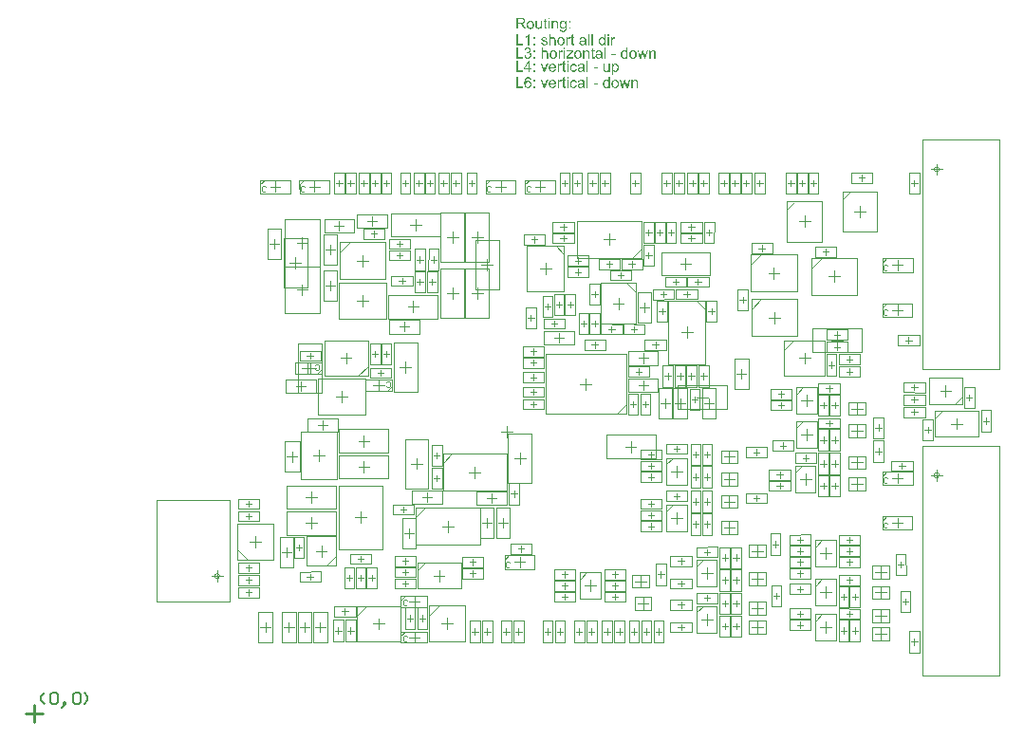
<source format=gbr>
%TF.GenerationSoftware,Altium Limited,Altium Designer,25.4.2 (15)*%
G04 Layer_Color=32768*
%FSLAX45Y45*%
%MOMM*%
%TF.SameCoordinates,EE14137D-E0DD-4410-96C1-A075B8BE80D9*%
%TF.FilePolarity,Positive*%
%TF.FileFunction,Other,Assembly_Notes*%
%TF.Part,Single*%
G01*
G75*
%TA.AperFunction,NonConductor*%
%ADD96C,0.20000*%
%ADD652C,0.10000*%
%ADD653C,0.25400*%
G36*
X4597544Y6192622D02*
X4585583D01*
Y6206341D01*
X4597544D01*
Y6192622D01*
D02*
G37*
G36*
X4650524Y6181013D02*
X4651227Y6180942D01*
X4651931Y6180872D01*
X4652775Y6180801D01*
X4654534Y6180520D01*
X4656504Y6180098D01*
X4658544Y6179535D01*
X4660585Y6178761D01*
X4660655D01*
X4660796Y6178691D01*
X4661077Y6178550D01*
X4661499Y6178339D01*
X4661922Y6178128D01*
X4662414Y6177846D01*
X4663610Y6177143D01*
X4664877Y6176299D01*
X4666213Y6175243D01*
X4667480Y6174047D01*
X4668606Y6172710D01*
Y6172640D01*
X4668746Y6172570D01*
X4668887Y6172358D01*
X4669028Y6172077D01*
X4669239Y6171725D01*
X4669520Y6171303D01*
X4670083Y6170248D01*
X4670716Y6168981D01*
X4671279Y6167433D01*
X4671842Y6165745D01*
X4672335Y6163916D01*
Y6163845D01*
Y6163775D01*
X4672405Y6163564D01*
X4672475Y6163282D01*
Y6162931D01*
X4672546Y6162438D01*
X4672616Y6161875D01*
X4672686Y6161242D01*
X4672757Y6160468D01*
X4672827Y6159624D01*
X4672897Y6158709D01*
Y6157654D01*
X4672968Y6156458D01*
X4673038Y6155191D01*
Y6153784D01*
Y6152306D01*
Y6108966D01*
X4661077D01*
Y6151814D01*
Y6151884D01*
Y6152166D01*
Y6152518D01*
Y6153010D01*
X4661007Y6153643D01*
Y6154347D01*
X4660937Y6155121D01*
Y6155895D01*
X4660726Y6157724D01*
X4660514Y6159483D01*
X4660163Y6161242D01*
X4659952Y6162016D01*
X4659670Y6162719D01*
Y6162790D01*
X4659600Y6162860D01*
X4659529Y6163071D01*
X4659389Y6163353D01*
X4659037Y6163986D01*
X4658544Y6164830D01*
X4657841Y6165745D01*
X4656997Y6166730D01*
X4655941Y6167715D01*
X4654675Y6168559D01*
X4654604D01*
X4654534Y6168630D01*
X4654323Y6168770D01*
X4654041Y6168911D01*
X4653338Y6169263D01*
X4652353Y6169685D01*
X4651086Y6170037D01*
X4649679Y6170388D01*
X4648131Y6170670D01*
X4646372Y6170740D01*
X4645599D01*
X4645106Y6170670D01*
X4644402Y6170600D01*
X4643629Y6170459D01*
X4642784Y6170318D01*
X4641870Y6170107D01*
X4640814Y6169896D01*
X4639759Y6169544D01*
X4638703Y6169192D01*
X4637578Y6168700D01*
X4636452Y6168137D01*
X4635326Y6167504D01*
X4634201Y6166730D01*
X4633145Y6165886D01*
X4633075Y6165815D01*
X4632934Y6165674D01*
X4632653Y6165323D01*
X4632301Y6164901D01*
X4631879Y6164338D01*
X4631386Y6163634D01*
X4630894Y6162790D01*
X4630401Y6161734D01*
X4629909Y6160609D01*
X4629416Y6159272D01*
X4628924Y6157724D01*
X4628502Y6156035D01*
X4628150Y6154206D01*
X4627868Y6152166D01*
X4627728Y6149914D01*
X4627657Y6147452D01*
Y6108966D01*
X4615696D01*
Y6179535D01*
X4626461D01*
Y6169474D01*
X4626532Y6169615D01*
X4626813Y6169966D01*
X4627305Y6170529D01*
X4627868Y6171303D01*
X4628713Y6172147D01*
X4629698Y6173132D01*
X4630823Y6174188D01*
X4632160Y6175314D01*
X4633638Y6176369D01*
X4635326Y6177424D01*
X4637156Y6178409D01*
X4639196Y6179254D01*
X4641377Y6180028D01*
X4643699Y6180590D01*
X4646232Y6180942D01*
X4648905Y6181083D01*
X4649961D01*
X4650524Y6181013D01*
D02*
G37*
G36*
X4783922Y6165956D02*
X4770343D01*
Y6179535D01*
X4783922D01*
Y6165956D01*
D02*
G37*
G36*
X4529015Y6108966D02*
X4518321D01*
Y6119309D01*
X4518251Y6119168D01*
X4517969Y6118816D01*
X4517477Y6118183D01*
X4516843Y6117479D01*
X4515999Y6116565D01*
X4514944Y6115580D01*
X4513818Y6114454D01*
X4512411Y6113398D01*
X4510933Y6112273D01*
X4509245Y6111217D01*
X4507415Y6110162D01*
X4505445Y6109247D01*
X4503264Y6108544D01*
X4500942Y6107911D01*
X4498550Y6107559D01*
X4495947Y6107418D01*
X4495314D01*
X4494892Y6107488D01*
X4494329D01*
X4493696Y6107559D01*
X4492922Y6107629D01*
X4492148Y6107699D01*
X4490318Y6107981D01*
X4488348Y6108403D01*
X4486308Y6108966D01*
X4484268Y6109740D01*
X4484197D01*
X4484057Y6109881D01*
X4483775Y6110021D01*
X4483353Y6110162D01*
X4482931Y6110373D01*
X4482438Y6110655D01*
X4481242Y6111358D01*
X4479905Y6112273D01*
X4478569Y6113258D01*
X4477373Y6114454D01*
X4476247Y6115720D01*
Y6115791D01*
X4476106Y6115861D01*
X4476036Y6116072D01*
X4475825Y6116354D01*
X4475614Y6116705D01*
X4475403Y6117127D01*
X4474840Y6118183D01*
X4474206Y6119520D01*
X4473573Y6121068D01*
X4473081Y6122756D01*
X4472588Y6124656D01*
Y6124726D01*
Y6124796D01*
X4472518Y6125008D01*
X4472447Y6125359D01*
Y6125711D01*
X4472377Y6126204D01*
X4472307Y6126696D01*
X4472236Y6127400D01*
X4472166Y6128103D01*
X4472096Y6128948D01*
X4472025Y6129862D01*
Y6130847D01*
X4471955Y6131903D01*
X4471885Y6133099D01*
Y6134365D01*
Y6135772D01*
Y6179535D01*
X4483845D01*
Y6140346D01*
Y6140275D01*
Y6139923D01*
Y6139431D01*
Y6138868D01*
Y6138094D01*
X4483916Y6137250D01*
Y6136265D01*
Y6135280D01*
X4483986Y6133169D01*
X4484127Y6131058D01*
X4484197Y6130144D01*
X4484338Y6129229D01*
X4484408Y6128455D01*
X4484549Y6127752D01*
Y6127681D01*
X4484619Y6127540D01*
X4484690Y6127329D01*
X4484760Y6126978D01*
X4484901Y6126555D01*
X4485112Y6126133D01*
X4485604Y6125078D01*
X4486238Y6123882D01*
X4487012Y6122615D01*
X4488067Y6121419D01*
X4489333Y6120364D01*
X4489404D01*
X4489474Y6120223D01*
X4489685Y6120153D01*
X4489967Y6119942D01*
X4490318Y6119731D01*
X4490741Y6119520D01*
X4491866Y6119027D01*
X4493133Y6118535D01*
X4494681Y6118112D01*
X4496440Y6117831D01*
X4498339Y6117690D01*
X4498832D01*
X4499254Y6117761D01*
X4499746D01*
X4500309Y6117831D01*
X4500942Y6117901D01*
X4501576Y6118042D01*
X4503124Y6118394D01*
X4504812Y6118816D01*
X4506641Y6119520D01*
X4508400Y6120434D01*
X4508471D01*
X4508612Y6120575D01*
X4508823Y6120716D01*
X4509174Y6120927D01*
X4510019Y6121560D01*
X4511004Y6122404D01*
X4512129Y6123460D01*
X4513185Y6124726D01*
X4514240Y6126204D01*
X4515084Y6127892D01*
Y6127963D01*
X4515155Y6128103D01*
X4515296Y6128385D01*
X4515366Y6128807D01*
X4515577Y6129299D01*
X4515718Y6129862D01*
X4515858Y6130566D01*
X4516069Y6131410D01*
X4516281Y6132325D01*
X4516421Y6133380D01*
X4516632Y6134506D01*
X4516773Y6135702D01*
X4516843Y6137039D01*
X4516984Y6138516D01*
X4517054Y6140064D01*
Y6141682D01*
Y6179535D01*
X4529015D01*
Y6108966D01*
D02*
G37*
G36*
X4783922D02*
X4770343D01*
Y6122545D01*
X4783922D01*
Y6108966D01*
D02*
G37*
G36*
X4597544D02*
X4585583D01*
Y6179535D01*
X4597544D01*
Y6108966D01*
D02*
G37*
G36*
X4345240Y6206271D02*
X4346366D01*
X4347632Y6206201D01*
X4348969Y6206130D01*
X4350517Y6205990D01*
X4352065Y6205849D01*
X4353683Y6205708D01*
X4356990Y6205216D01*
X4358538Y6204934D01*
X4360086Y6204582D01*
X4361563Y6204160D01*
X4362900Y6203668D01*
X4362970D01*
X4363182Y6203527D01*
X4363533Y6203386D01*
X4364026Y6203175D01*
X4364589Y6202894D01*
X4365222Y6202472D01*
X4365996Y6202050D01*
X4366770Y6201557D01*
X4367614Y6200924D01*
X4368529Y6200291D01*
X4369443Y6199517D01*
X4370358Y6198672D01*
X4371202Y6197687D01*
X4372117Y6196702D01*
X4372961Y6195577D01*
X4373735Y6194381D01*
X4373806Y6194310D01*
X4373946Y6194099D01*
X4374087Y6193747D01*
X4374368Y6193255D01*
X4374650Y6192622D01*
X4375002Y6191848D01*
X4375424Y6191003D01*
X4375776Y6190089D01*
X4376127Y6189033D01*
X4376550Y6187908D01*
X4376901Y6186712D01*
X4377183Y6185445D01*
X4377464Y6184108D01*
X4377675Y6182701D01*
X4377746Y6181224D01*
X4377816Y6179746D01*
Y6179605D01*
Y6179324D01*
X4377746Y6178761D01*
Y6177987D01*
X4377605Y6177143D01*
X4377464Y6176087D01*
X4377253Y6174962D01*
X4376972Y6173695D01*
X4376620Y6172358D01*
X4376198Y6170951D01*
X4375635Y6169474D01*
X4375002Y6167996D01*
X4374228Y6166519D01*
X4373313Y6165112D01*
X4372258Y6163634D01*
X4371062Y6162297D01*
X4370991Y6162227D01*
X4370780Y6162016D01*
X4370358Y6161664D01*
X4369795Y6161172D01*
X4369092Y6160609D01*
X4368177Y6159975D01*
X4367192Y6159272D01*
X4365996Y6158498D01*
X4364589Y6157724D01*
X4363111Y6156950D01*
X4361352Y6156247D01*
X4359523Y6155473D01*
X4357483Y6154839D01*
X4355301Y6154206D01*
X4352909Y6153714D01*
X4350376Y6153291D01*
X4350447D01*
X4350587Y6153151D01*
X4350869Y6153080D01*
X4351221Y6152869D01*
X4351643Y6152658D01*
X4352135Y6152377D01*
X4353261Y6151744D01*
X4354527Y6151040D01*
X4355794Y6150196D01*
X4356990Y6149351D01*
X4358116Y6148437D01*
X4358186Y6148366D01*
X4358397Y6148226D01*
X4358679Y6147874D01*
X4359101Y6147522D01*
X4359593Y6146959D01*
X4360156Y6146396D01*
X4360860Y6145693D01*
X4361563Y6144849D01*
X4362337Y6143934D01*
X4363182Y6142949D01*
X4364096Y6141893D01*
X4365011Y6140768D01*
X4365925Y6139501D01*
X4366910Y6138235D01*
X4368810Y6135421D01*
X4385626Y6108966D01*
X4369514D01*
X4356638Y6129229D01*
X4356568Y6129299D01*
X4356357Y6129581D01*
X4356075Y6130073D01*
X4355724Y6130636D01*
X4355231Y6131410D01*
X4354668Y6132254D01*
X4354035Y6133169D01*
X4353402Y6134154D01*
X4351924Y6136335D01*
X4350376Y6138587D01*
X4348828Y6140697D01*
X4348055Y6141682D01*
X4347351Y6142597D01*
X4347281Y6142667D01*
X4347210Y6142808D01*
X4346999Y6143019D01*
X4346718Y6143371D01*
X4346014Y6144215D01*
X4345170Y6145200D01*
X4344115Y6146256D01*
X4343059Y6147381D01*
X4341933Y6148366D01*
X4340808Y6149140D01*
X4340667Y6149211D01*
X4340315Y6149422D01*
X4339752Y6149774D01*
X4338978Y6150125D01*
X4338134Y6150548D01*
X4337149Y6151040D01*
X4336094Y6151392D01*
X4334968Y6151744D01*
X4334898D01*
X4334546Y6151814D01*
X4333983Y6151884D01*
X4333279Y6152025D01*
X4332294Y6152095D01*
X4331028Y6152166D01*
X4329550Y6152236D01*
X4312876D01*
Y6108966D01*
X4300000D01*
Y6206341D01*
X4344396D01*
X4345240Y6206271D01*
D02*
G37*
G36*
X4561943Y6179535D02*
X4573833D01*
Y6170248D01*
X4561943D01*
Y6128948D01*
Y6128877D01*
Y6128737D01*
Y6128455D01*
Y6128103D01*
Y6127259D01*
X4562013Y6126204D01*
X4562084Y6125148D01*
X4562154Y6124023D01*
X4562295Y6123108D01*
X4562435Y6122756D01*
X4562506Y6122404D01*
Y6122334D01*
X4562646Y6122193D01*
X4562787Y6121912D01*
X4562998Y6121560D01*
X4563631Y6120786D01*
X4564054Y6120434D01*
X4564546Y6120083D01*
X4564616D01*
X4564828Y6119942D01*
X4565109Y6119801D01*
X4565601Y6119660D01*
X4566164Y6119520D01*
X4566868Y6119379D01*
X4567712Y6119309D01*
X4568627Y6119238D01*
X4569401D01*
X4570034Y6119309D01*
X4570738D01*
X4571652Y6119449D01*
X4572708Y6119520D01*
X4573833Y6119660D01*
X4575592Y6109107D01*
X4575522D01*
X4575381Y6109036D01*
X4575100D01*
X4574748Y6108966D01*
X4574326Y6108896D01*
X4573763Y6108755D01*
X4572567Y6108614D01*
X4571160Y6108403D01*
X4569612Y6108192D01*
X4568064Y6108122D01*
X4566516Y6108051D01*
X4565461D01*
X4564898Y6108122D01*
X4564265Y6108192D01*
X4562858Y6108333D01*
X4561239Y6108544D01*
X4559551Y6108896D01*
X4557932Y6109388D01*
X4556455Y6110092D01*
X4556385D01*
X4556314Y6110162D01*
X4555892Y6110443D01*
X4555259Y6110936D01*
X4554485Y6111499D01*
X4553641Y6112273D01*
X4552796Y6113187D01*
X4552022Y6114243D01*
X4551389Y6115439D01*
Y6115509D01*
X4551319Y6115580D01*
X4551248Y6115791D01*
X4551178Y6116142D01*
X4551037Y6116565D01*
X4550967Y6117057D01*
X4550826Y6117690D01*
X4550686Y6118464D01*
X4550545Y6119379D01*
X4550404Y6120364D01*
X4550334Y6121560D01*
X4550193Y6122826D01*
X4550123Y6124304D01*
X4550052Y6125852D01*
X4549982Y6127681D01*
Y6129581D01*
Y6170248D01*
X4541117D01*
Y6179535D01*
X4549982D01*
Y6196984D01*
X4561943Y6204160D01*
Y6179535D01*
D02*
G37*
G36*
X4426433Y6181013D02*
X4427418Y6180942D01*
X4428685Y6180801D01*
X4430092Y6180590D01*
X4431710Y6180309D01*
X4433469Y6179887D01*
X4435298Y6179394D01*
X4437268Y6178761D01*
X4439239Y6177987D01*
X4441209Y6177072D01*
X4443179Y6175947D01*
X4445149Y6174680D01*
X4447048Y6173203D01*
X4448807Y6171514D01*
X4448948Y6171373D01*
X4449229Y6171092D01*
X4449652Y6170529D01*
X4450285Y6169755D01*
X4450988Y6168770D01*
X4451762Y6167645D01*
X4452607Y6166237D01*
X4453451Y6164689D01*
X4454295Y6162860D01*
X4455139Y6160890D01*
X4455913Y6158779D01*
X4456617Y6156387D01*
X4457250Y6153854D01*
X4457672Y6151181D01*
X4458024Y6148296D01*
X4458094Y6145200D01*
Y6145130D01*
Y6145060D01*
Y6144849D01*
Y6144637D01*
Y6143864D01*
X4458024Y6142949D01*
X4457954Y6141823D01*
X4457883Y6140486D01*
X4457743Y6139009D01*
X4457602Y6137461D01*
X4457391Y6135772D01*
X4457109Y6134013D01*
X4456758Y6132254D01*
X4456336Y6130425D01*
X4455843Y6128666D01*
X4455351Y6126978D01*
X4454647Y6125359D01*
X4453943Y6123811D01*
X4453873Y6123741D01*
X4453732Y6123460D01*
X4453521Y6123038D01*
X4453169Y6122545D01*
X4452747Y6121841D01*
X4452255Y6121138D01*
X4451622Y6120294D01*
X4450918Y6119379D01*
X4450144Y6118394D01*
X4449229Y6117409D01*
X4448244Y6116424D01*
X4447189Y6115439D01*
X4446063Y6114454D01*
X4444797Y6113469D01*
X4443460Y6112554D01*
X4442053Y6111710D01*
X4441982Y6111640D01*
X4441701Y6111499D01*
X4441279Y6111288D01*
X4440716Y6111077D01*
X4439942Y6110725D01*
X4439098Y6110373D01*
X4438113Y6109951D01*
X4437057Y6109599D01*
X4435791Y6109177D01*
X4434525Y6108755D01*
X4433117Y6108403D01*
X4431640Y6108122D01*
X4430022Y6107840D01*
X4428403Y6107629D01*
X4426785Y6107488D01*
X4425026Y6107418D01*
X4424393D01*
X4424041Y6107488D01*
X4423619D01*
X4422564Y6107559D01*
X4421297Y6107699D01*
X4419890Y6107911D01*
X4418272Y6108192D01*
X4416513Y6108614D01*
X4414613Y6109107D01*
X4412714Y6109740D01*
X4410673Y6110514D01*
X4408703Y6111428D01*
X4406733Y6112484D01*
X4404763Y6113750D01*
X4402863Y6115157D01*
X4401104Y6116846D01*
X4401034Y6116987D01*
X4400682Y6117268D01*
X4400260Y6117831D01*
X4399697Y6118605D01*
X4398994Y6119590D01*
X4398220Y6120786D01*
X4397446Y6122193D01*
X4396602Y6123811D01*
X4395757Y6125641D01*
X4394913Y6127681D01*
X4394139Y6129933D01*
X4393435Y6132395D01*
X4392873Y6135069D01*
X4392450Y6137883D01*
X4392099Y6140979D01*
X4392028Y6144215D01*
Y6144286D01*
Y6144426D01*
Y6144708D01*
Y6145060D01*
X4392099Y6145552D01*
Y6146115D01*
X4392169Y6146748D01*
Y6147452D01*
X4392239Y6148226D01*
X4392380Y6149070D01*
X4392591Y6150899D01*
X4392943Y6152940D01*
X4393365Y6155191D01*
X4393928Y6157513D01*
X4394702Y6159905D01*
X4395546Y6162297D01*
X4396602Y6164689D01*
X4397868Y6167011D01*
X4399275Y6169263D01*
X4400964Y6171303D01*
X4402863Y6173203D01*
X4403004Y6173273D01*
X4403286Y6173555D01*
X4403778Y6173906D01*
X4404482Y6174469D01*
X4405396Y6175032D01*
X4406452Y6175665D01*
X4407648Y6176439D01*
X4409055Y6177143D01*
X4410603Y6177846D01*
X4412291Y6178620D01*
X4414121Y6179254D01*
X4416091Y6179887D01*
X4418131Y6180379D01*
X4420312Y6180731D01*
X4422634Y6181013D01*
X4425026Y6181083D01*
X4426011D01*
X4426433Y6181013D01*
D02*
G37*
G36*
X4718419D02*
X4719334Y6180942D01*
X4720389Y6180801D01*
X4721585Y6180520D01*
X4722992Y6180239D01*
X4724470Y6179816D01*
X4726088Y6179324D01*
X4727777Y6178620D01*
X4729465Y6177846D01*
X4731224Y6176861D01*
X4732913Y6175665D01*
X4734601Y6174329D01*
X4736290Y6172781D01*
X4737838Y6171022D01*
Y6179535D01*
X4748884D01*
Y6118535D01*
Y6118464D01*
Y6118324D01*
Y6118112D01*
Y6117831D01*
Y6117409D01*
Y6116987D01*
X4748814Y6115861D01*
Y6114524D01*
X4748743Y6112976D01*
X4748603Y6111288D01*
X4748462Y6109458D01*
X4748251Y6107629D01*
X4748040Y6105659D01*
X4747758Y6103759D01*
X4747477Y6101860D01*
X4747055Y6100030D01*
X4746633Y6098272D01*
X4746070Y6096724D01*
X4745507Y6095316D01*
X4745437Y6095246D01*
X4745366Y6095035D01*
X4745155Y6094683D01*
X4744874Y6094191D01*
X4744522Y6093628D01*
X4744029Y6092924D01*
X4743537Y6092150D01*
X4742904Y6091376D01*
X4742200Y6090532D01*
X4741426Y6089617D01*
X4740582Y6088703D01*
X4739597Y6087788D01*
X4738541Y6086944D01*
X4737416Y6086029D01*
X4736220Y6085185D01*
X4734883Y6084411D01*
X4734812Y6084341D01*
X4734531Y6084270D01*
X4734179Y6084059D01*
X4733616Y6083778D01*
X4732913Y6083496D01*
X4731998Y6083145D01*
X4731013Y6082793D01*
X4729958Y6082441D01*
X4728691Y6082019D01*
X4727355Y6081667D01*
X4725877Y6081315D01*
X4724259Y6081034D01*
X4722641Y6080752D01*
X4720811Y6080541D01*
X4718982Y6080471D01*
X4717012Y6080401D01*
X4716449D01*
X4715816Y6080471D01*
X4714901D01*
X4713846Y6080612D01*
X4712650Y6080682D01*
X4711243Y6080893D01*
X4709765Y6081104D01*
X4708147Y6081386D01*
X4706529Y6081808D01*
X4704770Y6082230D01*
X4703081Y6082793D01*
X4701392Y6083426D01*
X4699704Y6084200D01*
X4698156Y6085115D01*
X4696608Y6086100D01*
X4696538Y6086170D01*
X4696256Y6086381D01*
X4695905Y6086733D01*
X4695412Y6087155D01*
X4694849Y6087788D01*
X4694146Y6088492D01*
X4693512Y6089406D01*
X4692809Y6090391D01*
X4692035Y6091517D01*
X4691402Y6092784D01*
X4690768Y6094191D01*
X4690206Y6095739D01*
X4689713Y6097357D01*
X4689361Y6099186D01*
X4689220Y6101156D01*
X4689150Y6103197D01*
X4700759Y6101438D01*
Y6101367D01*
X4700830Y6101227D01*
Y6100945D01*
X4700900Y6100593D01*
X4701041Y6100101D01*
X4701181Y6099608D01*
X4701533Y6098483D01*
X4702026Y6097216D01*
X4702729Y6095950D01*
X4703644Y6094754D01*
X4704770Y6093698D01*
X4704840Y6093628D01*
X4704981Y6093558D01*
X4705262Y6093417D01*
X4705614Y6093206D01*
X4706036Y6092924D01*
X4706599Y6092643D01*
X4707232Y6092361D01*
X4707936Y6092010D01*
X4708780Y6091728D01*
X4709695Y6091376D01*
X4710680Y6091095D01*
X4711805Y6090884D01*
X4712931Y6090602D01*
X4714198Y6090462D01*
X4715534Y6090391D01*
X4716942Y6090321D01*
X4717715D01*
X4718278Y6090391D01*
X4718982D01*
X4719826Y6090532D01*
X4720671Y6090602D01*
X4721656Y6090743D01*
X4723696Y6091165D01*
X4725877Y6091728D01*
X4727917Y6092573D01*
X4728832Y6093135D01*
X4729747Y6093698D01*
X4729817Y6093769D01*
X4729958Y6093839D01*
X4730169Y6094050D01*
X4730450Y6094331D01*
X4730872Y6094613D01*
X4731224Y6095035D01*
X4731717Y6095528D01*
X4732209Y6096090D01*
X4733194Y6097427D01*
X4734250Y6098975D01*
X4735164Y6100804D01*
X4735868Y6102915D01*
Y6102986D01*
X4735938Y6103126D01*
Y6103337D01*
X4736009Y6103689D01*
X4736079Y6104111D01*
X4736149Y6104674D01*
X4736220Y6105378D01*
X4736290Y6106222D01*
X4736431Y6107137D01*
X4736501Y6108262D01*
X4736571Y6109529D01*
X4736642Y6110936D01*
Y6112484D01*
X4736712Y6114172D01*
Y6116072D01*
Y6118183D01*
X4736642Y6118112D01*
X4736360Y6117761D01*
X4735938Y6117339D01*
X4735305Y6116776D01*
X4734531Y6116072D01*
X4733616Y6115298D01*
X4732561Y6114454D01*
X4731365Y6113610D01*
X4730028Y6112695D01*
X4728551Y6111851D01*
X4726932Y6111077D01*
X4725173Y6110443D01*
X4723344Y6109810D01*
X4721444Y6109388D01*
X4719334Y6109107D01*
X4717223Y6108966D01*
X4716590D01*
X4715816Y6109036D01*
X4714831Y6109107D01*
X4713635Y6109318D01*
X4712228Y6109529D01*
X4710609Y6109881D01*
X4708921Y6110303D01*
X4707162Y6110866D01*
X4705332Y6111499D01*
X4703433Y6112343D01*
X4701603Y6113398D01*
X4699774Y6114595D01*
X4697945Y6116002D01*
X4696256Y6117620D01*
X4694708Y6119449D01*
X4694638Y6119590D01*
X4694357Y6119942D01*
X4694005Y6120505D01*
X4693442Y6121349D01*
X4692879Y6122334D01*
X4692176Y6123530D01*
X4691472Y6124937D01*
X4690768Y6126555D01*
X4689994Y6128244D01*
X4689291Y6130214D01*
X4688587Y6132254D01*
X4688024Y6134506D01*
X4687462Y6136828D01*
X4687110Y6139290D01*
X4686828Y6141893D01*
X4686758Y6144567D01*
Y6144708D01*
Y6144989D01*
Y6145552D01*
X4686828Y6146256D01*
X4686899Y6147170D01*
X4686969Y6148226D01*
X4687039Y6149422D01*
X4687180Y6150688D01*
X4687391Y6152095D01*
X4687602Y6153573D01*
X4688306Y6156739D01*
X4688658Y6158357D01*
X4689150Y6159975D01*
X4689713Y6161594D01*
X4690346Y6163212D01*
X4690417Y6163282D01*
X4690487Y6163564D01*
X4690698Y6164056D01*
X4691050Y6164619D01*
X4691402Y6165323D01*
X4691894Y6166167D01*
X4692387Y6167082D01*
X4693020Y6168067D01*
X4693794Y6169122D01*
X4694568Y6170177D01*
X4695412Y6171233D01*
X4696397Y6172358D01*
X4697382Y6173414D01*
X4698508Y6174469D01*
X4699704Y6175454D01*
X4700970Y6176369D01*
X4701041Y6176439D01*
X4701322Y6176580D01*
X4701674Y6176791D01*
X4702237Y6177143D01*
X4702870Y6177495D01*
X4703644Y6177846D01*
X4704559Y6178269D01*
X4705614Y6178761D01*
X4706740Y6179183D01*
X4708006Y6179605D01*
X4709343Y6179957D01*
X4710750Y6180379D01*
X4712298Y6180661D01*
X4713846Y6180872D01*
X4715534Y6181013D01*
X4717223Y6181083D01*
X4717786D01*
X4718419Y6181013D01*
D02*
G37*
G36*
X5127410Y6046854D02*
X5115449D01*
Y6060574D01*
X5127410D01*
Y6046854D01*
D02*
G37*
G36*
X5096523Y5963198D02*
X5085406D01*
Y5972134D01*
X5085336Y5971993D01*
X5085125Y5971711D01*
X5084703Y5971149D01*
X5084140Y5970515D01*
X5083436Y5969671D01*
X5082592Y5968827D01*
X5081537Y5967842D01*
X5080411Y5966927D01*
X5079074Y5965942D01*
X5077597Y5964957D01*
X5075978Y5964113D01*
X5074219Y5963268D01*
X5072320Y5962635D01*
X5070209Y5962072D01*
X5068028Y5961791D01*
X5065636Y5961650D01*
X5064791D01*
X5064229Y5961721D01*
X5063455Y5961791D01*
X5062610Y5961932D01*
X5061625Y5962072D01*
X5060570Y5962213D01*
X5059374Y5962495D01*
X5058178Y5962776D01*
X5056911Y5963128D01*
X5055575Y5963620D01*
X5054238Y5964113D01*
X5052831Y5964746D01*
X5051494Y5965450D01*
X5050157Y5966294D01*
X5050087Y5966364D01*
X5049876Y5966505D01*
X5049453Y5966786D01*
X5049031Y5967138D01*
X5048398Y5967631D01*
X5047695Y5968194D01*
X5046991Y5968897D01*
X5046147Y5969671D01*
X5045302Y5970515D01*
X5044388Y5971500D01*
X5043473Y5972556D01*
X5042558Y5973752D01*
X5041714Y5974948D01*
X5040799Y5976285D01*
X5040025Y5977762D01*
X5039252Y5979240D01*
X5039181Y5979310D01*
X5039111Y5979592D01*
X5038900Y5980084D01*
X5038618Y5980717D01*
X5038337Y5981491D01*
X5038055Y5982406D01*
X5037704Y5983532D01*
X5037352Y5984728D01*
X5036930Y5986064D01*
X5036578Y5987542D01*
X5036297Y5989160D01*
X5036015Y5990849D01*
X5035734Y5992608D01*
X5035523Y5994437D01*
X5035452Y5996407D01*
X5035382Y5998377D01*
Y5998518D01*
Y5998870D01*
Y5999433D01*
X5035452Y6000136D01*
X5035523Y6001121D01*
X5035593Y6002176D01*
X5035663Y6003373D01*
X5035804Y6004709D01*
X5036015Y6006187D01*
X5036226Y6007664D01*
X5036859Y6010901D01*
X5037211Y6012589D01*
X5037704Y6014208D01*
X5038196Y6015896D01*
X5038829Y6017515D01*
X5038900Y6017585D01*
X5038970Y6017866D01*
X5039181Y6018359D01*
X5039463Y6018922D01*
X5039885Y6019625D01*
X5040307Y6020470D01*
X5040870Y6021384D01*
X5041503Y6022369D01*
X5042136Y6023425D01*
X5042981Y6024480D01*
X5043825Y6025606D01*
X5044739Y6026661D01*
X5045795Y6027787D01*
X5046921Y6028772D01*
X5048117Y6029757D01*
X5049383Y6030671D01*
X5049453Y6030742D01*
X5049735Y6030883D01*
X5050087Y6031094D01*
X5050650Y6031375D01*
X5051283Y6031727D01*
X5052057Y6032149D01*
X5052971Y6032571D01*
X5053956Y6032993D01*
X5055082Y6033415D01*
X5056278Y6033838D01*
X5057615Y6034260D01*
X5058952Y6034612D01*
X5060429Y6034893D01*
X5061907Y6035104D01*
X5063455Y6035245D01*
X5065073Y6035315D01*
X5065706D01*
X5066128Y6035245D01*
X5066691D01*
X5067395Y6035174D01*
X5068098Y6035104D01*
X5068872Y6034963D01*
X5070631Y6034682D01*
X5072531Y6034189D01*
X5074501Y6033486D01*
X5076401Y6032571D01*
X5076471D01*
X5076612Y6032430D01*
X5076893Y6032290D01*
X5077245Y6032079D01*
X5077667Y6031797D01*
X5078160Y6031516D01*
X5079285Y6030671D01*
X5080622Y6029686D01*
X5081959Y6028490D01*
X5083296Y6027083D01*
X5084562Y6025535D01*
Y6060574D01*
X5096523D01*
Y5963198D01*
D02*
G37*
G36*
X5172510Y6035245D02*
X5173072Y6035174D01*
X5173706Y6035104D01*
X5174409Y6034963D01*
X5175254Y6034823D01*
X5176168Y6034612D01*
X5177153Y6034400D01*
X5179194Y6033697D01*
X5180319Y6033275D01*
X5181445Y6032712D01*
X5182571Y6032149D01*
X5183767Y6031445D01*
X5179545Y6020399D01*
X5179475D01*
X5179334Y6020540D01*
X5179123Y6020610D01*
X5178771Y6020821D01*
X5178420Y6020962D01*
X5177927Y6021173D01*
X5176801Y6021666D01*
X5175535Y6022158D01*
X5174057Y6022510D01*
X5172439Y6022791D01*
X5170821Y6022932D01*
X5170188D01*
X5169414Y6022791D01*
X5168499Y6022651D01*
X5167444Y6022369D01*
X5166248Y6021947D01*
X5165052Y6021314D01*
X5163856Y6020540D01*
X5163715Y6020399D01*
X5163363Y6020118D01*
X5162800Y6019555D01*
X5162167Y6018851D01*
X5161393Y6017937D01*
X5160689Y6016811D01*
X5159986Y6015474D01*
X5159423Y6013997D01*
Y6013926D01*
X5159353Y6013715D01*
X5159212Y6013363D01*
X5159142Y6012871D01*
X5159001Y6012308D01*
X5158790Y6011604D01*
X5158649Y6010760D01*
X5158438Y6009916D01*
X5158227Y6008860D01*
X5158086Y6007805D01*
X5157945Y6006679D01*
X5157734Y6005483D01*
X5157523Y6002880D01*
X5157453Y6000066D01*
Y5963198D01*
X5145492D01*
Y6033767D01*
X5156257D01*
Y6022932D01*
X5156327Y6023002D01*
X5156468Y6023284D01*
X5156679Y6023636D01*
X5156960Y6024128D01*
X5157312Y6024761D01*
X5157734Y6025465D01*
X5158719Y6027013D01*
X5159916Y6028631D01*
X5161182Y6030320D01*
X5161815Y6031023D01*
X5162448Y6031727D01*
X5163152Y6032360D01*
X5163785Y6032853D01*
X5163856D01*
X5163926Y6032993D01*
X5164137Y6033064D01*
X5164418Y6033275D01*
X5165122Y6033626D01*
X5166037Y6034119D01*
X5167233Y6034541D01*
X5168499Y6034963D01*
X5169906Y6035245D01*
X5171454Y6035315D01*
X5172087D01*
X5172510Y6035245D01*
D02*
G37*
G36*
X4772032D02*
X4772595Y6035174D01*
X4773228Y6035104D01*
X4773932Y6034963D01*
X4774776Y6034823D01*
X4775690Y6034612D01*
X4776675Y6034400D01*
X4778716Y6033697D01*
X4779842Y6033275D01*
X4780967Y6032712D01*
X4782093Y6032149D01*
X4783289Y6031445D01*
X4779068Y6020399D01*
X4778997D01*
X4778857Y6020540D01*
X4778646Y6020610D01*
X4778294Y6020821D01*
X4777942Y6020962D01*
X4777449Y6021173D01*
X4776324Y6021666D01*
X4775057Y6022158D01*
X4773580Y6022510D01*
X4771961Y6022791D01*
X4770343Y6022932D01*
X4769710D01*
X4768936Y6022791D01*
X4768021Y6022651D01*
X4766966Y6022369D01*
X4765770Y6021947D01*
X4764574Y6021314D01*
X4763378Y6020540D01*
X4763237Y6020399D01*
X4762885Y6020118D01*
X4762322Y6019555D01*
X4761689Y6018851D01*
X4760915Y6017937D01*
X4760212Y6016811D01*
X4759508Y6015474D01*
X4758945Y6013997D01*
Y6013926D01*
X4758875Y6013715D01*
X4758734Y6013363D01*
X4758664Y6012871D01*
X4758523Y6012308D01*
X4758312Y6011604D01*
X4758171Y6010760D01*
X4757960Y6009916D01*
X4757749Y6008860D01*
X4757608Y6007805D01*
X4757468Y6006679D01*
X4757257Y6005483D01*
X4757046Y6002880D01*
X4756975Y6000066D01*
Y5963198D01*
X4745014D01*
Y6033767D01*
X4755779D01*
Y6022932D01*
X4755850Y6023002D01*
X4755990Y6023284D01*
X4756201Y6023636D01*
X4756483Y6024128D01*
X4756835Y6024761D01*
X4757257Y6025465D01*
X4758242Y6027013D01*
X4759438Y6028631D01*
X4760704Y6030320D01*
X4761337Y6031023D01*
X4761971Y6031727D01*
X4762674Y6032360D01*
X4763307Y6032853D01*
X4763378D01*
X4763448Y6032993D01*
X4763659Y6033064D01*
X4763941Y6033275D01*
X4764644Y6033626D01*
X4765559Y6034119D01*
X4766755Y6034541D01*
X4768021Y6034963D01*
X4769429Y6035245D01*
X4770976Y6035315D01*
X4771610D01*
X4772032Y6035245D01*
D02*
G37*
G36*
X4467171Y6020188D02*
X4453592D01*
Y6033767D01*
X4467171D01*
Y6020188D01*
D02*
G37*
G36*
X4551037Y6035245D02*
X4551882Y6035174D01*
X4552867Y6035104D01*
X4553922Y6035034D01*
X4554977Y6034893D01*
X4556174Y6034752D01*
X4558636Y6034330D01*
X4561169Y6033697D01*
X4563561Y6032923D01*
X4563631D01*
X4563843Y6032782D01*
X4564194Y6032712D01*
X4564616Y6032501D01*
X4565109Y6032219D01*
X4565672Y6031938D01*
X4567079Y6031234D01*
X4568557Y6030320D01*
X4570104Y6029194D01*
X4571512Y6027927D01*
X4572215Y6027224D01*
X4572778Y6026450D01*
X4572848Y6026380D01*
X4572919Y6026239D01*
X4573059Y6026028D01*
X4573271Y6025676D01*
X4573552Y6025324D01*
X4573833Y6024832D01*
X4574115Y6024199D01*
X4574467Y6023565D01*
X4574818Y6022791D01*
X4575170Y6022017D01*
X4575522Y6021103D01*
X4575803Y6020118D01*
X4576155Y6019062D01*
X4576507Y6018007D01*
X4576999Y6015544D01*
X4565320Y6013926D01*
Y6013997D01*
X4565250Y6014137D01*
Y6014419D01*
X4565109Y6014841D01*
X4565039Y6015263D01*
X4564828Y6015826D01*
X4564405Y6017022D01*
X4563772Y6018359D01*
X4562998Y6019766D01*
X4561943Y6021173D01*
X4561310Y6021806D01*
X4560606Y6022369D01*
X4560536Y6022440D01*
X4560465Y6022510D01*
X4560184Y6022651D01*
X4559902Y6022862D01*
X4559480Y6023073D01*
X4559058Y6023354D01*
X4558495Y6023636D01*
X4557862Y6023917D01*
X4557088Y6024199D01*
X4556314Y6024480D01*
X4555400Y6024761D01*
X4554485Y6024972D01*
X4553430Y6025184D01*
X4552304Y6025324D01*
X4551108Y6025465D01*
X4549067D01*
X4548504Y6025395D01*
X4547801D01*
X4547027Y6025324D01*
X4546183Y6025254D01*
X4545268Y6025113D01*
X4543298Y6024832D01*
X4541328Y6024339D01*
X4540413Y6023987D01*
X4539569Y6023636D01*
X4538725Y6023214D01*
X4538021Y6022721D01*
X4537951D01*
X4537880Y6022580D01*
X4537458Y6022228D01*
X4536895Y6021666D01*
X4536262Y6020892D01*
X4535629Y6019977D01*
X4535066Y6018922D01*
X4534644Y6017726D01*
X4534574Y6017022D01*
X4534503Y6016389D01*
Y6016318D01*
Y6015967D01*
X4534574Y6015544D01*
X4534714Y6014982D01*
X4534855Y6014348D01*
X4535066Y6013645D01*
X4535418Y6012871D01*
X4535910Y6012167D01*
X4535981Y6012097D01*
X4536192Y6011886D01*
X4536544Y6011534D01*
X4537036Y6011042D01*
X4537669Y6010549D01*
X4538514Y6010057D01*
X4539428Y6009494D01*
X4540554Y6009001D01*
X4540624D01*
X4540765Y6008931D01*
X4540976Y6008860D01*
X4541258Y6008790D01*
X4541609Y6008649D01*
X4542032Y6008579D01*
X4542524Y6008368D01*
X4543157Y6008227D01*
X4543931Y6008016D01*
X4544776Y6007735D01*
X4545761Y6007453D01*
X4546886Y6007172D01*
X4548153Y6006820D01*
X4549630Y6006398D01*
X4551178Y6005976D01*
X4551248D01*
X4551319Y6005905D01*
X4551741Y6005835D01*
X4552374Y6005624D01*
X4553218Y6005413D01*
X4554274Y6005132D01*
X4555470Y6004780D01*
X4556807Y6004428D01*
X4558144Y6004006D01*
X4561099Y6003161D01*
X4564054Y6002176D01*
X4565390Y6001754D01*
X4566727Y6001262D01*
X4567853Y6000840D01*
X4568908Y6000418D01*
X4568979D01*
X4569119Y6000347D01*
X4569401Y6000206D01*
X4569753Y5999995D01*
X4570175Y5999784D01*
X4570667Y5999503D01*
X4571793Y5998799D01*
X4573059Y5997885D01*
X4574326Y5996829D01*
X4575592Y5995563D01*
X4576788Y5994085D01*
Y5994015D01*
X4576929Y5993874D01*
X4577070Y5993663D01*
X4577211Y5993382D01*
X4577492Y5992960D01*
X4577703Y5992467D01*
X4577984Y5991904D01*
X4578266Y5991271D01*
X4578477Y5990567D01*
X4578758Y5989793D01*
X4579251Y5988105D01*
X4579532Y5986135D01*
X4579673Y5983954D01*
Y5983883D01*
Y5983672D01*
Y5983391D01*
X4579603Y5982969D01*
Y5982406D01*
X4579462Y5981773D01*
X4579392Y5981069D01*
X4579251Y5980295D01*
X4578829Y5978607D01*
X4578196Y5976707D01*
X4577773Y5975722D01*
X4577351Y5974666D01*
X4576788Y5973681D01*
X4576155Y5972696D01*
X4576085Y5972626D01*
X4576014Y5972485D01*
X4575803Y5972204D01*
X4575522Y5971852D01*
X4575170Y5971360D01*
X4574678Y5970867D01*
X4574185Y5970304D01*
X4573552Y5969671D01*
X4572919Y5969038D01*
X4572145Y5968405D01*
X4571300Y5967701D01*
X4570386Y5966997D01*
X4569401Y5966364D01*
X4568345Y5965731D01*
X4567220Y5965098D01*
X4566024Y5964535D01*
X4565953D01*
X4565742Y5964394D01*
X4565390Y5964254D01*
X4564898Y5964113D01*
X4564265Y5963902D01*
X4563491Y5963620D01*
X4562646Y5963339D01*
X4561732Y5963128D01*
X4560676Y5962846D01*
X4559551Y5962565D01*
X4558284Y5962354D01*
X4557018Y5962072D01*
X4554203Y5961791D01*
X4551178Y5961650D01*
X4550545D01*
X4549841Y5961721D01*
X4548927D01*
X4547731Y5961861D01*
X4546464Y5961932D01*
X4544987Y5962143D01*
X4543368Y5962354D01*
X4541680Y5962635D01*
X4539991Y5963057D01*
X4538232Y5963480D01*
X4536473Y5964042D01*
X4534785Y5964676D01*
X4533096Y5965450D01*
X4531548Y5966364D01*
X4530141Y5967349D01*
X4530071Y5967420D01*
X4529860Y5967631D01*
X4529437Y5967982D01*
X4529015Y5968405D01*
X4528452Y5969038D01*
X4527749Y5969741D01*
X4527045Y5970586D01*
X4526342Y5971641D01*
X4525568Y5972767D01*
X4524723Y5973963D01*
X4524020Y5975370D01*
X4523246Y5976918D01*
X4522542Y5978536D01*
X4521980Y5980365D01*
X4521417Y5982265D01*
X4520995Y5984306D01*
X4532815Y5986135D01*
Y5986064D01*
X4532885Y5985853D01*
X4532955Y5985431D01*
X4533026Y5984939D01*
X4533166Y5984376D01*
X4533378Y5983672D01*
X4533589Y5982898D01*
X4533870Y5982124D01*
X4534574Y5980365D01*
X4535559Y5978536D01*
X4536121Y5977622D01*
X4536755Y5976777D01*
X4537529Y5976003D01*
X4538303Y5975229D01*
X4538373Y5975159D01*
X4538514Y5975089D01*
X4538795Y5974878D01*
X4539147Y5974666D01*
X4539639Y5974385D01*
X4540202Y5974033D01*
X4540835Y5973681D01*
X4541609Y5973400D01*
X4542454Y5973048D01*
X4543439Y5972696D01*
X4544494Y5972345D01*
X4545620Y5972063D01*
X4546886Y5971852D01*
X4548223Y5971641D01*
X4549630Y5971571D01*
X4551108Y5971500D01*
X4551882D01*
X4552445Y5971571D01*
X4553148D01*
X4553922Y5971711D01*
X4554766Y5971782D01*
X4555751Y5971923D01*
X4557721Y5972345D01*
X4559762Y5972908D01*
X4561661Y5973752D01*
X4562576Y5974244D01*
X4563350Y5974807D01*
X4563420Y5974878D01*
X4563491Y5974948D01*
X4563702Y5975159D01*
X4563983Y5975440D01*
X4564616Y5976144D01*
X4565390Y5977059D01*
X4566094Y5978184D01*
X4566727Y5979592D01*
X4567009Y5980295D01*
X4567220Y5981069D01*
X4567290Y5981843D01*
X4567360Y5982687D01*
Y5982758D01*
Y5982898D01*
Y5983109D01*
X4567290Y5983321D01*
X4567149Y5984094D01*
X4566938Y5985009D01*
X4566516Y5985994D01*
X4565883Y5987049D01*
X4565461Y5987542D01*
X4564968Y5988105D01*
X4564405Y5988597D01*
X4563772Y5989020D01*
X4563631Y5989090D01*
X4563491Y5989160D01*
X4563280Y5989301D01*
X4562928Y5989442D01*
X4562506Y5989653D01*
X4561943Y5989864D01*
X4561380Y5990145D01*
X4560606Y5990427D01*
X4559762Y5990708D01*
X4558706Y5991060D01*
X4557581Y5991412D01*
X4556314Y5991763D01*
X4554907Y5992186D01*
X4553289Y5992608D01*
X4551530Y5993030D01*
X4551460D01*
X4551389Y5993100D01*
X4550967Y5993171D01*
X4550263Y5993382D01*
X4549419Y5993593D01*
X4548293Y5993874D01*
X4547097Y5994226D01*
X4545761Y5994578D01*
X4544283Y5995000D01*
X4541258Y5995915D01*
X4538232Y5996900D01*
X4536825Y5997392D01*
X4535488Y5997885D01*
X4534292Y5998377D01*
X4533237Y5998799D01*
X4533166D01*
X4533026Y5998940D01*
X4532744Y5999081D01*
X4532393Y5999221D01*
X4531970Y5999503D01*
X4531478Y5999784D01*
X4530352Y6000558D01*
X4529156Y6001473D01*
X4527890Y6002599D01*
X4526623Y6003935D01*
X4525568Y6005483D01*
Y6005554D01*
X4525427Y6005694D01*
X4525357Y6005905D01*
X4525146Y6006257D01*
X4524935Y6006609D01*
X4524723Y6007102D01*
X4524512Y6007664D01*
X4524301Y6008298D01*
X4523809Y6009705D01*
X4523387Y6011323D01*
X4523105Y6013082D01*
X4522965Y6014982D01*
Y6015052D01*
Y6015193D01*
Y6015474D01*
X4523035Y6015756D01*
Y6016178D01*
X4523105Y6016670D01*
X4523246Y6017866D01*
X4523457Y6019203D01*
X4523879Y6020681D01*
X4524372Y6022158D01*
X4525075Y6023706D01*
Y6023776D01*
X4525146Y6023917D01*
X4525286Y6024128D01*
X4525497Y6024410D01*
X4525990Y6025113D01*
X4526623Y6026028D01*
X4527467Y6027083D01*
X4528523Y6028209D01*
X4529649Y6029335D01*
X4530985Y6030390D01*
X4531126Y6030460D01*
X4531478Y6030742D01*
X4532111Y6031094D01*
X4533026Y6031586D01*
X4534081Y6032149D01*
X4535348Y6032712D01*
X4536895Y6033275D01*
X4538584Y6033838D01*
X4538654D01*
X4538795Y6033908D01*
X4539077Y6033978D01*
X4539428Y6034049D01*
X4539850Y6034189D01*
X4540413Y6034330D01*
X4541047Y6034471D01*
X4541680Y6034612D01*
X4543228Y6034823D01*
X4544987Y6035104D01*
X4546886Y6035245D01*
X4548927Y6035315D01*
X4550334D01*
X4551037Y6035245D01*
D02*
G37*
G36*
X5127410Y5963198D02*
X5115449D01*
Y6033767D01*
X5127410D01*
Y5963198D01*
D02*
G37*
G36*
X4983528D02*
X4971567D01*
Y6060574D01*
X4983528D01*
Y5963198D01*
D02*
G37*
G36*
X4953344D02*
X4941384D01*
Y6060574D01*
X4953344D01*
Y5963198D01*
D02*
G37*
G36*
X4898043Y6035245D02*
X4898958Y6035174D01*
X4899943Y6035104D01*
X4900998Y6035034D01*
X4903320Y6034752D01*
X4905782Y6034400D01*
X4908175Y6033838D01*
X4909371Y6033486D01*
X4910426Y6033134D01*
X4910496D01*
X4910707Y6033064D01*
X4910989Y6032923D01*
X4911341Y6032782D01*
X4911833Y6032571D01*
X4912326Y6032290D01*
X4913592Y6031656D01*
X4914929Y6030883D01*
X4916336Y6029968D01*
X4917603Y6028983D01*
X4918728Y6027787D01*
Y6027716D01*
X4918869Y6027646D01*
X4919010Y6027435D01*
X4919150Y6027224D01*
X4919643Y6026520D01*
X4920206Y6025535D01*
X4920839Y6024339D01*
X4921402Y6023002D01*
X4921965Y6021384D01*
X4922457Y6019625D01*
Y6019485D01*
X4922528Y6019273D01*
Y6019062D01*
X4922598Y6018711D01*
X4922668Y6018218D01*
X4922739Y6017726D01*
X4922809Y6017092D01*
Y6016389D01*
X4922879Y6015615D01*
X4922950Y6014700D01*
X4923020Y6013715D01*
Y6012589D01*
X4923090Y6011393D01*
Y6010057D01*
Y6008649D01*
Y5992748D01*
Y5992678D01*
Y5992537D01*
Y5992326D01*
Y5992045D01*
Y5991623D01*
Y5991201D01*
Y5990075D01*
Y5988738D01*
X4923161Y5987261D01*
Y5985572D01*
Y5983883D01*
X4923231Y5980295D01*
X4923302Y5978536D01*
X4923372Y5976777D01*
X4923442Y5975229D01*
X4923583Y5973822D01*
X4923653Y5972626D01*
X4923724Y5972063D01*
X4923794Y5971641D01*
Y5971571D01*
X4923864Y5971430D01*
Y5971219D01*
X4923935Y5970867D01*
X4924075Y5970515D01*
X4924146Y5970023D01*
X4924498Y5968897D01*
X4924920Y5967631D01*
X4925412Y5966224D01*
X4926116Y5964746D01*
X4926890Y5963198D01*
X4914436D01*
Y5963268D01*
X4914366Y5963339D01*
X4914225Y5963550D01*
X4914155Y5963831D01*
X4913944Y5964183D01*
X4913803Y5964676D01*
X4913381Y5965661D01*
X4912959Y5966997D01*
X4912537Y5968475D01*
X4912255Y5970093D01*
X4911974Y5971923D01*
X4911904Y5971852D01*
X4911692Y5971641D01*
X4911341Y5971360D01*
X4910848Y5971008D01*
X4910215Y5970515D01*
X4909511Y5970023D01*
X4908737Y5969390D01*
X4907893Y5968756D01*
X4906908Y5968123D01*
X4905923Y5967490D01*
X4903742Y5966153D01*
X4901491Y5964887D01*
X4900294Y5964394D01*
X4899169Y5963902D01*
X4899098D01*
X4898887Y5963831D01*
X4898536Y5963691D01*
X4898113Y5963550D01*
X4897551Y5963409D01*
X4896847Y5963198D01*
X4896073Y5962987D01*
X4895229Y5962776D01*
X4894314Y5962565D01*
X4893259Y5962354D01*
X4891007Y5962002D01*
X4888615Y5961721D01*
X4886012Y5961650D01*
X4885519D01*
X4884886Y5961721D01*
X4884112D01*
X4883127Y5961791D01*
X4882001Y5961932D01*
X4880735Y5962143D01*
X4879398Y5962354D01*
X4877991Y5962635D01*
X4876584Y5963057D01*
X4875036Y5963480D01*
X4873558Y5964042D01*
X4872151Y5964676D01*
X4870674Y5965450D01*
X4869407Y5966294D01*
X4868141Y5967279D01*
X4868071Y5967349D01*
X4867859Y5967560D01*
X4867578Y5967842D01*
X4867156Y5968334D01*
X4866734Y5968897D01*
X4866171Y5969530D01*
X4865608Y5970304D01*
X4865045Y5971219D01*
X4864482Y5972204D01*
X4863919Y5973330D01*
X4863357Y5974526D01*
X4862934Y5975792D01*
X4862512Y5977199D01*
X4862231Y5978607D01*
X4862020Y5980154D01*
X4861949Y5981773D01*
Y5981843D01*
Y5981984D01*
Y5982265D01*
X4862020Y5982687D01*
Y5983109D01*
X4862090Y5983672D01*
X4862231Y5984939D01*
X4862512Y5986346D01*
X4862934Y5987964D01*
X4863497Y5989582D01*
X4864271Y5991201D01*
Y5991271D01*
X4864412Y5991412D01*
X4864482Y5991623D01*
X4864693Y5991904D01*
X4865186Y5992678D01*
X4865889Y5993663D01*
X4866804Y5994789D01*
X4867859Y5995915D01*
X4869056Y5997040D01*
X4870392Y5998096D01*
X4870463D01*
X4870603Y5998236D01*
X4870814Y5998377D01*
X4871096Y5998518D01*
X4871448Y5998729D01*
X4871870Y5999010D01*
X4872925Y5999573D01*
X4874192Y6000206D01*
X4875669Y6000840D01*
X4877287Y6001473D01*
X4879046Y6002036D01*
X4879117D01*
X4879187Y6002106D01*
X4879398D01*
X4879680Y6002176D01*
X4880102Y6002247D01*
X4880524Y6002388D01*
X4881087Y6002458D01*
X4881720Y6002599D01*
X4882424Y6002739D01*
X4883197Y6002880D01*
X4884042Y6003021D01*
X4885027Y6003161D01*
X4886082Y6003302D01*
X4887208Y6003513D01*
X4888404Y6003654D01*
X4889670Y6003795D01*
X4889811D01*
X4890022Y6003865D01*
X4890304D01*
X4891078Y6004006D01*
X4892063Y6004076D01*
X4893259Y6004287D01*
X4894595Y6004498D01*
X4896143Y6004709D01*
X4897762Y6004991D01*
X4899450Y6005272D01*
X4901209Y6005554D01*
X4904727Y6006257D01*
X4906486Y6006679D01*
X4908104Y6007102D01*
X4909582Y6007524D01*
X4910989Y6007946D01*
Y6008087D01*
Y6008368D01*
Y6008720D01*
X4911059Y6009212D01*
Y6010268D01*
Y6010690D01*
Y6011042D01*
Y6011112D01*
Y6011393D01*
Y6011745D01*
X4910989Y6012238D01*
Y6012801D01*
X4910848Y6013504D01*
X4910637Y6015052D01*
X4910215Y6016741D01*
X4909582Y6018500D01*
X4909230Y6019273D01*
X4908737Y6020047D01*
X4908245Y6020681D01*
X4907612Y6021314D01*
X4907541Y6021384D01*
X4907401Y6021525D01*
X4907119Y6021666D01*
X4906767Y6021947D01*
X4906275Y6022228D01*
X4905712Y6022580D01*
X4905008Y6023002D01*
X4904235Y6023354D01*
X4903320Y6023706D01*
X4902265Y6024128D01*
X4901209Y6024480D01*
X4899943Y6024761D01*
X4898606Y6025043D01*
X4897199Y6025254D01*
X4895651Y6025324D01*
X4894033Y6025395D01*
X4893259D01*
X4892625Y6025324D01*
X4891922D01*
X4891148Y6025254D01*
X4890233Y6025113D01*
X4889319Y6025043D01*
X4887278Y6024691D01*
X4885238Y6024128D01*
X4883268Y6023354D01*
X4882353Y6022932D01*
X4881579Y6022369D01*
X4881509D01*
X4881439Y6022228D01*
X4881227Y6022017D01*
X4880946Y6021806D01*
X4880594Y6021455D01*
X4880242Y6021032D01*
X4879820Y6020540D01*
X4879328Y6019977D01*
X4878835Y6019273D01*
X4878343Y6018500D01*
X4877850Y6017655D01*
X4877428Y6016741D01*
X4876936Y6015685D01*
X4876443Y6014559D01*
X4876021Y6013293D01*
X4875669Y6011956D01*
X4863990Y6013574D01*
Y6013645D01*
X4864060Y6013926D01*
X4864130Y6014278D01*
X4864271Y6014841D01*
X4864482Y6015474D01*
X4864693Y6016178D01*
X4864904Y6017022D01*
X4865256Y6017866D01*
X4865960Y6019836D01*
X4866874Y6021806D01*
X4867930Y6023847D01*
X4869196Y6025676D01*
X4869267Y6025746D01*
X4869337Y6025887D01*
X4869548Y6026098D01*
X4869900Y6026450D01*
X4870252Y6026802D01*
X4870744Y6027294D01*
X4871237Y6027787D01*
X4871870Y6028279D01*
X4872573Y6028842D01*
X4873418Y6029475D01*
X4874262Y6030038D01*
X4875177Y6030601D01*
X4876232Y6031234D01*
X4877287Y6031797D01*
X4878484Y6032290D01*
X4879750Y6032782D01*
X4879820D01*
X4880031Y6032923D01*
X4880454Y6032993D01*
X4880946Y6033204D01*
X4881650Y6033345D01*
X4882424Y6033556D01*
X4883338Y6033838D01*
X4884323Y6034049D01*
X4885449Y6034260D01*
X4886715Y6034541D01*
X4888052Y6034752D01*
X4889459Y6034893D01*
X4890937Y6035104D01*
X4892485Y6035174D01*
X4895792Y6035315D01*
X4897269D01*
X4898043Y6035245D01*
D02*
G37*
G36*
X4605776Y6025606D02*
X4605846Y6025746D01*
X4606128Y6026028D01*
X4606620Y6026520D01*
X4607253Y6027154D01*
X4608098Y6027857D01*
X4609083Y6028701D01*
X4610279Y6029546D01*
X4611545Y6030460D01*
X4613023Y6031375D01*
X4614641Y6032219D01*
X4616330Y6033064D01*
X4618229Y6033767D01*
X4620199Y6034400D01*
X4622310Y6034893D01*
X4624561Y6035174D01*
X4626883Y6035315D01*
X4627657D01*
X4628220Y6035245D01*
X4628853D01*
X4629627Y6035174D01*
X4630542Y6035034D01*
X4631527Y6034963D01*
X4633638Y6034541D01*
X4635889Y6033978D01*
X4638211Y6033275D01*
X4639337Y6032782D01*
X4640462Y6032219D01*
X4640533D01*
X4640744Y6032079D01*
X4641025Y6031868D01*
X4641447Y6031656D01*
X4641870Y6031305D01*
X4642432Y6030953D01*
X4643699Y6029968D01*
X4645036Y6028772D01*
X4646443Y6027294D01*
X4647709Y6025606D01*
X4648272Y6024621D01*
X4648765Y6023636D01*
Y6023565D01*
X4648905Y6023354D01*
X4648976Y6023073D01*
X4649187Y6022651D01*
X4649328Y6022088D01*
X4649539Y6021384D01*
X4649820Y6020540D01*
X4650031Y6019625D01*
X4650242Y6018570D01*
X4650524Y6017444D01*
X4650735Y6016107D01*
X4650875Y6014700D01*
X4651086Y6013152D01*
X4651157Y6011534D01*
X4651298Y6009775D01*
Y6007875D01*
Y5963198D01*
X4639337D01*
Y6007875D01*
Y6007946D01*
Y6008298D01*
Y6008720D01*
X4639266Y6009353D01*
X4639196Y6010057D01*
X4639126Y6010901D01*
X4638985Y6011886D01*
X4638844Y6012871D01*
X4638352Y6014982D01*
X4637648Y6017163D01*
X4637226Y6018148D01*
X4636733Y6019133D01*
X4636100Y6020047D01*
X4635397Y6020892D01*
X4635326Y6020962D01*
X4635186Y6021103D01*
X4634974Y6021243D01*
X4634693Y6021525D01*
X4634271Y6021877D01*
X4633778Y6022228D01*
X4633216Y6022580D01*
X4632582Y6023002D01*
X4631808Y6023354D01*
X4631034Y6023706D01*
X4630120Y6024058D01*
X4629135Y6024410D01*
X4628079Y6024691D01*
X4626954Y6024832D01*
X4625687Y6024972D01*
X4624421Y6025043D01*
X4623928D01*
X4623506Y6024972D01*
X4623014D01*
X4622451Y6024902D01*
X4621888Y6024832D01*
X4621184Y6024691D01*
X4619636Y6024339D01*
X4617948Y6023847D01*
X4616119Y6023143D01*
X4614360Y6022228D01*
X4614289D01*
X4614149Y6022088D01*
X4613937Y6021947D01*
X4613586Y6021736D01*
X4612812Y6021103D01*
X4611827Y6020258D01*
X4610701Y6019203D01*
X4609646Y6017937D01*
X4608590Y6016459D01*
X4607746Y6014771D01*
Y6014700D01*
X4607676Y6014559D01*
X4607535Y6014278D01*
X4607464Y6013926D01*
X4607324Y6013434D01*
X4607113Y6012871D01*
X4606972Y6012167D01*
X4606761Y6011393D01*
X4606550Y6010479D01*
X4606409Y6009494D01*
X4606268Y6008438D01*
X4606057Y6007313D01*
X4605987Y6006046D01*
X4605846Y6004709D01*
X4605776Y6003302D01*
Y6001754D01*
Y5963198D01*
X4593815D01*
Y6060574D01*
X4605776D01*
Y6025606D01*
D02*
G37*
G36*
X4467171Y5963198D02*
X4453592D01*
Y5976777D01*
X4467171D01*
Y5963198D01*
D02*
G37*
G36*
X4416302D02*
X4404341D01*
Y6039325D01*
X4404271Y6039255D01*
X4404130Y6039114D01*
X4403919Y6038903D01*
X4403567Y6038622D01*
X4403145Y6038270D01*
X4402582Y6037778D01*
X4401949Y6037285D01*
X4401316Y6036722D01*
X4400471Y6036159D01*
X4399627Y6035456D01*
X4398712Y6034823D01*
X4397727Y6034049D01*
X4396602Y6033345D01*
X4395476Y6032571D01*
X4392943Y6031023D01*
X4392873Y6030953D01*
X4392662Y6030812D01*
X4392239Y6030601D01*
X4391747Y6030390D01*
X4391184Y6030038D01*
X4390480Y6029616D01*
X4389636Y6029194D01*
X4388792Y6028701D01*
X4386822Y6027716D01*
X4384711Y6026731D01*
X4382530Y6025746D01*
X4380419Y6024902D01*
Y6036441D01*
X4380560Y6036511D01*
X4380841Y6036652D01*
X4381404Y6036933D01*
X4382108Y6037285D01*
X4382952Y6037707D01*
X4384007Y6038270D01*
X4385133Y6038903D01*
X4386329Y6039607D01*
X4387666Y6040451D01*
X4389073Y6041296D01*
X4392028Y6043266D01*
X4395054Y6045447D01*
X4397938Y6047839D01*
X4398009Y6047909D01*
X4398290Y6048120D01*
X4398642Y6048472D01*
X4399134Y6048965D01*
X4399768Y6049598D01*
X4400471Y6050301D01*
X4401245Y6051146D01*
X4402089Y6051990D01*
X4402934Y6052975D01*
X4403848Y6054030D01*
X4405607Y6056211D01*
X4407226Y6058533D01*
X4407929Y6059729D01*
X4408562Y6060925D01*
X4416302D01*
Y5963198D01*
D02*
G37*
G36*
X4312876Y5974666D02*
X4360789D01*
Y5963198D01*
X4300000D01*
Y6060574D01*
X4312876D01*
Y5974666D01*
D02*
G37*
G36*
X4804608Y6033767D02*
X4816498D01*
Y6024480D01*
X4804608D01*
Y5983180D01*
Y5983109D01*
Y5982969D01*
Y5982687D01*
Y5982336D01*
Y5981491D01*
X4804678Y5980436D01*
X4804748Y5979380D01*
X4804819Y5978255D01*
X4804959Y5977340D01*
X4805100Y5976988D01*
X4805170Y5976637D01*
Y5976566D01*
X4805311Y5976425D01*
X4805452Y5976144D01*
X4805663Y5975792D01*
X4806296Y5975018D01*
X4806718Y5974666D01*
X4807211Y5974315D01*
X4807281D01*
X4807492Y5974174D01*
X4807774Y5974033D01*
X4808266Y5973893D01*
X4808829Y5973752D01*
X4809533Y5973611D01*
X4810377Y5973541D01*
X4811292Y5973470D01*
X4812066D01*
X4812699Y5973541D01*
X4813402D01*
X4814317Y5973681D01*
X4815372Y5973752D01*
X4816498Y5973893D01*
X4818257Y5963339D01*
X4818187D01*
X4818046Y5963268D01*
X4817765D01*
X4817413Y5963198D01*
X4816991Y5963128D01*
X4816428Y5962987D01*
X4815232Y5962846D01*
X4813825Y5962635D01*
X4812277Y5962424D01*
X4810729Y5962354D01*
X4809181Y5962283D01*
X4808126D01*
X4807563Y5962354D01*
X4806929Y5962424D01*
X4805522Y5962565D01*
X4803904Y5962776D01*
X4802215Y5963128D01*
X4800597Y5963620D01*
X4799120Y5964324D01*
X4799049D01*
X4798979Y5964394D01*
X4798557Y5964676D01*
X4797924Y5965168D01*
X4797150Y5965731D01*
X4796305Y5966505D01*
X4795461Y5967420D01*
X4794687Y5968475D01*
X4794054Y5969671D01*
Y5969741D01*
X4793984Y5969812D01*
X4793913Y5970023D01*
X4793843Y5970375D01*
X4793702Y5970797D01*
X4793632Y5971289D01*
X4793491Y5971923D01*
X4793350Y5972696D01*
X4793210Y5973611D01*
X4793069Y5974596D01*
X4792999Y5975792D01*
X4792858Y5977059D01*
X4792787Y5978536D01*
X4792717Y5980084D01*
X4792647Y5981913D01*
Y5983813D01*
Y6024480D01*
X4783782D01*
Y6033767D01*
X4792647D01*
Y6051216D01*
X4804608Y6058393D01*
Y6033767D01*
D02*
G37*
G36*
X4699422Y6035245D02*
X4700407Y6035174D01*
X4701674Y6035034D01*
X4703081Y6034823D01*
X4704699Y6034541D01*
X4706458Y6034119D01*
X4708288Y6033626D01*
X4710258Y6032993D01*
X4712228Y6032219D01*
X4714198Y6031305D01*
X4716168Y6030179D01*
X4718138Y6028913D01*
X4720037Y6027435D01*
X4721796Y6025746D01*
X4721937Y6025606D01*
X4722218Y6025324D01*
X4722641Y6024761D01*
X4723274Y6023987D01*
X4723977Y6023002D01*
X4724751Y6021877D01*
X4725596Y6020470D01*
X4726440Y6018922D01*
X4727284Y6017092D01*
X4728128Y6015122D01*
X4728902Y6013012D01*
X4729606Y6010619D01*
X4730239Y6008087D01*
X4730661Y6005413D01*
X4731013Y6002528D01*
X4731084Y5999433D01*
Y5999362D01*
Y5999292D01*
Y5999081D01*
Y5998870D01*
Y5998096D01*
X4731013Y5997181D01*
X4730943Y5996055D01*
X4730872Y5994719D01*
X4730732Y5993241D01*
X4730591Y5991693D01*
X4730380Y5990005D01*
X4730098Y5988246D01*
X4729747Y5986487D01*
X4729325Y5984657D01*
X4728832Y5982898D01*
X4728340Y5981210D01*
X4727636Y5979592D01*
X4726932Y5978044D01*
X4726862Y5977973D01*
X4726721Y5977692D01*
X4726510Y5977270D01*
X4726158Y5976777D01*
X4725736Y5976074D01*
X4725244Y5975370D01*
X4724611Y5974526D01*
X4723907Y5973611D01*
X4723133Y5972626D01*
X4722218Y5971641D01*
X4721233Y5970656D01*
X4720178Y5969671D01*
X4719052Y5968686D01*
X4717786Y5967701D01*
X4716449Y5966786D01*
X4715042Y5965942D01*
X4714972Y5965872D01*
X4714690Y5965731D01*
X4714268Y5965520D01*
X4713705Y5965309D01*
X4712931Y5964957D01*
X4712087Y5964605D01*
X4711102Y5964183D01*
X4710046Y5963831D01*
X4708780Y5963409D01*
X4707514Y5962987D01*
X4706106Y5962635D01*
X4704629Y5962354D01*
X4703011Y5962072D01*
X4701392Y5961861D01*
X4699774Y5961721D01*
X4698015Y5961650D01*
X4697382D01*
X4697030Y5961721D01*
X4696608D01*
X4695553Y5961791D01*
X4694286Y5961932D01*
X4692879Y5962143D01*
X4691261Y5962424D01*
X4689502Y5962846D01*
X4687602Y5963339D01*
X4685703Y5963972D01*
X4683662Y5964746D01*
X4681692Y5965661D01*
X4679722Y5966716D01*
X4677752Y5967982D01*
X4675852Y5969390D01*
X4674094Y5971078D01*
X4674023Y5971219D01*
X4673671Y5971500D01*
X4673249Y5972063D01*
X4672686Y5972837D01*
X4671983Y5973822D01*
X4671209Y5975018D01*
X4670435Y5976425D01*
X4669591Y5978044D01*
X4668746Y5979873D01*
X4667902Y5981913D01*
X4667128Y5984165D01*
X4666424Y5986627D01*
X4665862Y5989301D01*
X4665439Y5992115D01*
X4665088Y5995211D01*
X4665017Y5998447D01*
Y5998518D01*
Y5998659D01*
Y5998940D01*
Y5999292D01*
X4665088Y5999784D01*
Y6000347D01*
X4665158Y6000980D01*
Y6001684D01*
X4665228Y6002458D01*
X4665369Y6003302D01*
X4665580Y6005132D01*
X4665932Y6007172D01*
X4666354Y6009423D01*
X4666917Y6011745D01*
X4667691Y6014137D01*
X4668535Y6016529D01*
X4669591Y6018922D01*
X4670857Y6021243D01*
X4672264Y6023495D01*
X4673953Y6025535D01*
X4675852Y6027435D01*
X4675993Y6027505D01*
X4676275Y6027787D01*
X4676767Y6028139D01*
X4677471Y6028701D01*
X4678385Y6029264D01*
X4679441Y6029898D01*
X4680637Y6030671D01*
X4682044Y6031375D01*
X4683592Y6032079D01*
X4685280Y6032853D01*
X4687110Y6033486D01*
X4689080Y6034119D01*
X4691120Y6034612D01*
X4693301Y6034963D01*
X4695623Y6035245D01*
X4698015Y6035315D01*
X4699000D01*
X4699422Y6035245D01*
D02*
G37*
G36*
X4734390Y5928103D02*
X4722429D01*
Y5941823D01*
X4734390D01*
Y5928103D01*
D02*
G37*
G36*
X5293103Y5844448D02*
X5281987D01*
Y5853383D01*
X5281916Y5853243D01*
X5281705Y5852961D01*
X5281283Y5852398D01*
X5280720Y5851765D01*
X5280017Y5850921D01*
X5279172Y5850076D01*
X5278117Y5849091D01*
X5276991Y5848177D01*
X5275654Y5847192D01*
X5274177Y5846207D01*
X5272559Y5845362D01*
X5270800Y5844518D01*
X5268900Y5843885D01*
X5266789Y5843322D01*
X5264608Y5843041D01*
X5262216Y5842900D01*
X5261372D01*
X5260809Y5842970D01*
X5260035Y5843041D01*
X5259191Y5843181D01*
X5258206Y5843322D01*
X5257150Y5843463D01*
X5255954Y5843744D01*
X5254758Y5844026D01*
X5253492Y5844377D01*
X5252155Y5844870D01*
X5250818Y5845362D01*
X5249411Y5845996D01*
X5248074Y5846699D01*
X5246737Y5847544D01*
X5246667Y5847614D01*
X5246456Y5847755D01*
X5246034Y5848036D01*
X5245612Y5848388D01*
X5244978Y5848880D01*
X5244275Y5849443D01*
X5243571Y5850147D01*
X5242727Y5850921D01*
X5241883Y5851765D01*
X5240968Y5852750D01*
X5240053Y5853805D01*
X5239139Y5855001D01*
X5238294Y5856198D01*
X5237380Y5857534D01*
X5236606Y5859012D01*
X5235832Y5860489D01*
X5235761Y5860560D01*
X5235691Y5860841D01*
X5235480Y5861334D01*
X5235199Y5861967D01*
X5234917Y5862741D01*
X5234636Y5863656D01*
X5234284Y5864781D01*
X5233932Y5865977D01*
X5233510Y5867314D01*
X5233158Y5868792D01*
X5232877Y5870410D01*
X5232595Y5872098D01*
X5232314Y5873857D01*
X5232103Y5875687D01*
X5232032Y5877657D01*
X5231962Y5879627D01*
Y5879768D01*
Y5880119D01*
Y5880682D01*
X5232032Y5881386D01*
X5232103Y5882371D01*
X5232173Y5883426D01*
X5232244Y5884622D01*
X5232384Y5885959D01*
X5232595Y5887437D01*
X5232806Y5888914D01*
X5233440Y5892151D01*
X5233791Y5893839D01*
X5234284Y5895457D01*
X5234776Y5897146D01*
X5235410Y5898764D01*
X5235480Y5898835D01*
X5235550Y5899116D01*
X5235761Y5899608D01*
X5236043Y5900171D01*
X5236465Y5900875D01*
X5236887Y5901719D01*
X5237450Y5902634D01*
X5238083Y5903619D01*
X5238716Y5904674D01*
X5239561Y5905730D01*
X5240405Y5906855D01*
X5241320Y5907911D01*
X5242375Y5909036D01*
X5243501Y5910021D01*
X5244697Y5911006D01*
X5245963Y5911921D01*
X5246034Y5911991D01*
X5246315Y5912132D01*
X5246667Y5912343D01*
X5247230Y5912625D01*
X5247863Y5912976D01*
X5248637Y5913399D01*
X5249552Y5913821D01*
X5250537Y5914243D01*
X5251662Y5914665D01*
X5252858Y5915087D01*
X5254195Y5915509D01*
X5255532Y5915861D01*
X5257010Y5916143D01*
X5258487Y5916354D01*
X5260035Y5916494D01*
X5261653Y5916565D01*
X5262286D01*
X5262709Y5916494D01*
X5263271D01*
X5263975Y5916424D01*
X5264679Y5916354D01*
X5265453Y5916213D01*
X5267211Y5915932D01*
X5269111Y5915439D01*
X5271081Y5914735D01*
X5272981Y5913821D01*
X5273051D01*
X5273192Y5913680D01*
X5273473Y5913539D01*
X5273825Y5913328D01*
X5274247Y5913047D01*
X5274740Y5912765D01*
X5275865Y5911921D01*
X5277202Y5910936D01*
X5278539Y5909740D01*
X5279876Y5908333D01*
X5281142Y5906785D01*
Y5941823D01*
X5293103D01*
Y5844448D01*
D02*
G37*
G36*
X5520641Y5916494D02*
X5521345Y5916424D01*
X5522048Y5916354D01*
X5522892Y5916283D01*
X5524651Y5916002D01*
X5526621Y5915580D01*
X5528662Y5915017D01*
X5530702Y5914243D01*
X5530773D01*
X5530913Y5914173D01*
X5531195Y5914032D01*
X5531617Y5913821D01*
X5532039Y5913610D01*
X5532531Y5913328D01*
X5533728Y5912625D01*
X5534994Y5911780D01*
X5536331Y5910725D01*
X5537597Y5909529D01*
X5538723Y5908192D01*
Y5908122D01*
X5538864Y5908051D01*
X5539004Y5907840D01*
X5539145Y5907559D01*
X5539356Y5907207D01*
X5539638Y5906785D01*
X5540201Y5905730D01*
X5540834Y5904463D01*
X5541397Y5902915D01*
X5541959Y5901227D01*
X5542452Y5899397D01*
Y5899327D01*
Y5899257D01*
X5542522Y5899046D01*
X5542593Y5898764D01*
Y5898412D01*
X5542663Y5897920D01*
X5542733Y5897357D01*
X5542804Y5896724D01*
X5542874Y5895950D01*
X5542944Y5895106D01*
X5543015Y5894191D01*
Y5893136D01*
X5543085Y5891939D01*
X5543156Y5890673D01*
Y5889266D01*
Y5887788D01*
Y5844448D01*
X5531195D01*
Y5887296D01*
Y5887366D01*
Y5887648D01*
Y5887999D01*
Y5888492D01*
X5531124Y5889125D01*
Y5889829D01*
X5531054Y5890603D01*
Y5891377D01*
X5530843Y5893206D01*
X5530632Y5894965D01*
X5530280Y5896724D01*
X5530069Y5897498D01*
X5529788Y5898201D01*
Y5898272D01*
X5529717Y5898342D01*
X5529647Y5898553D01*
X5529506Y5898835D01*
X5529154Y5899468D01*
X5528662Y5900312D01*
X5527958Y5901227D01*
X5527114Y5902212D01*
X5526059Y5903197D01*
X5524792Y5904041D01*
X5524722D01*
X5524651Y5904111D01*
X5524440Y5904252D01*
X5524159Y5904393D01*
X5523455Y5904745D01*
X5522470Y5905167D01*
X5521204Y5905519D01*
X5519797Y5905870D01*
X5518249Y5906152D01*
X5516490Y5906222D01*
X5515716D01*
X5515223Y5906152D01*
X5514520Y5906081D01*
X5513746Y5905941D01*
X5512902Y5905800D01*
X5511987Y5905589D01*
X5510932Y5905378D01*
X5509876Y5905026D01*
X5508821Y5904674D01*
X5507695Y5904182D01*
X5506569Y5903619D01*
X5505444Y5902986D01*
X5504318Y5902212D01*
X5503263Y5901367D01*
X5503192Y5901297D01*
X5503051Y5901156D01*
X5502770Y5900805D01*
X5502418Y5900382D01*
X5501996Y5899820D01*
X5501504Y5899116D01*
X5501011Y5898272D01*
X5500519Y5897216D01*
X5500026Y5896091D01*
X5499534Y5894754D01*
X5499041Y5893206D01*
X5498619Y5891517D01*
X5498267Y5889688D01*
X5497986Y5887648D01*
X5497845Y5885396D01*
X5497775Y5882934D01*
Y5844448D01*
X5485814D01*
Y5915017D01*
X5496579D01*
Y5904956D01*
X5496649Y5905096D01*
X5496930Y5905448D01*
X5497423Y5906011D01*
X5497986Y5906785D01*
X5498830Y5907629D01*
X5499815Y5908614D01*
X5500941Y5909670D01*
X5502278Y5910795D01*
X5503755Y5911851D01*
X5505444Y5912906D01*
X5507273Y5913891D01*
X5509313Y5914735D01*
X5511494Y5915509D01*
X5513816Y5916072D01*
X5516349Y5916424D01*
X5519023Y5916565D01*
X5520078D01*
X5520641Y5916494D01*
D02*
G37*
G36*
X4931041D02*
X4931745Y5916424D01*
X4932448Y5916354D01*
X4933292Y5916283D01*
X4935051Y5916002D01*
X4937021Y5915580D01*
X4939062Y5915017D01*
X4941102Y5914243D01*
X4941172D01*
X4941313Y5914173D01*
X4941595Y5914032D01*
X4942017Y5913821D01*
X4942439Y5913610D01*
X4942931Y5913328D01*
X4944128Y5912625D01*
X4945394Y5911780D01*
X4946731Y5910725D01*
X4947997Y5909529D01*
X4949123Y5908192D01*
Y5908122D01*
X4949264Y5908051D01*
X4949404Y5907840D01*
X4949545Y5907559D01*
X4949756Y5907207D01*
X4950038Y5906785D01*
X4950600Y5905730D01*
X4951234Y5904463D01*
X4951797Y5902915D01*
X4952359Y5901227D01*
X4952852Y5899397D01*
Y5899327D01*
Y5899257D01*
X4952922Y5899046D01*
X4952993Y5898764D01*
Y5898412D01*
X4953063Y5897920D01*
X4953133Y5897357D01*
X4953204Y5896724D01*
X4953274Y5895950D01*
X4953344Y5895106D01*
X4953415Y5894191D01*
Y5893136D01*
X4953485Y5891939D01*
X4953555Y5890673D01*
Y5889266D01*
Y5887788D01*
Y5844448D01*
X4941595D01*
Y5887296D01*
Y5887366D01*
Y5887648D01*
Y5887999D01*
Y5888492D01*
X4941524Y5889125D01*
Y5889829D01*
X4941454Y5890603D01*
Y5891377D01*
X4941243Y5893206D01*
X4941032Y5894965D01*
X4940680Y5896724D01*
X4940469Y5897498D01*
X4940187Y5898201D01*
Y5898272D01*
X4940117Y5898342D01*
X4940047Y5898553D01*
X4939906Y5898835D01*
X4939554Y5899468D01*
X4939062Y5900312D01*
X4938358Y5901227D01*
X4937514Y5902212D01*
X4936459Y5903197D01*
X4935192Y5904041D01*
X4935122D01*
X4935051Y5904111D01*
X4934840Y5904252D01*
X4934559Y5904393D01*
X4933855Y5904745D01*
X4932870Y5905167D01*
X4931604Y5905519D01*
X4930197Y5905870D01*
X4928649Y5906152D01*
X4926890Y5906222D01*
X4926116D01*
X4925623Y5906152D01*
X4924920Y5906081D01*
X4924146Y5905941D01*
X4923302Y5905800D01*
X4922387Y5905589D01*
X4921332Y5905378D01*
X4920276Y5905026D01*
X4919221Y5904674D01*
X4918095Y5904182D01*
X4916969Y5903619D01*
X4915844Y5902986D01*
X4914718Y5902212D01*
X4913663Y5901367D01*
X4913592Y5901297D01*
X4913451Y5901156D01*
X4913170Y5900805D01*
X4912818Y5900382D01*
X4912396Y5899820D01*
X4911904Y5899116D01*
X4911411Y5898272D01*
X4910919Y5897216D01*
X4910426Y5896091D01*
X4909934Y5894754D01*
X4909441Y5893206D01*
X4909019Y5891517D01*
X4908667Y5889688D01*
X4908386Y5887648D01*
X4908245Y5885396D01*
X4908175Y5882934D01*
Y5844448D01*
X4896214D01*
Y5915017D01*
X4906979D01*
Y5904956D01*
X4907049Y5905096D01*
X4907330Y5905448D01*
X4907823Y5906011D01*
X4908386Y5906785D01*
X4909230Y5907629D01*
X4910215Y5908614D01*
X4911341Y5909670D01*
X4912678Y5910795D01*
X4914155Y5911851D01*
X4915844Y5912906D01*
X4917673Y5913891D01*
X4919713Y5914735D01*
X4921894Y5915509D01*
X4924216Y5916072D01*
X4926749Y5916424D01*
X4929423Y5916565D01*
X4930478D01*
X4931041Y5916494D01*
D02*
G37*
G36*
X4703996D02*
X4704559Y5916424D01*
X4705192Y5916354D01*
X4705895Y5916213D01*
X4706740Y5916072D01*
X4707654Y5915861D01*
X4708639Y5915650D01*
X4710680Y5914947D01*
X4711805Y5914524D01*
X4712931Y5913962D01*
X4714057Y5913399D01*
X4715253Y5912695D01*
X4711031Y5901649D01*
X4710961D01*
X4710820Y5901790D01*
X4710609Y5901860D01*
X4710258Y5902071D01*
X4709906Y5902212D01*
X4709413Y5902423D01*
X4708288Y5902915D01*
X4707021Y5903408D01*
X4705544Y5903760D01*
X4703925Y5904041D01*
X4702307Y5904182D01*
X4701674D01*
X4700900Y5904041D01*
X4699985Y5903900D01*
X4698930Y5903619D01*
X4697734Y5903197D01*
X4696538Y5902564D01*
X4695342Y5901790D01*
X4695201Y5901649D01*
X4694849Y5901367D01*
X4694286Y5900805D01*
X4693653Y5900101D01*
X4692879Y5899186D01*
X4692176Y5898061D01*
X4691472Y5896724D01*
X4690909Y5895246D01*
Y5895176D01*
X4690839Y5894965D01*
X4690698Y5894613D01*
X4690628Y5894121D01*
X4690487Y5893558D01*
X4690276Y5892854D01*
X4690135Y5892010D01*
X4689924Y5891166D01*
X4689713Y5890110D01*
X4689572Y5889055D01*
X4689432Y5887929D01*
X4689220Y5886733D01*
X4689009Y5884130D01*
X4688939Y5881315D01*
Y5844448D01*
X4676978D01*
Y5915017D01*
X4687743D01*
Y5904182D01*
X4687813Y5904252D01*
X4687954Y5904534D01*
X4688165Y5904885D01*
X4688447Y5905378D01*
X4688798Y5906011D01*
X4689220Y5906715D01*
X4690206Y5908263D01*
X4691402Y5909881D01*
X4692668Y5911569D01*
X4693301Y5912273D01*
X4693934Y5912976D01*
X4694638Y5913610D01*
X4695271Y5914102D01*
X4695342D01*
X4695412Y5914243D01*
X4695623Y5914313D01*
X4695905Y5914524D01*
X4696608Y5914876D01*
X4697523Y5915369D01*
X4698719Y5915791D01*
X4699985Y5916213D01*
X4701392Y5916494D01*
X4702940Y5916565D01*
X4703574D01*
X4703996Y5916494D01*
D02*
G37*
G36*
X4467171Y5901438D02*
X4453592D01*
Y5915017D01*
X4467171D01*
Y5901438D01*
D02*
G37*
G36*
X4403145Y5942105D02*
X4403848D01*
X4404693Y5941964D01*
X4405607Y5941894D01*
X4406592Y5941753D01*
X4407718Y5941542D01*
X4408844Y5941331D01*
X4411306Y5940698D01*
X4412643Y5940346D01*
X4413910Y5939853D01*
X4415176Y5939361D01*
X4416443Y5938728D01*
X4416513Y5938657D01*
X4416724Y5938587D01*
X4417076Y5938376D01*
X4417568Y5938094D01*
X4418131Y5937743D01*
X4418764Y5937320D01*
X4419468Y5936828D01*
X4420242Y5936265D01*
X4421930Y5934928D01*
X4423619Y5933310D01*
X4425237Y5931481D01*
X4426011Y5930425D01*
X4426715Y5929370D01*
X4426785Y5929300D01*
X4426856Y5929088D01*
X4427067Y5928807D01*
X4427278Y5928315D01*
X4427559Y5927822D01*
X4427841Y5927118D01*
X4428192Y5926415D01*
X4428544Y5925571D01*
X4428826Y5924656D01*
X4429177Y5923741D01*
X4429740Y5921631D01*
X4430162Y5919309D01*
X4430233Y5918113D01*
X4430303Y5916846D01*
Y5916776D01*
Y5916565D01*
Y5916213D01*
X4430233Y5915791D01*
Y5915228D01*
X4430092Y5914595D01*
X4430022Y5913821D01*
X4429881Y5913047D01*
X4429459Y5911218D01*
X4428826Y5909318D01*
X4428474Y5908333D01*
X4427981Y5907277D01*
X4427489Y5906292D01*
X4426856Y5905307D01*
X4426785Y5905237D01*
X4426715Y5905096D01*
X4426504Y5904815D01*
X4426222Y5904463D01*
X4425870Y5904041D01*
X4425448Y5903549D01*
X4424956Y5902986D01*
X4424323Y5902352D01*
X4423689Y5901719D01*
X4422915Y5901086D01*
X4422142Y5900382D01*
X4421227Y5899679D01*
X4420242Y5899046D01*
X4419186Y5898342D01*
X4418061Y5897709D01*
X4416865Y5897146D01*
X4416935D01*
X4417216Y5897076D01*
X4417709Y5896935D01*
X4418272Y5896724D01*
X4419046Y5896513D01*
X4419890Y5896161D01*
X4420805Y5895809D01*
X4421790Y5895317D01*
X4422845Y5894824D01*
X4423971Y5894191D01*
X4425097Y5893558D01*
X4426222Y5892784D01*
X4427278Y5891939D01*
X4428333Y5891025D01*
X4429388Y5889969D01*
X4430303Y5888844D01*
X4430373Y5888773D01*
X4430514Y5888562D01*
X4430725Y5888210D01*
X4431077Y5887718D01*
X4431429Y5887085D01*
X4431851Y5886381D01*
X4432273Y5885537D01*
X4432695Y5884552D01*
X4433117Y5883426D01*
X4433610Y5882230D01*
X4433962Y5880964D01*
X4434313Y5879556D01*
X4434665Y5878079D01*
X4434876Y5876531D01*
X4435017Y5874913D01*
X4435087Y5873154D01*
Y5873013D01*
Y5872591D01*
X4435017Y5871887D01*
X4434947Y5871043D01*
X4434806Y5869917D01*
X4434595Y5868651D01*
X4434313Y5867244D01*
X4433891Y5865696D01*
X4433399Y5864007D01*
X4432836Y5862319D01*
X4432062Y5860489D01*
X4431147Y5858660D01*
X4430092Y5856831D01*
X4428826Y5855001D01*
X4427348Y5853243D01*
X4425730Y5851554D01*
X4425589Y5851484D01*
X4425308Y5851202D01*
X4424815Y5850710D01*
X4424041Y5850147D01*
X4423127Y5849514D01*
X4422071Y5848740D01*
X4420734Y5847966D01*
X4419327Y5847121D01*
X4417709Y5846277D01*
X4415880Y5845503D01*
X4413980Y5844729D01*
X4411869Y5844096D01*
X4409688Y5843533D01*
X4407296Y5843041D01*
X4404833Y5842759D01*
X4402230Y5842689D01*
X4401667D01*
X4400964Y5842759D01*
X4400119Y5842830D01*
X4398994Y5842900D01*
X4397727Y5843111D01*
X4396320Y5843322D01*
X4394772Y5843674D01*
X4393154Y5844026D01*
X4391395Y5844518D01*
X4389636Y5845151D01*
X4387807Y5845925D01*
X4386048Y5846770D01*
X4384289Y5847755D01*
X4382530Y5848951D01*
X4380912Y5850288D01*
X4380841Y5850358D01*
X4380560Y5850639D01*
X4380138Y5851061D01*
X4379575Y5851695D01*
X4378942Y5852469D01*
X4378168Y5853383D01*
X4377394Y5854439D01*
X4376550Y5855635D01*
X4375705Y5856972D01*
X4374861Y5858519D01*
X4374087Y5860138D01*
X4373313Y5861897D01*
X4372680Y5863796D01*
X4372047Y5865766D01*
X4371624Y5867877D01*
X4371343Y5870128D01*
X4383304Y5871747D01*
Y5871606D01*
X4383374Y5871325D01*
X4383515Y5870762D01*
X4383726Y5870058D01*
X4383937Y5869214D01*
X4384219Y5868299D01*
X4384570Y5867244D01*
X4384922Y5866118D01*
X4385907Y5863656D01*
X4387103Y5861263D01*
X4387807Y5860067D01*
X4388581Y5858942D01*
X4389355Y5857957D01*
X4390269Y5857042D01*
X4390340Y5856972D01*
X4390480Y5856831D01*
X4390762Y5856620D01*
X4391184Y5856338D01*
X4391606Y5855987D01*
X4392239Y5855635D01*
X4392873Y5855213D01*
X4393647Y5854861D01*
X4394491Y5854439D01*
X4395405Y5854016D01*
X4396390Y5853665D01*
X4397446Y5853313D01*
X4398572Y5853031D01*
X4399768Y5852820D01*
X4400964Y5852680D01*
X4402301Y5852609D01*
X4402652D01*
X4403145Y5852680D01*
X4403708D01*
X4404482Y5852820D01*
X4405326Y5852891D01*
X4406241Y5853102D01*
X4407296Y5853313D01*
X4408351Y5853665D01*
X4409547Y5854016D01*
X4410744Y5854509D01*
X4411940Y5855072D01*
X4413136Y5855775D01*
X4414332Y5856549D01*
X4415458Y5857394D01*
X4416583Y5858449D01*
X4416654Y5858519D01*
X4416865Y5858730D01*
X4417146Y5859012D01*
X4417498Y5859504D01*
X4417920Y5860067D01*
X4418413Y5860771D01*
X4418975Y5861545D01*
X4419538Y5862459D01*
X4420031Y5863444D01*
X4420594Y5864570D01*
X4421086Y5865696D01*
X4421508Y5867033D01*
X4421860Y5868370D01*
X4422142Y5869777D01*
X4422353Y5871325D01*
X4422423Y5872872D01*
Y5872943D01*
Y5873224D01*
Y5873646D01*
X4422353Y5874280D01*
X4422282Y5874913D01*
X4422142Y5875757D01*
X4422001Y5876672D01*
X4421719Y5877657D01*
X4421438Y5878712D01*
X4421086Y5879838D01*
X4420664Y5880964D01*
X4420171Y5882089D01*
X4419538Y5883215D01*
X4418764Y5884341D01*
X4417990Y5885396D01*
X4417005Y5886452D01*
X4416935Y5886522D01*
X4416794Y5886663D01*
X4416443Y5886944D01*
X4416020Y5887296D01*
X4415528Y5887718D01*
X4414895Y5888140D01*
X4414121Y5888633D01*
X4413276Y5889125D01*
X4412362Y5889618D01*
X4411306Y5890110D01*
X4410181Y5890532D01*
X4408985Y5890954D01*
X4407718Y5891306D01*
X4406311Y5891588D01*
X4404904Y5891728D01*
X4403356Y5891799D01*
X4402723D01*
X4402019Y5891728D01*
X4401034Y5891658D01*
X4399768Y5891517D01*
X4398361Y5891236D01*
X4396742Y5890954D01*
X4394913Y5890532D01*
X4396250Y5901016D01*
X4396461D01*
X4396672Y5900945D01*
X4396953D01*
X4397587Y5900875D01*
X4398923D01*
X4399416Y5900945D01*
X4400119Y5901016D01*
X4400893Y5901086D01*
X4401738Y5901227D01*
X4402723Y5901367D01*
X4403778Y5901578D01*
X4404833Y5901860D01*
X4407155Y5902564D01*
X4408351Y5902986D01*
X4409547Y5903549D01*
X4410744Y5904111D01*
X4411869Y5904815D01*
X4411940Y5904885D01*
X4412151Y5905026D01*
X4412432Y5905237D01*
X4412854Y5905589D01*
X4413276Y5906011D01*
X4413839Y5906504D01*
X4414332Y5907137D01*
X4414965Y5907840D01*
X4415528Y5908685D01*
X4416091Y5909599D01*
X4416583Y5910584D01*
X4417005Y5911710D01*
X4417428Y5912906D01*
X4417709Y5914243D01*
X4417920Y5915650D01*
X4417990Y5917128D01*
Y5917198D01*
Y5917409D01*
Y5917761D01*
X4417920Y5918253D01*
X4417850Y5918746D01*
X4417779Y5919449D01*
X4417639Y5920153D01*
X4417428Y5920927D01*
X4416865Y5922616D01*
X4416513Y5923530D01*
X4416091Y5924445D01*
X4415598Y5925359D01*
X4414965Y5926274D01*
X4414261Y5927118D01*
X4413487Y5927963D01*
X4413417Y5928033D01*
X4413276Y5928174D01*
X4413065Y5928385D01*
X4412714Y5928666D01*
X4412221Y5928948D01*
X4411729Y5929370D01*
X4411095Y5929722D01*
X4410392Y5930144D01*
X4409618Y5930566D01*
X4408774Y5930918D01*
X4407788Y5931340D01*
X4406803Y5931621D01*
X4405678Y5931903D01*
X4404552Y5932114D01*
X4403286Y5932255D01*
X4402019Y5932325D01*
X4401316D01*
X4400893Y5932255D01*
X4400260Y5932184D01*
X4399557Y5932114D01*
X4398783Y5931973D01*
X4397938Y5931762D01*
X4396109Y5931270D01*
X4395194Y5930918D01*
X4394209Y5930425D01*
X4393224Y5929933D01*
X4392239Y5929370D01*
X4391325Y5928666D01*
X4390410Y5927892D01*
X4390340Y5927822D01*
X4390199Y5927681D01*
X4389988Y5927400D01*
X4389636Y5927048D01*
X4389284Y5926626D01*
X4388862Y5926063D01*
X4388440Y5925359D01*
X4387948Y5924656D01*
X4387455Y5923741D01*
X4386963Y5922756D01*
X4386400Y5921701D01*
X4385978Y5920505D01*
X4385485Y5919238D01*
X4385133Y5917902D01*
X4384781Y5916424D01*
X4384500Y5914806D01*
X4372539Y5916917D01*
Y5916987D01*
Y5917057D01*
X4372680Y5917479D01*
X4372821Y5918042D01*
X4373032Y5918887D01*
X4373313Y5919942D01*
X4373665Y5921068D01*
X4374087Y5922334D01*
X4374580Y5923741D01*
X4375213Y5925219D01*
X4375916Y5926767D01*
X4376761Y5928315D01*
X4377675Y5929862D01*
X4378660Y5931410D01*
X4379786Y5932888D01*
X4381052Y5934295D01*
X4382460Y5935561D01*
X4382530Y5935632D01*
X4382811Y5935843D01*
X4383234Y5936195D01*
X4383867Y5936617D01*
X4384641Y5937109D01*
X4385555Y5937672D01*
X4386611Y5938235D01*
X4387807Y5938868D01*
X4389144Y5939501D01*
X4390621Y5940064D01*
X4392169Y5940627D01*
X4393858Y5941120D01*
X4395687Y5941542D01*
X4397657Y5941894D01*
X4399697Y5942105D01*
X4401808Y5942175D01*
X4402582D01*
X4403145Y5942105D01*
D02*
G37*
G36*
X5185385Y5873646D02*
X5148518D01*
Y5885678D01*
X5185385D01*
Y5873646D01*
D02*
G37*
G36*
X5453731Y5844448D02*
X5441348D01*
X5430161Y5886663D01*
X5427346Y5898694D01*
X5412923Y5844448D01*
X5400540D01*
X5379010Y5915017D01*
X5391393D01*
X5402651Y5874209D01*
X5406731Y5859082D01*
Y5859153D01*
X5406802Y5859293D01*
Y5859504D01*
X5406872Y5859786D01*
X5407013Y5860138D01*
X5407154Y5860700D01*
X5407294Y5861334D01*
X5407505Y5862178D01*
X5407787Y5863163D01*
X5408068Y5864289D01*
X5408420Y5865696D01*
X5408842Y5867314D01*
X5409335Y5869143D01*
X5409827Y5871254D01*
X5410179Y5872450D01*
X5410460Y5873646D01*
X5421718Y5915017D01*
X5433960D01*
X5444584Y5874069D01*
X5448032Y5860560D01*
X5452042Y5874139D01*
X5464214Y5915017D01*
X5475823D01*
X5453731Y5844448D01*
D02*
G37*
G36*
X5097015D02*
X5085055D01*
Y5941823D01*
X5097015D01*
Y5844448D01*
D02*
G37*
G36*
X5041714Y5916494D02*
X5042629Y5916424D01*
X5043614Y5916354D01*
X5044669Y5916283D01*
X5046991Y5916002D01*
X5049453Y5915650D01*
X5051846Y5915087D01*
X5053042Y5914735D01*
X5054097Y5914384D01*
X5054167D01*
X5054379Y5914313D01*
X5054660Y5914173D01*
X5055012Y5914032D01*
X5055504Y5913821D01*
X5055997Y5913539D01*
X5057263Y5912906D01*
X5058600Y5912132D01*
X5060007Y5911218D01*
X5061274Y5910233D01*
X5062399Y5909036D01*
Y5908966D01*
X5062540Y5908896D01*
X5062681Y5908685D01*
X5062821Y5908474D01*
X5063314Y5907770D01*
X5063877Y5906785D01*
X5064510Y5905589D01*
X5065073Y5904252D01*
X5065636Y5902634D01*
X5066128Y5900875D01*
Y5900734D01*
X5066199Y5900523D01*
Y5900312D01*
X5066269Y5899960D01*
X5066339Y5899468D01*
X5066410Y5898975D01*
X5066480Y5898342D01*
Y5897638D01*
X5066550Y5896865D01*
X5066621Y5895950D01*
X5066691Y5894965D01*
Y5893839D01*
X5066762Y5892643D01*
Y5891306D01*
Y5889899D01*
Y5873998D01*
Y5873928D01*
Y5873787D01*
Y5873576D01*
Y5873295D01*
Y5872872D01*
Y5872450D01*
Y5871325D01*
Y5869988D01*
X5066832Y5868510D01*
Y5866822D01*
Y5865133D01*
X5066902Y5861545D01*
X5066973Y5859786D01*
X5067043Y5858027D01*
X5067113Y5856479D01*
X5067254Y5855072D01*
X5067324Y5853876D01*
X5067395Y5853313D01*
X5067465Y5852891D01*
Y5852820D01*
X5067535Y5852680D01*
Y5852469D01*
X5067606Y5852117D01*
X5067747Y5851765D01*
X5067817Y5851273D01*
X5068169Y5850147D01*
X5068591Y5848880D01*
X5069083Y5847473D01*
X5069787Y5845996D01*
X5070561Y5844448D01*
X5058107D01*
Y5844518D01*
X5058037Y5844589D01*
X5057896Y5844800D01*
X5057826Y5845081D01*
X5057615Y5845433D01*
X5057474Y5845925D01*
X5057052Y5846910D01*
X5056630Y5848247D01*
X5056208Y5849725D01*
X5055926Y5851343D01*
X5055645Y5853172D01*
X5055575Y5853102D01*
X5055364Y5852891D01*
X5055012Y5852609D01*
X5054519Y5852258D01*
X5053886Y5851765D01*
X5053182Y5851273D01*
X5052408Y5850639D01*
X5051564Y5850006D01*
X5050579Y5849373D01*
X5049594Y5848740D01*
X5047413Y5847403D01*
X5045162Y5846136D01*
X5043966Y5845644D01*
X5042840Y5845151D01*
X5042769D01*
X5042558Y5845081D01*
X5042207Y5844940D01*
X5041784Y5844800D01*
X5041222Y5844659D01*
X5040518Y5844448D01*
X5039744Y5844237D01*
X5038900Y5844026D01*
X5037985Y5843815D01*
X5036930Y5843604D01*
X5034678Y5843252D01*
X5032286Y5842970D01*
X5029683Y5842900D01*
X5029190D01*
X5028557Y5842970D01*
X5027783D01*
X5026798Y5843041D01*
X5025672Y5843181D01*
X5024406Y5843392D01*
X5023069Y5843604D01*
X5021662Y5843885D01*
X5020255Y5844307D01*
X5018707Y5844729D01*
X5017229Y5845292D01*
X5015822Y5845925D01*
X5014345Y5846699D01*
X5013078Y5847544D01*
X5011812Y5848529D01*
X5011742Y5848599D01*
X5011530Y5848810D01*
X5011249Y5849091D01*
X5010827Y5849584D01*
X5010405Y5850147D01*
X5009842Y5850780D01*
X5009279Y5851554D01*
X5008716Y5852469D01*
X5008153Y5853454D01*
X5007590Y5854579D01*
X5007028Y5855775D01*
X5006605Y5857042D01*
X5006183Y5858449D01*
X5005902Y5859856D01*
X5005691Y5861404D01*
X5005620Y5863022D01*
Y5863093D01*
Y5863233D01*
Y5863515D01*
X5005691Y5863937D01*
Y5864359D01*
X5005761Y5864922D01*
X5005902Y5866188D01*
X5006183Y5867596D01*
X5006605Y5869214D01*
X5007168Y5870832D01*
X5007942Y5872450D01*
Y5872521D01*
X5008083Y5872661D01*
X5008153Y5872872D01*
X5008364Y5873154D01*
X5008857Y5873928D01*
X5009560Y5874913D01*
X5010475Y5876039D01*
X5011530Y5877164D01*
X5012727Y5878290D01*
X5014063Y5879345D01*
X5014134D01*
X5014274Y5879486D01*
X5014486Y5879627D01*
X5014767Y5879768D01*
X5015119Y5879979D01*
X5015541Y5880260D01*
X5016596Y5880823D01*
X5017863Y5881456D01*
X5019340Y5882089D01*
X5020958Y5882723D01*
X5022717Y5883285D01*
X5022788D01*
X5022858Y5883356D01*
X5023069D01*
X5023351Y5883426D01*
X5023773Y5883496D01*
X5024195Y5883637D01*
X5024758Y5883708D01*
X5025391Y5883848D01*
X5026095Y5883989D01*
X5026869Y5884130D01*
X5027713Y5884270D01*
X5028698Y5884411D01*
X5029753Y5884552D01*
X5030879Y5884763D01*
X5032075Y5884904D01*
X5033341Y5885044D01*
X5033482D01*
X5033693Y5885115D01*
X5033975D01*
X5034749Y5885255D01*
X5035734Y5885326D01*
X5036930Y5885537D01*
X5038267Y5885748D01*
X5039814Y5885959D01*
X5041433Y5886240D01*
X5043121Y5886522D01*
X5044880Y5886803D01*
X5048398Y5887507D01*
X5050157Y5887929D01*
X5051775Y5888351D01*
X5053253Y5888773D01*
X5054660Y5889195D01*
Y5889336D01*
Y5889618D01*
Y5889969D01*
X5054730Y5890462D01*
Y5891517D01*
Y5891939D01*
Y5892291D01*
Y5892362D01*
Y5892643D01*
Y5892995D01*
X5054660Y5893487D01*
Y5894050D01*
X5054519Y5894754D01*
X5054308Y5896302D01*
X5053886Y5897990D01*
X5053253Y5899749D01*
X5052901Y5900523D01*
X5052408Y5901297D01*
X5051916Y5901930D01*
X5051283Y5902564D01*
X5051212Y5902634D01*
X5051072Y5902775D01*
X5050790Y5902915D01*
X5050438Y5903197D01*
X5049946Y5903478D01*
X5049383Y5903830D01*
X5048680Y5904252D01*
X5047906Y5904604D01*
X5046991Y5904956D01*
X5045936Y5905378D01*
X5044880Y5905730D01*
X5043614Y5906011D01*
X5042277Y5906292D01*
X5040870Y5906504D01*
X5039322Y5906574D01*
X5037704Y5906644D01*
X5036930D01*
X5036297Y5906574D01*
X5035593D01*
X5034819Y5906504D01*
X5033904Y5906363D01*
X5032990Y5906292D01*
X5030949Y5905941D01*
X5028909Y5905378D01*
X5026939Y5904604D01*
X5026024Y5904182D01*
X5025250Y5903619D01*
X5025180D01*
X5025110Y5903478D01*
X5024899Y5903267D01*
X5024617Y5903056D01*
X5024265Y5902704D01*
X5023913Y5902282D01*
X5023491Y5901790D01*
X5022999Y5901227D01*
X5022506Y5900523D01*
X5022014Y5899749D01*
X5021521Y5898905D01*
X5021099Y5897990D01*
X5020607Y5896935D01*
X5020114Y5895809D01*
X5019692Y5894543D01*
X5019340Y5893206D01*
X5007661Y5894824D01*
Y5894894D01*
X5007731Y5895176D01*
X5007802Y5895528D01*
X5007942Y5896091D01*
X5008153Y5896724D01*
X5008364Y5897427D01*
X5008575Y5898272D01*
X5008927Y5899116D01*
X5009631Y5901086D01*
X5010545Y5903056D01*
X5011601Y5905096D01*
X5012867Y5906926D01*
X5012938Y5906996D01*
X5013008Y5907137D01*
X5013219Y5907348D01*
X5013571Y5907700D01*
X5013923Y5908051D01*
X5014415Y5908544D01*
X5014908Y5909036D01*
X5015541Y5909529D01*
X5016244Y5910092D01*
X5017089Y5910725D01*
X5017933Y5911288D01*
X5018848Y5911851D01*
X5019903Y5912484D01*
X5020958Y5913047D01*
X5022155Y5913539D01*
X5023421Y5914032D01*
X5023491D01*
X5023702Y5914173D01*
X5024125Y5914243D01*
X5024617Y5914454D01*
X5025321Y5914595D01*
X5026095Y5914806D01*
X5027009Y5915087D01*
X5027994Y5915298D01*
X5029120Y5915509D01*
X5030386Y5915791D01*
X5031723Y5916002D01*
X5033130Y5916143D01*
X5034608Y5916354D01*
X5036156Y5916424D01*
X5039463Y5916565D01*
X5040940D01*
X5041714Y5916494D01*
D02*
G37*
G36*
X4806507Y5907066D02*
X4768303Y5862319D01*
X4760915Y5854087D01*
X4761267D01*
X4761689Y5854157D01*
X4762252D01*
X4763026Y5854228D01*
X4763800Y5854298D01*
X4764785Y5854368D01*
X4765840Y5854439D01*
X4766966D01*
X4768162Y5854509D01*
X4770695Y5854650D01*
X4773369Y5854720D01*
X4808618D01*
Y5844448D01*
X4746210D01*
Y5854087D01*
X4791029Y5905730D01*
X4790677D01*
X4790325Y5905659D01*
X4789058D01*
X4788285Y5905589D01*
X4787440D01*
X4786526Y5905519D01*
X4784415Y5905448D01*
X4782163Y5905378D01*
X4779842Y5905307D01*
X4748884D01*
Y5915017D01*
X4806507D01*
Y5907066D01*
D02*
G37*
G36*
X4734390Y5844448D02*
X4722429D01*
Y5915017D01*
X4734390D01*
Y5844448D01*
D02*
G37*
G36*
X4537740Y5906855D02*
X4537810Y5906996D01*
X4538092Y5907277D01*
X4538584Y5907770D01*
X4539217Y5908403D01*
X4540062Y5909107D01*
X4541047Y5909951D01*
X4542243Y5910795D01*
X4543509Y5911710D01*
X4544987Y5912625D01*
X4546605Y5913469D01*
X4548293Y5914313D01*
X4550193Y5915017D01*
X4552163Y5915650D01*
X4554274Y5916143D01*
X4556525Y5916424D01*
X4558847Y5916565D01*
X4559621D01*
X4560184Y5916494D01*
X4560817D01*
X4561591Y5916424D01*
X4562506Y5916283D01*
X4563491Y5916213D01*
X4565601Y5915791D01*
X4567853Y5915228D01*
X4570175Y5914524D01*
X4571300Y5914032D01*
X4572426Y5913469D01*
X4572497D01*
X4572708Y5913328D01*
X4572989Y5913117D01*
X4573411Y5912906D01*
X4573833Y5912554D01*
X4574396Y5912203D01*
X4575663Y5911218D01*
X4576999Y5910021D01*
X4578407Y5908544D01*
X4579673Y5906855D01*
X4580236Y5905870D01*
X4580728Y5904885D01*
Y5904815D01*
X4580869Y5904604D01*
X4580940Y5904322D01*
X4581151Y5903900D01*
X4581291Y5903337D01*
X4581502Y5902634D01*
X4581784Y5901790D01*
X4581995Y5900875D01*
X4582206Y5899820D01*
X4582487Y5898694D01*
X4582698Y5897357D01*
X4582839Y5895950D01*
X4583050Y5894402D01*
X4583121Y5892784D01*
X4583261Y5891025D01*
Y5889125D01*
Y5844448D01*
X4571300D01*
Y5889125D01*
Y5889195D01*
Y5889547D01*
Y5889969D01*
X4571230Y5890603D01*
X4571160Y5891306D01*
X4571089Y5892151D01*
X4570949Y5893136D01*
X4570808Y5894121D01*
X4570315Y5896231D01*
X4569612Y5898412D01*
X4569190Y5899397D01*
X4568697Y5900382D01*
X4568064Y5901297D01*
X4567360Y5902141D01*
X4567290Y5902212D01*
X4567149Y5902352D01*
X4566938Y5902493D01*
X4566657Y5902775D01*
X4566235Y5903126D01*
X4565742Y5903478D01*
X4565179Y5903830D01*
X4564546Y5904252D01*
X4563772Y5904604D01*
X4562998Y5904956D01*
X4562084Y5905307D01*
X4561099Y5905659D01*
X4560043Y5905941D01*
X4558917Y5906081D01*
X4557651Y5906222D01*
X4556385Y5906292D01*
X4555892D01*
X4555470Y5906222D01*
X4554977D01*
X4554415Y5906152D01*
X4553852Y5906081D01*
X4553148Y5905941D01*
X4551600Y5905589D01*
X4549912Y5905096D01*
X4548082Y5904393D01*
X4546323Y5903478D01*
X4546253D01*
X4546112Y5903337D01*
X4545901Y5903197D01*
X4545549Y5902986D01*
X4544776Y5902352D01*
X4543791Y5901508D01*
X4542665Y5900453D01*
X4541609Y5899186D01*
X4540554Y5897709D01*
X4539710Y5896020D01*
Y5895950D01*
X4539639Y5895809D01*
X4539499Y5895528D01*
X4539428Y5895176D01*
X4539288Y5894683D01*
X4539077Y5894121D01*
X4538936Y5893417D01*
X4538725Y5892643D01*
X4538514Y5891728D01*
X4538373Y5890743D01*
X4538232Y5889688D01*
X4538021Y5888562D01*
X4537951Y5887296D01*
X4537810Y5885959D01*
X4537740Y5884552D01*
Y5883004D01*
Y5844448D01*
X4525779D01*
Y5941823D01*
X4537740D01*
Y5906855D01*
D02*
G37*
G36*
X4467171Y5844448D02*
X4453592D01*
Y5858027D01*
X4467171D01*
Y5844448D01*
D02*
G37*
G36*
X4312876Y5855916D02*
X4360789D01*
Y5844448D01*
X4300000D01*
Y5941823D01*
X4312876D01*
Y5855916D01*
D02*
G37*
G36*
X4986061Y5915017D02*
X4997951D01*
Y5905730D01*
X4986061D01*
Y5864429D01*
Y5864359D01*
Y5864218D01*
Y5863937D01*
Y5863585D01*
Y5862741D01*
X4986131Y5861686D01*
X4986202Y5860630D01*
X4986272Y5859504D01*
X4986413Y5858590D01*
X4986553Y5858238D01*
X4986624Y5857886D01*
Y5857816D01*
X4986764Y5857675D01*
X4986905Y5857394D01*
X4987116Y5857042D01*
X4987749Y5856268D01*
X4988172Y5855916D01*
X4988664Y5855564D01*
X4988734D01*
X4988946Y5855424D01*
X4989227Y5855283D01*
X4989720Y5855142D01*
X4990282Y5855001D01*
X4990986Y5854861D01*
X4991830Y5854790D01*
X4992745Y5854720D01*
X4993519D01*
X4994152Y5854790D01*
X4994856D01*
X4995770Y5854931D01*
X4996826Y5855001D01*
X4997951Y5855142D01*
X4999710Y5844589D01*
X4999640D01*
X4999499Y5844518D01*
X4999218D01*
X4998866Y5844448D01*
X4998444Y5844377D01*
X4997881Y5844237D01*
X4996685Y5844096D01*
X4995278Y5843885D01*
X4993730Y5843674D01*
X4992182Y5843604D01*
X4990634Y5843533D01*
X4989579D01*
X4989016Y5843604D01*
X4988383Y5843674D01*
X4986976Y5843815D01*
X4985357Y5844026D01*
X4983669Y5844377D01*
X4982050Y5844870D01*
X4980573Y5845574D01*
X4980503D01*
X4980432Y5845644D01*
X4980010Y5845925D01*
X4979377Y5846418D01*
X4978603Y5846981D01*
X4977759Y5847755D01*
X4976914Y5848669D01*
X4976140Y5849725D01*
X4975507Y5850921D01*
Y5850991D01*
X4975437Y5851061D01*
X4975366Y5851273D01*
X4975296Y5851624D01*
X4975155Y5852046D01*
X4975085Y5852539D01*
X4974944Y5853172D01*
X4974804Y5853946D01*
X4974663Y5854861D01*
X4974522Y5855846D01*
X4974452Y5857042D01*
X4974311Y5858308D01*
X4974241Y5859786D01*
X4974170Y5861334D01*
X4974100Y5863163D01*
Y5865063D01*
Y5905730D01*
X4965235D01*
Y5915017D01*
X4974100D01*
Y5932466D01*
X4986061Y5939642D01*
Y5915017D01*
D02*
G37*
G36*
X5341932Y5916494D02*
X5342917Y5916424D01*
X5344183Y5916283D01*
X5345590Y5916072D01*
X5347209Y5915791D01*
X5348967Y5915369D01*
X5350797Y5914876D01*
X5352767Y5914243D01*
X5354737Y5913469D01*
X5356707Y5912554D01*
X5358677Y5911429D01*
X5360647Y5910162D01*
X5362547Y5908685D01*
X5364306Y5906996D01*
X5364446Y5906855D01*
X5364728Y5906574D01*
X5365150Y5906011D01*
X5365783Y5905237D01*
X5366487Y5904252D01*
X5367261Y5903126D01*
X5368105Y5901719D01*
X5368949Y5900171D01*
X5369793Y5898342D01*
X5370638Y5896372D01*
X5371412Y5894261D01*
X5372115Y5891869D01*
X5372748Y5889336D01*
X5373171Y5886663D01*
X5373522Y5883778D01*
X5373593Y5880682D01*
Y5880612D01*
Y5880541D01*
Y5880330D01*
Y5880119D01*
Y5879345D01*
X5373522Y5878431D01*
X5373452Y5877305D01*
X5373382Y5875968D01*
X5373241Y5874491D01*
X5373100Y5872943D01*
X5372889Y5871254D01*
X5372608Y5869495D01*
X5372256Y5867736D01*
X5371834Y5865907D01*
X5371341Y5864148D01*
X5370849Y5862459D01*
X5370145Y5860841D01*
X5369442Y5859293D01*
X5369371Y5859223D01*
X5369231Y5858942D01*
X5369019Y5858519D01*
X5368668Y5858027D01*
X5368246Y5857323D01*
X5367753Y5856620D01*
X5367120Y5855775D01*
X5366416Y5854861D01*
X5365642Y5853876D01*
X5364728Y5852891D01*
X5363743Y5851906D01*
X5362687Y5850921D01*
X5361562Y5849936D01*
X5360295Y5848951D01*
X5358958Y5848036D01*
X5357551Y5847192D01*
X5357481Y5847121D01*
X5357199Y5846981D01*
X5356777Y5846770D01*
X5356214Y5846559D01*
X5355440Y5846207D01*
X5354596Y5845855D01*
X5353611Y5845433D01*
X5352556Y5845081D01*
X5351289Y5844659D01*
X5350023Y5844237D01*
X5348616Y5843885D01*
X5347138Y5843604D01*
X5345520Y5843322D01*
X5343902Y5843111D01*
X5342283Y5842970D01*
X5340524Y5842900D01*
X5339891D01*
X5339539Y5842970D01*
X5339117D01*
X5338062Y5843041D01*
X5336796Y5843181D01*
X5335388Y5843392D01*
X5333770Y5843674D01*
X5332011Y5844096D01*
X5330112Y5844589D01*
X5328212Y5845222D01*
X5326171Y5845996D01*
X5324201Y5846910D01*
X5322231Y5847966D01*
X5320261Y5849232D01*
X5318362Y5850639D01*
X5316603Y5852328D01*
X5316532Y5852469D01*
X5316181Y5852750D01*
X5315758Y5853313D01*
X5315196Y5854087D01*
X5314492Y5855072D01*
X5313718Y5856268D01*
X5312944Y5857675D01*
X5312100Y5859293D01*
X5311256Y5861123D01*
X5310411Y5863163D01*
X5309637Y5865414D01*
X5308934Y5867877D01*
X5308371Y5870551D01*
X5307949Y5873365D01*
X5307597Y5876461D01*
X5307527Y5879697D01*
Y5879768D01*
Y5879908D01*
Y5880190D01*
Y5880541D01*
X5307597Y5881034D01*
Y5881597D01*
X5307667Y5882230D01*
Y5882934D01*
X5307738Y5883708D01*
X5307878Y5884552D01*
X5308089Y5886381D01*
X5308441Y5888422D01*
X5308863Y5890673D01*
X5309426Y5892995D01*
X5310200Y5895387D01*
X5311044Y5897779D01*
X5312100Y5900171D01*
X5313366Y5902493D01*
X5314773Y5904745D01*
X5316462Y5906785D01*
X5318362Y5908685D01*
X5318502Y5908755D01*
X5318784Y5909036D01*
X5319276Y5909388D01*
X5319980Y5909951D01*
X5320895Y5910514D01*
X5321950Y5911147D01*
X5323146Y5911921D01*
X5324553Y5912625D01*
X5326101Y5913328D01*
X5327790Y5914102D01*
X5329619Y5914735D01*
X5331589Y5915369D01*
X5333629Y5915861D01*
X5335811Y5916213D01*
X5338132Y5916494D01*
X5340524Y5916565D01*
X5341510D01*
X5341932Y5916494D01*
D02*
G37*
G36*
X4850551D02*
X4851536Y5916424D01*
X4852803Y5916283D01*
X4854210Y5916072D01*
X4855828Y5915791D01*
X4857587Y5915369D01*
X4859416Y5914876D01*
X4861387Y5914243D01*
X4863357Y5913469D01*
X4865327Y5912554D01*
X4867297Y5911429D01*
X4869267Y5910162D01*
X4871166Y5908685D01*
X4872925Y5906996D01*
X4873066Y5906855D01*
X4873347Y5906574D01*
X4873770Y5906011D01*
X4874403Y5905237D01*
X4875106Y5904252D01*
X4875880Y5903126D01*
X4876725Y5901719D01*
X4877569Y5900171D01*
X4878413Y5898342D01*
X4879257Y5896372D01*
X4880031Y5894261D01*
X4880735Y5891869D01*
X4881368Y5889336D01*
X4881790Y5886663D01*
X4882142Y5883778D01*
X4882212Y5880682D01*
Y5880612D01*
Y5880541D01*
Y5880330D01*
Y5880119D01*
Y5879345D01*
X4882142Y5878431D01*
X4882072Y5877305D01*
X4882001Y5875968D01*
X4881861Y5874491D01*
X4881720Y5872943D01*
X4881509Y5871254D01*
X4881227Y5869495D01*
X4880876Y5867736D01*
X4880454Y5865907D01*
X4879961Y5864148D01*
X4879469Y5862459D01*
X4878765Y5860841D01*
X4878061Y5859293D01*
X4877991Y5859223D01*
X4877850Y5858942D01*
X4877639Y5858519D01*
X4877287Y5858027D01*
X4876865Y5857323D01*
X4876373Y5856620D01*
X4875740Y5855775D01*
X4875036Y5854861D01*
X4874262Y5853876D01*
X4873347Y5852891D01*
X4872362Y5851906D01*
X4871307Y5850921D01*
X4870181Y5849936D01*
X4868915Y5848951D01*
X4867578Y5848036D01*
X4866171Y5847192D01*
X4866101Y5847121D01*
X4865819Y5846981D01*
X4865397Y5846770D01*
X4864834Y5846559D01*
X4864060Y5846207D01*
X4863216Y5845855D01*
X4862231Y5845433D01*
X4861175Y5845081D01*
X4859909Y5844659D01*
X4858643Y5844237D01*
X4857235Y5843885D01*
X4855758Y5843604D01*
X4854140Y5843322D01*
X4852521Y5843111D01*
X4850903Y5842970D01*
X4849144Y5842900D01*
X4848511D01*
X4848159Y5842970D01*
X4847737D01*
X4846682Y5843041D01*
X4845415Y5843181D01*
X4844008Y5843392D01*
X4842390Y5843674D01*
X4840631Y5844096D01*
X4838731Y5844589D01*
X4836832Y5845222D01*
X4834791Y5845996D01*
X4832821Y5846910D01*
X4830851Y5847966D01*
X4828881Y5849232D01*
X4826981Y5850639D01*
X4825223Y5852328D01*
X4825152Y5852469D01*
X4824800Y5852750D01*
X4824378Y5853313D01*
X4823815Y5854087D01*
X4823112Y5855072D01*
X4822338Y5856268D01*
X4821564Y5857675D01*
X4820720Y5859293D01*
X4819875Y5861123D01*
X4819031Y5863163D01*
X4818257Y5865414D01*
X4817553Y5867877D01*
X4816991Y5870551D01*
X4816568Y5873365D01*
X4816217Y5876461D01*
X4816146Y5879697D01*
Y5879768D01*
Y5879908D01*
Y5880190D01*
Y5880541D01*
X4816217Y5881034D01*
Y5881597D01*
X4816287Y5882230D01*
Y5882934D01*
X4816357Y5883708D01*
X4816498Y5884552D01*
X4816709Y5886381D01*
X4817061Y5888422D01*
X4817483Y5890673D01*
X4818046Y5892995D01*
X4818820Y5895387D01*
X4819664Y5897779D01*
X4820720Y5900171D01*
X4821986Y5902493D01*
X4823393Y5904745D01*
X4825082Y5906785D01*
X4826981Y5908685D01*
X4827122Y5908755D01*
X4827404Y5909036D01*
X4827896Y5909388D01*
X4828600Y5909951D01*
X4829514Y5910514D01*
X4830570Y5911147D01*
X4831766Y5911921D01*
X4833173Y5912625D01*
X4834721Y5913328D01*
X4836409Y5914102D01*
X4838239Y5914735D01*
X4840209Y5915369D01*
X4842249Y5915861D01*
X4844430Y5916213D01*
X4846752Y5916494D01*
X4849144Y5916565D01*
X4850129D01*
X4850551Y5916494D01*
D02*
G37*
G36*
X4631386D02*
X4632371Y5916424D01*
X4633638Y5916283D01*
X4635045Y5916072D01*
X4636663Y5915791D01*
X4638422Y5915369D01*
X4640251Y5914876D01*
X4642221Y5914243D01*
X4644191Y5913469D01*
X4646161Y5912554D01*
X4648131Y5911429D01*
X4650101Y5910162D01*
X4652001Y5908685D01*
X4653760Y5906996D01*
X4653901Y5906855D01*
X4654182Y5906574D01*
X4654604Y5906011D01*
X4655238Y5905237D01*
X4655941Y5904252D01*
X4656715Y5903126D01*
X4657559Y5901719D01*
X4658404Y5900171D01*
X4659248Y5898342D01*
X4660092Y5896372D01*
X4660866Y5894261D01*
X4661570Y5891869D01*
X4662203Y5889336D01*
X4662625Y5886663D01*
X4662977Y5883778D01*
X4663047Y5880682D01*
Y5880612D01*
Y5880541D01*
Y5880330D01*
Y5880119D01*
Y5879345D01*
X4662977Y5878431D01*
X4662907Y5877305D01*
X4662836Y5875968D01*
X4662696Y5874491D01*
X4662555Y5872943D01*
X4662344Y5871254D01*
X4662062Y5869495D01*
X4661711Y5867736D01*
X4661288Y5865907D01*
X4660796Y5864148D01*
X4660303Y5862459D01*
X4659600Y5860841D01*
X4658896Y5859293D01*
X4658826Y5859223D01*
X4658685Y5858942D01*
X4658474Y5858519D01*
X4658122Y5858027D01*
X4657700Y5857323D01*
X4657208Y5856620D01*
X4656574Y5855775D01*
X4655871Y5854861D01*
X4655097Y5853876D01*
X4654182Y5852891D01*
X4653197Y5851906D01*
X4652142Y5850921D01*
X4651016Y5849936D01*
X4649750Y5848951D01*
X4648413Y5848036D01*
X4647006Y5847192D01*
X4646935Y5847121D01*
X4646654Y5846981D01*
X4646232Y5846770D01*
X4645669Y5846559D01*
X4644895Y5846207D01*
X4644051Y5845855D01*
X4643066Y5845433D01*
X4642010Y5845081D01*
X4640744Y5844659D01*
X4639477Y5844237D01*
X4638070Y5843885D01*
X4636593Y5843604D01*
X4634974Y5843322D01*
X4633356Y5843111D01*
X4631738Y5842970D01*
X4629979Y5842900D01*
X4629346D01*
X4628994Y5842970D01*
X4628572D01*
X4627517Y5843041D01*
X4626250Y5843181D01*
X4624843Y5843392D01*
X4623225Y5843674D01*
X4621466Y5844096D01*
X4619566Y5844589D01*
X4617666Y5845222D01*
X4615626Y5845996D01*
X4613656Y5846910D01*
X4611686Y5847966D01*
X4609716Y5849232D01*
X4607816Y5850639D01*
X4606057Y5852328D01*
X4605987Y5852469D01*
X4605635Y5852750D01*
X4605213Y5853313D01*
X4604650Y5854087D01*
X4603947Y5855072D01*
X4603173Y5856268D01*
X4602399Y5857675D01*
X4601554Y5859293D01*
X4600710Y5861123D01*
X4599866Y5863163D01*
X4599092Y5865414D01*
X4598388Y5867877D01*
X4597825Y5870551D01*
X4597403Y5873365D01*
X4597052Y5876461D01*
X4596981Y5879697D01*
Y5879768D01*
Y5879908D01*
Y5880190D01*
Y5880541D01*
X4597052Y5881034D01*
Y5881597D01*
X4597122Y5882230D01*
Y5882934D01*
X4597192Y5883708D01*
X4597333Y5884552D01*
X4597544Y5886381D01*
X4597896Y5888422D01*
X4598318Y5890673D01*
X4598881Y5892995D01*
X4599655Y5895387D01*
X4600499Y5897779D01*
X4601554Y5900171D01*
X4602821Y5902493D01*
X4604228Y5904745D01*
X4605917Y5906785D01*
X4607816Y5908685D01*
X4607957Y5908755D01*
X4608238Y5909036D01*
X4608731Y5909388D01*
X4609435Y5909951D01*
X4610349Y5910514D01*
X4611405Y5911147D01*
X4612601Y5911921D01*
X4614008Y5912625D01*
X4615556Y5913328D01*
X4617244Y5914102D01*
X4619074Y5914735D01*
X4621044Y5915369D01*
X4623084Y5915861D01*
X4625265Y5916213D01*
X4627587Y5916494D01*
X4629979Y5916565D01*
X4630964D01*
X4631386Y5916494D01*
D02*
G37*
G36*
X4764574Y5809494D02*
X4752613D01*
Y5823214D01*
X4764574D01*
Y5809494D01*
D02*
G37*
G36*
X5185948Y5797885D02*
X5186722Y5797814D01*
X5187637Y5797674D01*
X5188622Y5797533D01*
X5189747Y5797392D01*
X5190943Y5797111D01*
X5192210Y5796829D01*
X5193547Y5796407D01*
X5194883Y5795985D01*
X5196291Y5795422D01*
X5197627Y5794789D01*
X5198964Y5794085D01*
X5200301Y5793241D01*
X5200371Y5793171D01*
X5200582Y5793030D01*
X5200934Y5792749D01*
X5201427Y5792397D01*
X5202060Y5791904D01*
X5202693Y5791341D01*
X5203397Y5790638D01*
X5204241Y5789864D01*
X5205085Y5789020D01*
X5205930Y5788035D01*
X5206774Y5786909D01*
X5207689Y5785783D01*
X5208533Y5784517D01*
X5209307Y5783110D01*
X5210081Y5781702D01*
X5210784Y5780155D01*
X5210855Y5780084D01*
X5210925Y5779803D01*
X5211136Y5779310D01*
X5211347Y5778677D01*
X5211629Y5777903D01*
X5211910Y5776988D01*
X5212192Y5775863D01*
X5212543Y5774667D01*
X5212895Y5773330D01*
X5213177Y5771923D01*
X5213458Y5770375D01*
X5213739Y5768757D01*
X5213950Y5767068D01*
X5214162Y5765309D01*
X5214232Y5763550D01*
X5214302Y5761650D01*
Y5761510D01*
Y5761158D01*
Y5760595D01*
X5214232Y5759821D01*
X5214162Y5758906D01*
X5214091Y5757781D01*
X5213950Y5756514D01*
X5213810Y5755177D01*
X5213599Y5753700D01*
X5213317Y5752152D01*
X5212614Y5748845D01*
X5212192Y5747157D01*
X5211699Y5745468D01*
X5211066Y5743779D01*
X5210362Y5742161D01*
X5210292Y5742091D01*
X5210151Y5741809D01*
X5209940Y5741317D01*
X5209659Y5740754D01*
X5209236Y5739980D01*
X5208744Y5739206D01*
X5208181Y5738221D01*
X5207478Y5737236D01*
X5206774Y5736181D01*
X5205930Y5735125D01*
X5205015Y5734000D01*
X5203960Y5732874D01*
X5202904Y5731819D01*
X5201708Y5730763D01*
X5200442Y5729778D01*
X5199105Y5728864D01*
X5199035Y5728793D01*
X5198753Y5728652D01*
X5198401Y5728441D01*
X5197838Y5728160D01*
X5197135Y5727808D01*
X5196361Y5727386D01*
X5195446Y5727034D01*
X5194391Y5726612D01*
X5193265Y5726120D01*
X5192069Y5725768D01*
X5190803Y5725346D01*
X5189466Y5724994D01*
X5188059Y5724712D01*
X5186581Y5724501D01*
X5185104Y5724361D01*
X5183556Y5724290D01*
X5182993D01*
X5182571Y5724361D01*
X5182008D01*
X5181445Y5724431D01*
X5180741Y5724501D01*
X5179968Y5724572D01*
X5178279Y5724924D01*
X5176520Y5725346D01*
X5174620Y5725909D01*
X5172791Y5726753D01*
X5172721D01*
X5172580Y5726894D01*
X5172369Y5727034D01*
X5172017Y5727245D01*
X5171595Y5727456D01*
X5171173Y5727738D01*
X5170047Y5728512D01*
X5168851Y5729426D01*
X5167514Y5730552D01*
X5166248Y5731748D01*
X5165052Y5733155D01*
Y5698821D01*
X5153091D01*
Y5796407D01*
X5163996D01*
Y5787190D01*
X5164067Y5787261D01*
X5164137Y5787401D01*
X5164348Y5787683D01*
X5164700Y5788105D01*
X5165052Y5788527D01*
X5165474Y5789020D01*
X5166529Y5790216D01*
X5167796Y5791482D01*
X5169273Y5792819D01*
X5170891Y5794085D01*
X5172650Y5795211D01*
X5172721D01*
X5172861Y5795352D01*
X5173143Y5795493D01*
X5173495Y5795633D01*
X5173987Y5795844D01*
X5174550Y5796055D01*
X5175183Y5796337D01*
X5175957Y5796618D01*
X5176731Y5796829D01*
X5177646Y5797111D01*
X5178631Y5797322D01*
X5179686Y5797533D01*
X5181938Y5797814D01*
X5184400Y5797955D01*
X5185244D01*
X5185948Y5797885D01*
D02*
G37*
G36*
X4696397D02*
X4696960Y5797814D01*
X4697593Y5797744D01*
X4698297Y5797603D01*
X4699141Y5797463D01*
X4700056Y5797252D01*
X4701041Y5797040D01*
X4703081Y5796337D01*
X4704207Y5795915D01*
X4705332Y5795352D01*
X4706458Y5794789D01*
X4707654Y5794085D01*
X4703433Y5783039D01*
X4703362D01*
X4703222Y5783180D01*
X4703011Y5783250D01*
X4702659Y5783461D01*
X4702307Y5783602D01*
X4701815Y5783813D01*
X4700689Y5784306D01*
X4699422Y5784798D01*
X4697945Y5785150D01*
X4696327Y5785431D01*
X4694708Y5785572D01*
X4694075D01*
X4693301Y5785431D01*
X4692387Y5785291D01*
X4691331Y5785009D01*
X4690135Y5784587D01*
X4688939Y5783954D01*
X4687743Y5783180D01*
X4687602Y5783039D01*
X4687250Y5782758D01*
X4686688Y5782195D01*
X4686054Y5781491D01*
X4685280Y5780577D01*
X4684577Y5779451D01*
X4683873Y5778114D01*
X4683310Y5776637D01*
Y5776566D01*
X4683240Y5776355D01*
X4683099Y5776003D01*
X4683029Y5775511D01*
X4682888Y5774948D01*
X4682677Y5774244D01*
X4682536Y5773400D01*
X4682325Y5772556D01*
X4682114Y5771501D01*
X4681974Y5770445D01*
X4681833Y5769319D01*
X4681622Y5768123D01*
X4681411Y5765520D01*
X4681340Y5762706D01*
Y5725838D01*
X4669380D01*
Y5796407D01*
X4680144D01*
Y5785572D01*
X4680215Y5785642D01*
X4680355Y5785924D01*
X4680566Y5786276D01*
X4680848Y5786768D01*
X4681200Y5787401D01*
X4681622Y5788105D01*
X4682607Y5789653D01*
X4683803Y5791271D01*
X4685069Y5792960D01*
X4685703Y5793663D01*
X4686336Y5794367D01*
X4687039Y5795000D01*
X4687673Y5795493D01*
X4687743D01*
X4687813Y5795633D01*
X4688024Y5795704D01*
X4688306Y5795915D01*
X4689009Y5796267D01*
X4689924Y5796759D01*
X4691120Y5797181D01*
X4692387Y5797603D01*
X4693794Y5797885D01*
X4695342Y5797955D01*
X4695975D01*
X4696397Y5797885D01*
D02*
G37*
G36*
X4467171Y5782828D02*
X4453592D01*
Y5796407D01*
X4467171D01*
Y5782828D01*
D02*
G37*
G36*
X4812347Y5797885D02*
X4813121D01*
X4814106Y5797744D01*
X4815232Y5797674D01*
X4816498Y5797463D01*
X4817905Y5797252D01*
X4819383Y5796900D01*
X4820860Y5796548D01*
X4822408Y5796055D01*
X4824026Y5795493D01*
X4825574Y5794859D01*
X4827122Y5794015D01*
X4828600Y5793171D01*
X4830007Y5792115D01*
X4830077Y5792045D01*
X4830359Y5791834D01*
X4830710Y5791482D01*
X4831203Y5791060D01*
X4831766Y5790427D01*
X4832469Y5789723D01*
X4833173Y5788879D01*
X4833947Y5787894D01*
X4834721Y5786768D01*
X4835495Y5785502D01*
X4836339Y5784165D01*
X4837043Y5782687D01*
X4837817Y5781140D01*
X4838450Y5779381D01*
X4839013Y5777622D01*
X4839435Y5775652D01*
X4827826Y5773893D01*
Y5773963D01*
X4827755Y5774174D01*
X4827615Y5774596D01*
X4827474Y5775018D01*
X4827333Y5775652D01*
X4827052Y5776285D01*
X4826770Y5777059D01*
X4826489Y5777833D01*
X4825645Y5779592D01*
X4824589Y5781351D01*
X4823393Y5783039D01*
X4822690Y5783813D01*
X4821916Y5784517D01*
X4821845Y5784587D01*
X4821705Y5784657D01*
X4821494Y5784869D01*
X4821142Y5785080D01*
X4820790Y5785361D01*
X4820297Y5785642D01*
X4819735Y5785994D01*
X4819031Y5786346D01*
X4817553Y5786979D01*
X4815865Y5787542D01*
X4813895Y5787964D01*
X4812839Y5788035D01*
X4811714Y5788105D01*
X4811292D01*
X4810869Y5788035D01*
X4810236D01*
X4809462Y5787894D01*
X4808548Y5787753D01*
X4807563Y5787542D01*
X4806507Y5787331D01*
X4805382Y5786979D01*
X4804185Y5786557D01*
X4802989Y5785994D01*
X4801723Y5785361D01*
X4800527Y5784657D01*
X4799331Y5783743D01*
X4798205Y5782758D01*
X4797079Y5781632D01*
X4797009Y5781562D01*
X4796868Y5781351D01*
X4796587Y5780928D01*
X4796235Y5780436D01*
X4795743Y5779732D01*
X4795320Y5778818D01*
X4794757Y5777833D01*
X4794265Y5776637D01*
X4793772Y5775300D01*
X4793210Y5773822D01*
X4792787Y5772134D01*
X4792365Y5770234D01*
X4791943Y5768264D01*
X4791662Y5766083D01*
X4791521Y5763691D01*
X4791451Y5761158D01*
Y5761088D01*
Y5761017D01*
Y5760806D01*
Y5760525D01*
X4791521Y5759821D01*
Y5758836D01*
X4791591Y5757640D01*
X4791732Y5756303D01*
X4791873Y5754826D01*
X4792154Y5753278D01*
X4792436Y5751589D01*
X4792787Y5749901D01*
X4793210Y5748142D01*
X4793772Y5746453D01*
X4794335Y5744835D01*
X4795109Y5743287D01*
X4795883Y5741809D01*
X4796868Y5740543D01*
X4796939Y5740473D01*
X4797150Y5740262D01*
X4797431Y5739980D01*
X4797853Y5739558D01*
X4798416Y5739065D01*
X4799049Y5738503D01*
X4799823Y5737940D01*
X4800668Y5737377D01*
X4801653Y5736744D01*
X4802708Y5736181D01*
X4803904Y5735618D01*
X4805170Y5735125D01*
X4806507Y5734703D01*
X4807914Y5734422D01*
X4809462Y5734211D01*
X4811081Y5734140D01*
X4811784D01*
X4812277Y5734211D01*
X4812839Y5734281D01*
X4813543Y5734351D01*
X4814317Y5734492D01*
X4815161Y5734703D01*
X4817061Y5735196D01*
X4818046Y5735548D01*
X4819031Y5735970D01*
X4820016Y5736462D01*
X4821001Y5737025D01*
X4821916Y5737658D01*
X4822830Y5738432D01*
X4822901Y5738503D01*
X4823041Y5738643D01*
X4823252Y5738925D01*
X4823604Y5739277D01*
X4823956Y5739699D01*
X4824378Y5740262D01*
X4824871Y5740965D01*
X4825363Y5741739D01*
X4825856Y5742583D01*
X4826348Y5743568D01*
X4826841Y5744624D01*
X4827333Y5745890D01*
X4827826Y5747157D01*
X4828178Y5748564D01*
X4828529Y5750112D01*
X4828811Y5751730D01*
X4840561Y5750112D01*
Y5749971D01*
X4840490Y5749549D01*
X4840349Y5748916D01*
X4840138Y5748071D01*
X4839857Y5747086D01*
X4839505Y5745890D01*
X4839083Y5744624D01*
X4838591Y5743146D01*
X4837957Y5741669D01*
X4837254Y5740121D01*
X4836480Y5738573D01*
X4835565Y5736955D01*
X4834510Y5735407D01*
X4833384Y5733859D01*
X4832047Y5732452D01*
X4830640Y5731115D01*
X4830570Y5731045D01*
X4830288Y5730834D01*
X4829866Y5730482D01*
X4829233Y5730060D01*
X4828459Y5729567D01*
X4827544Y5728934D01*
X4826489Y5728371D01*
X4825223Y5727738D01*
X4823886Y5727034D01*
X4822408Y5726471D01*
X4820790Y5725909D01*
X4819101Y5725346D01*
X4817272Y5724924D01*
X4815302Y5724572D01*
X4813262Y5724361D01*
X4811151Y5724290D01*
X4810518D01*
X4809744Y5724361D01*
X4808759Y5724431D01*
X4807563Y5724572D01*
X4806155Y5724783D01*
X4804537Y5725064D01*
X4802849Y5725486D01*
X4801019Y5725979D01*
X4799120Y5726612D01*
X4797220Y5727386D01*
X4795250Y5728301D01*
X4793350Y5729356D01*
X4791451Y5730623D01*
X4789621Y5732030D01*
X4787933Y5733718D01*
X4787862Y5733859D01*
X4787581Y5734140D01*
X4787088Y5734703D01*
X4786596Y5735477D01*
X4785892Y5736462D01*
X4785118Y5737658D01*
X4784345Y5739065D01*
X4783571Y5740613D01*
X4782726Y5742443D01*
X4781952Y5744483D01*
X4781178Y5746735D01*
X4780545Y5749127D01*
X4779982Y5751730D01*
X4779490Y5754544D01*
X4779208Y5757570D01*
X4779138Y5760806D01*
Y5760947D01*
Y5761299D01*
Y5761932D01*
X4779208Y5762706D01*
X4779279Y5763691D01*
X4779349Y5764887D01*
X4779419Y5766153D01*
X4779631Y5767560D01*
X4779771Y5769108D01*
X4780053Y5770727D01*
X4780686Y5774033D01*
X4781108Y5775792D01*
X4781671Y5777481D01*
X4782234Y5779170D01*
X4782867Y5780788D01*
X4782937Y5780858D01*
X4783078Y5781140D01*
X4783289Y5781632D01*
X4783571Y5782195D01*
X4783993Y5782899D01*
X4784485Y5783743D01*
X4785048Y5784657D01*
X4785752Y5785642D01*
X4786526Y5786627D01*
X4787370Y5787683D01*
X4788285Y5788809D01*
X4789340Y5789864D01*
X4790466Y5790849D01*
X4791662Y5791904D01*
X4792999Y5792819D01*
X4794406Y5793663D01*
X4794476Y5793734D01*
X4794757Y5793874D01*
X4795180Y5794085D01*
X4795743Y5794367D01*
X4796446Y5794648D01*
X4797361Y5795000D01*
X4798346Y5795422D01*
X4799401Y5795844D01*
X4800597Y5796196D01*
X4801934Y5796618D01*
X4803271Y5796970D01*
X4804748Y5797322D01*
X4806296Y5797533D01*
X4807914Y5797744D01*
X4809533Y5797885D01*
X4811221Y5797955D01*
X4811714D01*
X4812347Y5797885D01*
D02*
G37*
G36*
X5026517Y5755037D02*
X4989649D01*
Y5767068D01*
X5026517D01*
Y5755037D01*
D02*
G37*
G36*
X4556525Y5725838D02*
X4545338D01*
X4518602Y5796407D01*
X4531196D01*
X4546323Y5754122D01*
Y5754052D01*
X4546464Y5753841D01*
X4546534Y5753419D01*
X4546746Y5752926D01*
X4546957Y5752293D01*
X4547238Y5751589D01*
X4547519Y5750745D01*
X4547801Y5749760D01*
X4548153Y5748775D01*
X4548504Y5747649D01*
X4549278Y5745257D01*
X4550052Y5742654D01*
X4550826Y5739910D01*
Y5739980D01*
X4550897Y5740191D01*
X4550967Y5740473D01*
X4551108Y5740895D01*
X4551319Y5741458D01*
X4551460Y5742091D01*
X4551741Y5742865D01*
X4552022Y5743709D01*
X4552304Y5744624D01*
X4552656Y5745609D01*
X4553007Y5746735D01*
X4553359Y5747931D01*
X4553781Y5749197D01*
X4554274Y5750534D01*
X4555259Y5753348D01*
X4570949Y5796407D01*
X4583261D01*
X4556525Y5725838D01*
D02*
G37*
G36*
X5134376D02*
X5123681D01*
Y5736181D01*
X5123611Y5736040D01*
X5123329Y5735688D01*
X5122837Y5735055D01*
X5122204Y5734351D01*
X5121359Y5733437D01*
X5120304Y5732452D01*
X5119178Y5731326D01*
X5117771Y5730271D01*
X5116294Y5729145D01*
X5114605Y5728090D01*
X5112776Y5727034D01*
X5110806Y5726120D01*
X5108625Y5725416D01*
X5106303Y5724783D01*
X5103911Y5724431D01*
X5101307Y5724290D01*
X5100674D01*
X5100252Y5724361D01*
X5099689D01*
X5099056Y5724431D01*
X5098282Y5724501D01*
X5097508Y5724572D01*
X5095679Y5724853D01*
X5093709Y5725275D01*
X5091668Y5725838D01*
X5089628Y5726612D01*
X5089558D01*
X5089417Y5726753D01*
X5089135Y5726894D01*
X5088713Y5727034D01*
X5088291Y5727245D01*
X5087799Y5727527D01*
X5086602Y5728230D01*
X5085266Y5729145D01*
X5083929Y5730130D01*
X5082733Y5731326D01*
X5081607Y5732593D01*
Y5732663D01*
X5081466Y5732733D01*
X5081396Y5732944D01*
X5081185Y5733226D01*
X5080974Y5733578D01*
X5080763Y5734000D01*
X5080200Y5735055D01*
X5079567Y5736392D01*
X5078933Y5737940D01*
X5078441Y5739628D01*
X5077948Y5741528D01*
Y5741598D01*
Y5741669D01*
X5077878Y5741880D01*
X5077808Y5742232D01*
Y5742583D01*
X5077737Y5743076D01*
X5077667Y5743568D01*
X5077597Y5744272D01*
X5077526Y5744976D01*
X5077456Y5745820D01*
X5077386Y5746735D01*
Y5747720D01*
X5077315Y5748775D01*
X5077245Y5749971D01*
Y5751237D01*
Y5752645D01*
Y5796407D01*
X5089206D01*
Y5757218D01*
Y5757147D01*
Y5756796D01*
Y5756303D01*
Y5755740D01*
Y5754966D01*
X5089276Y5754122D01*
Y5753137D01*
Y5752152D01*
X5089346Y5750041D01*
X5089487Y5747931D01*
X5089558Y5747016D01*
X5089698Y5746101D01*
X5089769Y5745327D01*
X5089909Y5744624D01*
Y5744553D01*
X5089980Y5744413D01*
X5090050Y5744202D01*
X5090120Y5743850D01*
X5090261Y5743428D01*
X5090472Y5743006D01*
X5090965Y5741950D01*
X5091598Y5740754D01*
X5092372Y5739488D01*
X5093427Y5738292D01*
X5094694Y5737236D01*
X5094764D01*
X5094834Y5737095D01*
X5095045Y5737025D01*
X5095327Y5736814D01*
X5095679Y5736603D01*
X5096101Y5736392D01*
X5097227Y5735899D01*
X5098493Y5735407D01*
X5100041Y5734985D01*
X5101800Y5734703D01*
X5103699Y5734563D01*
X5104192D01*
X5104614Y5734633D01*
X5105107D01*
X5105669Y5734703D01*
X5106303Y5734774D01*
X5106936Y5734914D01*
X5108484Y5735266D01*
X5110172Y5735688D01*
X5112002Y5736392D01*
X5113761Y5737307D01*
X5113831D01*
X5113972Y5737447D01*
X5114183Y5737588D01*
X5114535Y5737799D01*
X5115379Y5738432D01*
X5116364Y5739277D01*
X5117490Y5740332D01*
X5118545Y5741598D01*
X5119600Y5743076D01*
X5120445Y5744764D01*
Y5744835D01*
X5120515Y5744976D01*
X5120656Y5745257D01*
X5120726Y5745679D01*
X5120937Y5746172D01*
X5121078Y5746735D01*
X5121219Y5747438D01*
X5121430Y5748282D01*
X5121641Y5749197D01*
X5121781Y5750252D01*
X5121993Y5751378D01*
X5122133Y5752574D01*
X5122204Y5753911D01*
X5122344Y5755389D01*
X5122415Y5756936D01*
Y5758555D01*
Y5796407D01*
X5134376D01*
Y5725838D01*
D02*
G37*
G36*
X4938147D02*
X4926186D01*
Y5823214D01*
X4938147D01*
Y5725838D01*
D02*
G37*
G36*
X4882846Y5797885D02*
X4883760Y5797814D01*
X4884745Y5797744D01*
X4885801Y5797674D01*
X4888123Y5797392D01*
X4890585Y5797040D01*
X4892977Y5796478D01*
X4894173Y5796126D01*
X4895229Y5795774D01*
X4895299D01*
X4895510Y5795704D01*
X4895792Y5795563D01*
X4896143Y5795422D01*
X4896636Y5795211D01*
X4897128Y5794930D01*
X4898395Y5794297D01*
X4899732Y5793523D01*
X4901139Y5792608D01*
X4902405Y5791623D01*
X4903531Y5790427D01*
Y5790356D01*
X4903672Y5790286D01*
X4903812Y5790075D01*
X4903953Y5789864D01*
X4904446Y5789160D01*
X4905008Y5788175D01*
X4905642Y5786979D01*
X4906205Y5785642D01*
X4906767Y5784024D01*
X4907260Y5782265D01*
Y5782125D01*
X4907330Y5781914D01*
Y5781702D01*
X4907401Y5781351D01*
X4907471Y5780858D01*
X4907541Y5780366D01*
X4907612Y5779732D01*
Y5779029D01*
X4907682Y5778255D01*
X4907752Y5777340D01*
X4907823Y5776355D01*
Y5775229D01*
X4907893Y5774033D01*
Y5772697D01*
Y5771289D01*
Y5755389D01*
Y5755318D01*
Y5755177D01*
Y5754966D01*
Y5754685D01*
Y5754263D01*
Y5753841D01*
Y5752715D01*
Y5751378D01*
X4907964Y5749901D01*
Y5748212D01*
Y5746523D01*
X4908034Y5742935D01*
X4908104Y5741176D01*
X4908175Y5739417D01*
X4908245Y5737869D01*
X4908386Y5736462D01*
X4908456Y5735266D01*
X4908526Y5734703D01*
X4908597Y5734281D01*
Y5734211D01*
X4908667Y5734070D01*
Y5733859D01*
X4908737Y5733507D01*
X4908878Y5733155D01*
X4908949Y5732663D01*
X4909300Y5731537D01*
X4909722Y5730271D01*
X4910215Y5728864D01*
X4910919Y5727386D01*
X4911692Y5725838D01*
X4899239D01*
Y5725909D01*
X4899169Y5725979D01*
X4899028Y5726190D01*
X4898958Y5726471D01*
X4898747Y5726823D01*
X4898606Y5727316D01*
X4898184Y5728301D01*
X4897762Y5729638D01*
X4897339Y5731115D01*
X4897058Y5732733D01*
X4896777Y5734563D01*
X4896706Y5734492D01*
X4896495Y5734281D01*
X4896143Y5734000D01*
X4895651Y5733648D01*
X4895018Y5733155D01*
X4894314Y5732663D01*
X4893540Y5732030D01*
X4892696Y5731396D01*
X4891711Y5730763D01*
X4890726Y5730130D01*
X4888545Y5728793D01*
X4886293Y5727527D01*
X4885097Y5727034D01*
X4883971Y5726542D01*
X4883901D01*
X4883690Y5726471D01*
X4883338Y5726331D01*
X4882916Y5726190D01*
X4882353Y5726049D01*
X4881650Y5725838D01*
X4880876Y5725627D01*
X4880031Y5725416D01*
X4879117Y5725205D01*
X4878061Y5724994D01*
X4875810Y5724642D01*
X4873418Y5724361D01*
X4870814Y5724290D01*
X4870322D01*
X4869689Y5724361D01*
X4868915D01*
X4867930Y5724431D01*
X4866804Y5724572D01*
X4865538Y5724783D01*
X4864201Y5724994D01*
X4862794Y5725275D01*
X4861387Y5725697D01*
X4859839Y5726120D01*
X4858361Y5726682D01*
X4856954Y5727316D01*
X4855476Y5728090D01*
X4854210Y5728934D01*
X4852944Y5729919D01*
X4852873Y5729989D01*
X4852662Y5730200D01*
X4852381Y5730482D01*
X4851959Y5730974D01*
X4851536Y5731537D01*
X4850974Y5732170D01*
X4850411Y5732944D01*
X4849848Y5733859D01*
X4849285Y5734844D01*
X4848722Y5735970D01*
X4848159Y5737166D01*
X4847737Y5738432D01*
X4847315Y5739839D01*
X4847033Y5741247D01*
X4846822Y5742794D01*
X4846752Y5744413D01*
Y5744483D01*
Y5744624D01*
Y5744905D01*
X4846822Y5745327D01*
Y5745749D01*
X4846893Y5746312D01*
X4847033Y5747579D01*
X4847315Y5748986D01*
X4847737Y5750604D01*
X4848300Y5752222D01*
X4849074Y5753841D01*
Y5753911D01*
X4849215Y5754052D01*
X4849285Y5754263D01*
X4849496Y5754544D01*
X4849989Y5755318D01*
X4850692Y5756303D01*
X4851607Y5757429D01*
X4852662Y5758555D01*
X4853858Y5759680D01*
X4855195Y5760736D01*
X4855265D01*
X4855406Y5760876D01*
X4855617Y5761017D01*
X4855899Y5761158D01*
X4856250Y5761369D01*
X4856673Y5761650D01*
X4857728Y5762213D01*
X4858994Y5762846D01*
X4860472Y5763480D01*
X4862090Y5764113D01*
X4863849Y5764676D01*
X4863919D01*
X4863990Y5764746D01*
X4864201D01*
X4864482Y5764817D01*
X4864904Y5764887D01*
X4865327Y5765028D01*
X4865889Y5765098D01*
X4866523Y5765239D01*
X4867226Y5765379D01*
X4868000Y5765520D01*
X4868844Y5765661D01*
X4869829Y5765802D01*
X4870885Y5765942D01*
X4872011Y5766153D01*
X4873207Y5766294D01*
X4874473Y5766435D01*
X4874614D01*
X4874825Y5766505D01*
X4875106D01*
X4875880Y5766646D01*
X4876865Y5766716D01*
X4878061Y5766927D01*
X4879398Y5767138D01*
X4880946Y5767349D01*
X4882564Y5767631D01*
X4884253Y5767912D01*
X4886012Y5768194D01*
X4889530Y5768897D01*
X4891289Y5769319D01*
X4892907Y5769742D01*
X4894384Y5770164D01*
X4895792Y5770586D01*
Y5770727D01*
Y5771008D01*
Y5771360D01*
X4895862Y5771852D01*
Y5772908D01*
Y5773330D01*
Y5773682D01*
Y5773752D01*
Y5774033D01*
Y5774385D01*
X4895792Y5774878D01*
Y5775441D01*
X4895651Y5776144D01*
X4895440Y5777692D01*
X4895018Y5779381D01*
X4894384Y5781140D01*
X4894033Y5781914D01*
X4893540Y5782687D01*
X4893048Y5783321D01*
X4892414Y5783954D01*
X4892344Y5784024D01*
X4892203Y5784165D01*
X4891922Y5784306D01*
X4891570Y5784587D01*
X4891078Y5784869D01*
X4890515Y5785220D01*
X4889811Y5785642D01*
X4889037Y5785994D01*
X4888123Y5786346D01*
X4887067Y5786768D01*
X4886012Y5787120D01*
X4884745Y5787401D01*
X4883409Y5787683D01*
X4882001Y5787894D01*
X4880454Y5787964D01*
X4878835Y5788035D01*
X4878061D01*
X4877428Y5787964D01*
X4876725D01*
X4875951Y5787894D01*
X4875036Y5787753D01*
X4874121Y5787683D01*
X4872081Y5787331D01*
X4870041Y5786768D01*
X4868071Y5785994D01*
X4867156Y5785572D01*
X4866382Y5785009D01*
X4866312D01*
X4866241Y5784869D01*
X4866030Y5784657D01*
X4865749Y5784446D01*
X4865397Y5784095D01*
X4865045Y5783672D01*
X4864623Y5783180D01*
X4864130Y5782617D01*
X4863638Y5781914D01*
X4863145Y5781140D01*
X4862653Y5780295D01*
X4862231Y5779381D01*
X4861738Y5778325D01*
X4861246Y5777200D01*
X4860824Y5775933D01*
X4860472Y5774596D01*
X4848792Y5776215D01*
Y5776285D01*
X4848863Y5776566D01*
X4848933Y5776918D01*
X4849074Y5777481D01*
X4849285Y5778114D01*
X4849496Y5778818D01*
X4849707Y5779662D01*
X4850059Y5780506D01*
X4850762Y5782476D01*
X4851677Y5784446D01*
X4852732Y5786487D01*
X4853999Y5788316D01*
X4854069Y5788386D01*
X4854140Y5788527D01*
X4854351Y5788738D01*
X4854703Y5789090D01*
X4855054Y5789442D01*
X4855547Y5789934D01*
X4856039Y5790427D01*
X4856673Y5790919D01*
X4857376Y5791482D01*
X4858220Y5792115D01*
X4859065Y5792678D01*
X4859979Y5793241D01*
X4861035Y5793874D01*
X4862090Y5794437D01*
X4863286Y5794930D01*
X4864553Y5795422D01*
X4864623D01*
X4864834Y5795563D01*
X4865256Y5795633D01*
X4865749Y5795844D01*
X4866452Y5795985D01*
X4867226Y5796196D01*
X4868141Y5796478D01*
X4869126Y5796689D01*
X4870252Y5796900D01*
X4871518Y5797181D01*
X4872855Y5797392D01*
X4874262Y5797533D01*
X4875740Y5797744D01*
X4877287Y5797814D01*
X4880594Y5797955D01*
X4882072D01*
X4882846Y5797885D01*
D02*
G37*
G36*
X4764574Y5725838D02*
X4752613D01*
Y5796407D01*
X4764574D01*
Y5725838D01*
D02*
G37*
G36*
X4467171D02*
X4453592D01*
Y5739417D01*
X4467171D01*
Y5725838D01*
D02*
G37*
G36*
X4421579Y5760103D02*
X4434736D01*
Y5749127D01*
X4421579D01*
Y5725838D01*
X4409618D01*
Y5749127D01*
X4367403D01*
Y5760103D01*
X4411799Y5823214D01*
X4421579D01*
Y5760103D01*
D02*
G37*
G36*
X4312876Y5737307D02*
X4360789D01*
Y5725838D01*
X4300000D01*
Y5823214D01*
X4312876D01*
Y5737307D01*
D02*
G37*
G36*
X4728973Y5796407D02*
X4740863D01*
Y5787120D01*
X4728973D01*
Y5745820D01*
Y5745749D01*
Y5745609D01*
Y5745327D01*
Y5744976D01*
Y5744131D01*
X4729043Y5743076D01*
X4729113Y5742021D01*
X4729184Y5740895D01*
X4729325Y5739980D01*
X4729465Y5739628D01*
X4729536Y5739277D01*
Y5739206D01*
X4729676Y5739065D01*
X4729817Y5738784D01*
X4730028Y5738432D01*
X4730661Y5737658D01*
X4731084Y5737307D01*
X4731576Y5736955D01*
X4731646D01*
X4731857Y5736814D01*
X4732139Y5736673D01*
X4732631Y5736533D01*
X4733194Y5736392D01*
X4733898Y5736251D01*
X4734742Y5736181D01*
X4735657Y5736110D01*
X4736431D01*
X4737064Y5736181D01*
X4737768D01*
X4738682Y5736322D01*
X4739738Y5736392D01*
X4740863Y5736533D01*
X4742622Y5725979D01*
X4742552D01*
X4742411Y5725909D01*
X4742130D01*
X4741778Y5725838D01*
X4741356Y5725768D01*
X4740793Y5725627D01*
X4739597Y5725486D01*
X4738190Y5725275D01*
X4736642Y5725064D01*
X4735094Y5724994D01*
X4733546Y5724924D01*
X4732491D01*
X4731928Y5724994D01*
X4731295Y5725064D01*
X4729887Y5725205D01*
X4728269Y5725416D01*
X4726581Y5725768D01*
X4724962Y5726260D01*
X4723485Y5726964D01*
X4723414D01*
X4723344Y5727034D01*
X4722922Y5727316D01*
X4722289Y5727808D01*
X4721515Y5728371D01*
X4720671Y5729145D01*
X4719826Y5730060D01*
X4719052Y5731115D01*
X4718419Y5732311D01*
Y5732381D01*
X4718349Y5732452D01*
X4718278Y5732663D01*
X4718208Y5733015D01*
X4718067Y5733437D01*
X4717997Y5733929D01*
X4717856Y5734563D01*
X4717715Y5735337D01*
X4717575Y5736251D01*
X4717434Y5737236D01*
X4717364Y5738432D01*
X4717223Y5739699D01*
X4717153Y5741176D01*
X4717082Y5742724D01*
X4717012Y5744553D01*
Y5746453D01*
Y5787120D01*
X4708147D01*
Y5796407D01*
X4717012D01*
Y5813856D01*
X4728973Y5821033D01*
Y5796407D01*
D02*
G37*
G36*
X4624139Y5797885D02*
X4625124Y5797814D01*
X4626391Y5797674D01*
X4627728Y5797463D01*
X4629275Y5797181D01*
X4630964Y5796759D01*
X4632793Y5796267D01*
X4634623Y5795633D01*
X4636593Y5794859D01*
X4638492Y5793874D01*
X4640462Y5792819D01*
X4642292Y5791482D01*
X4644121Y5790005D01*
X4645880Y5788316D01*
X4645950Y5788175D01*
X4646302Y5787894D01*
X4646724Y5787331D01*
X4647287Y5786557D01*
X4647991Y5785572D01*
X4648765Y5784376D01*
X4649539Y5782969D01*
X4650383Y5781351D01*
X4651227Y5779521D01*
X4652071Y5777481D01*
X4652775Y5775229D01*
X4653479Y5772837D01*
X4654041Y5770234D01*
X4654534Y5767420D01*
X4654815Y5764394D01*
X4654886Y5761228D01*
Y5761158D01*
Y5761017D01*
Y5760806D01*
Y5760454D01*
Y5759962D01*
Y5759469D01*
X4654815Y5758836D01*
Y5758062D01*
X4602188D01*
Y5757921D01*
X4602258Y5757570D01*
Y5756936D01*
X4602399Y5756162D01*
X4602539Y5755177D01*
X4602680Y5754052D01*
X4602962Y5752856D01*
X4603243Y5751519D01*
X4603595Y5750041D01*
X4604087Y5748634D01*
X4604580Y5747157D01*
X4605213Y5745679D01*
X4605917Y5744202D01*
X4606761Y5742794D01*
X4607676Y5741458D01*
X4608731Y5740262D01*
X4608801Y5740191D01*
X4609012Y5739980D01*
X4609364Y5739699D01*
X4609786Y5739277D01*
X4610349Y5738854D01*
X4611053Y5738362D01*
X4611897Y5737799D01*
X4612812Y5737236D01*
X4613797Y5736603D01*
X4614922Y5736110D01*
X4616119Y5735548D01*
X4617455Y5735125D01*
X4618862Y5734703D01*
X4620340Y5734422D01*
X4621888Y5734211D01*
X4623506Y5734140D01*
X4624139D01*
X4624632Y5734211D01*
X4625195Y5734281D01*
X4625828Y5734351D01*
X4626602Y5734422D01*
X4627376Y5734563D01*
X4629135Y5734985D01*
X4631034Y5735618D01*
X4632019Y5735970D01*
X4632934Y5736462D01*
X4633849Y5736955D01*
X4634763Y5737588D01*
X4634834Y5737658D01*
X4634974Y5737729D01*
X4635186Y5737940D01*
X4635537Y5738221D01*
X4635959Y5738643D01*
X4636382Y5739065D01*
X4636874Y5739628D01*
X4637437Y5740262D01*
X4638000Y5741036D01*
X4638633Y5741809D01*
X4639196Y5742724D01*
X4639829Y5743709D01*
X4640462Y5744835D01*
X4641025Y5746031D01*
X4641588Y5747297D01*
X4642151Y5748705D01*
X4654464Y5747086D01*
Y5746946D01*
X4654323Y5746594D01*
X4654112Y5746031D01*
X4653901Y5745327D01*
X4653549Y5744413D01*
X4653127Y5743357D01*
X4652634Y5742161D01*
X4652001Y5740895D01*
X4651298Y5739628D01*
X4650524Y5738221D01*
X4649609Y5736814D01*
X4648624Y5735407D01*
X4647569Y5734070D01*
X4646372Y5732733D01*
X4645036Y5731467D01*
X4643629Y5730271D01*
X4643558Y5730200D01*
X4643277Y5729989D01*
X4642855Y5729708D01*
X4642221Y5729356D01*
X4641447Y5728864D01*
X4640462Y5728371D01*
X4639407Y5727808D01*
X4638141Y5727316D01*
X4636733Y5726753D01*
X4635256Y5726190D01*
X4633567Y5725697D01*
X4631808Y5725205D01*
X4629909Y5724853D01*
X4627868Y5724572D01*
X4625687Y5724361D01*
X4623436Y5724290D01*
X4622732D01*
X4622380Y5724361D01*
X4621958D01*
X4620903Y5724431D01*
X4619566Y5724572D01*
X4618089Y5724783D01*
X4616400Y5725064D01*
X4614571Y5725486D01*
X4612671Y5725979D01*
X4610631Y5726612D01*
X4608590Y5727386D01*
X4606550Y5728301D01*
X4604509Y5729356D01*
X4602539Y5730623D01*
X4600640Y5732100D01*
X4598881Y5733789D01*
X4598810Y5733929D01*
X4598529Y5734211D01*
X4598037Y5734774D01*
X4597474Y5735548D01*
X4596770Y5736533D01*
X4596066Y5737729D01*
X4595222Y5739065D01*
X4594378Y5740684D01*
X4593534Y5742513D01*
X4592760Y5744483D01*
X4591986Y5746664D01*
X4591282Y5749056D01*
X4590719Y5751660D01*
X4590297Y5754404D01*
X4589945Y5757359D01*
X4589875Y5760525D01*
Y5760595D01*
Y5760736D01*
Y5760947D01*
Y5761299D01*
X4589945Y5761721D01*
Y5762213D01*
Y5762776D01*
X4590016Y5763480D01*
X4590156Y5764957D01*
X4590368Y5766646D01*
X4590649Y5768545D01*
X4591001Y5770656D01*
X4591493Y5772767D01*
X4592126Y5775018D01*
X4592830Y5777340D01*
X4593745Y5779662D01*
X4594800Y5781914D01*
X4595996Y5784095D01*
X4597403Y5786205D01*
X4599022Y5788105D01*
X4599162Y5788246D01*
X4599444Y5788527D01*
X4599936Y5789020D01*
X4600710Y5789653D01*
X4601625Y5790427D01*
X4602680Y5791201D01*
X4603947Y5792115D01*
X4605424Y5793030D01*
X4607042Y5793945D01*
X4608872Y5794859D01*
X4610771Y5795704D01*
X4612882Y5796407D01*
X4615204Y5797040D01*
X4617596Y5797533D01*
X4620129Y5797814D01*
X4622803Y5797955D01*
X4623436D01*
X4624139Y5797885D01*
D02*
G37*
G36*
X4764574Y5665274D02*
X4752613D01*
Y5678994D01*
X4764574D01*
Y5665274D01*
D02*
G37*
G36*
X4406803Y5679275D02*
X4407577D01*
X4408562Y5679134D01*
X4409688Y5678994D01*
X4410955Y5678783D01*
X4412362Y5678572D01*
X4413769Y5678220D01*
X4415317Y5677798D01*
X4416865Y5677235D01*
X4418413Y5676602D01*
X4420031Y5675898D01*
X4421579Y5674983D01*
X4423056Y5673998D01*
X4424463Y5672873D01*
X4424534Y5672802D01*
X4424815Y5672591D01*
X4425167Y5672169D01*
X4425659Y5671676D01*
X4426222Y5671043D01*
X4426856Y5670199D01*
X4427559Y5669284D01*
X4428333Y5668229D01*
X4429107Y5667033D01*
X4429881Y5665696D01*
X4430655Y5664219D01*
X4431288Y5662600D01*
X4431992Y5660912D01*
X4432555Y5659082D01*
X4432977Y5657112D01*
X4433328Y5655072D01*
X4421438Y5654157D01*
Y5654228D01*
X4421368Y5654439D01*
X4421297Y5654861D01*
X4421157Y5655283D01*
X4420945Y5655916D01*
X4420805Y5656550D01*
X4420242Y5658097D01*
X4419609Y5659716D01*
X4418835Y5661404D01*
X4417920Y5663022D01*
X4417428Y5663726D01*
X4416865Y5664359D01*
X4416794Y5664430D01*
X4416654Y5664570D01*
X4416372Y5664852D01*
X4416020Y5665133D01*
X4415528Y5665555D01*
X4414965Y5665977D01*
X4414332Y5666470D01*
X4413558Y5666963D01*
X4412714Y5667385D01*
X4411799Y5667877D01*
X4410884Y5668299D01*
X4409829Y5668721D01*
X4408703Y5669003D01*
X4407507Y5669284D01*
X4406241Y5669425D01*
X4404974Y5669495D01*
X4404411D01*
X4403989Y5669425D01*
X4403497D01*
X4402934Y5669355D01*
X4402301Y5669214D01*
X4401527Y5669073D01*
X4399979Y5668721D01*
X4398290Y5668159D01*
X4396602Y5667314D01*
X4395757Y5666822D01*
X4394913Y5666259D01*
X4394843Y5666189D01*
X4394702Y5666048D01*
X4394350Y5665837D01*
X4393998Y5665485D01*
X4393506Y5665063D01*
X4392943Y5664570D01*
X4392380Y5663937D01*
X4391677Y5663234D01*
X4390973Y5662460D01*
X4390269Y5661545D01*
X4389495Y5660560D01*
X4388792Y5659505D01*
X4388018Y5658308D01*
X4387314Y5657042D01*
X4386611Y5655705D01*
X4385978Y5654298D01*
Y5654228D01*
X4385837Y5653946D01*
X4385696Y5653454D01*
X4385485Y5652821D01*
X4385204Y5652047D01*
X4384922Y5651062D01*
X4384641Y5649866D01*
X4384359Y5648529D01*
X4384078Y5647051D01*
X4383726Y5645363D01*
X4383445Y5643463D01*
X4383234Y5641493D01*
X4383022Y5639312D01*
X4382811Y5636990D01*
X4382741Y5634457D01*
X4382671Y5631784D01*
X4382741Y5631854D01*
X4382882Y5632065D01*
X4383093Y5632417D01*
X4383445Y5632839D01*
X4383867Y5633402D01*
X4384359Y5634035D01*
X4384922Y5634739D01*
X4385626Y5635512D01*
X4386329Y5636286D01*
X4387103Y5637060D01*
X4388933Y5638679D01*
X4390903Y5640226D01*
X4392028Y5640930D01*
X4393154Y5641563D01*
X4393224Y5641634D01*
X4393435Y5641704D01*
X4393787Y5641845D01*
X4394209Y5642056D01*
X4394843Y5642337D01*
X4395476Y5642619D01*
X4396250Y5642900D01*
X4397164Y5643182D01*
X4398079Y5643463D01*
X4399134Y5643744D01*
X4401316Y5644307D01*
X4403778Y5644659D01*
X4405045Y5644800D01*
X4406874D01*
X4407507Y5644729D01*
X4408281Y5644659D01*
X4409336Y5644518D01*
X4410532Y5644307D01*
X4411869Y5644026D01*
X4413347Y5643674D01*
X4414895Y5643252D01*
X4416513Y5642619D01*
X4418201Y5641915D01*
X4419960Y5641071D01*
X4421649Y5640015D01*
X4423338Y5638890D01*
X4425026Y5637483D01*
X4426644Y5635935D01*
X4426715Y5635864D01*
X4426996Y5635512D01*
X4427418Y5635020D01*
X4427981Y5634316D01*
X4428614Y5633472D01*
X4429318Y5632417D01*
X4430092Y5631221D01*
X4430866Y5629813D01*
X4431640Y5628266D01*
X4432414Y5626507D01*
X4433117Y5624677D01*
X4433751Y5622637D01*
X4434313Y5620456D01*
X4434736Y5618204D01*
X4435017Y5615742D01*
X4435087Y5613209D01*
Y5613139D01*
Y5612787D01*
Y5612294D01*
X4435017Y5611661D01*
X4434947Y5610817D01*
X4434876Y5609902D01*
X4434736Y5608847D01*
X4434595Y5607651D01*
X4434384Y5606384D01*
X4434102Y5605047D01*
X4433821Y5603640D01*
X4433399Y5602163D01*
X4432906Y5600685D01*
X4432414Y5599208D01*
X4431781Y5597660D01*
X4431077Y5596182D01*
X4431007Y5596112D01*
X4430866Y5595831D01*
X4430655Y5595408D01*
X4430373Y5594916D01*
X4429951Y5594212D01*
X4429459Y5593438D01*
X4428896Y5592664D01*
X4428263Y5591750D01*
X4427489Y5590765D01*
X4426715Y5589780D01*
X4425800Y5588795D01*
X4424815Y5587810D01*
X4423830Y5586825D01*
X4422704Y5585840D01*
X4421508Y5584995D01*
X4420242Y5584151D01*
X4420171Y5584081D01*
X4419960Y5583940D01*
X4419538Y5583799D01*
X4419046Y5583518D01*
X4418342Y5583166D01*
X4417568Y5582814D01*
X4416724Y5582463D01*
X4415669Y5582111D01*
X4414613Y5581689D01*
X4413417Y5581337D01*
X4412080Y5580985D01*
X4410744Y5580633D01*
X4409266Y5580352D01*
X4407788Y5580211D01*
X4406170Y5580070D01*
X4404552Y5580000D01*
X4403919D01*
X4403567Y5580070D01*
X4403145D01*
X4402089Y5580141D01*
X4400823Y5580352D01*
X4399346Y5580563D01*
X4397727Y5580915D01*
X4395898Y5581407D01*
X4393998Y5581970D01*
X4392028Y5582674D01*
X4390058Y5583588D01*
X4388018Y5584644D01*
X4385978Y5585910D01*
X4383937Y5587388D01*
X4382037Y5589076D01*
X4380208Y5590976D01*
X4380138Y5591117D01*
X4379786Y5591468D01*
X4379364Y5592172D01*
X4378731Y5593087D01*
X4378027Y5594283D01*
X4377605Y5594986D01*
X4377253Y5595760D01*
X4376831Y5596605D01*
X4376409Y5597519D01*
X4375916Y5598575D01*
X4375494Y5599630D01*
X4375072Y5600756D01*
X4374650Y5601952D01*
X4374157Y5603289D01*
X4373735Y5604625D01*
X4373383Y5606103D01*
X4372961Y5607580D01*
X4372609Y5609199D01*
X4372258Y5610887D01*
X4371906Y5612646D01*
X4371624Y5614475D01*
X4371413Y5616375D01*
X4371202Y5618345D01*
X4370991Y5620456D01*
X4370921Y5622567D01*
X4370780Y5624818D01*
Y5627140D01*
Y5627210D01*
Y5627492D01*
Y5627843D01*
Y5628406D01*
X4370851Y5629040D01*
Y5629813D01*
X4370921Y5630728D01*
Y5631784D01*
X4370991Y5632839D01*
X4371132Y5634105D01*
X4371202Y5635372D01*
X4371343Y5636779D01*
X4371624Y5639664D01*
X4372117Y5642830D01*
X4372609Y5646137D01*
X4373313Y5649584D01*
X4374157Y5652961D01*
X4375142Y5656338D01*
X4376338Y5659645D01*
X4377746Y5662741D01*
X4378520Y5664219D01*
X4379364Y5665555D01*
X4380279Y5666892D01*
X4381193Y5668159D01*
X4381334Y5668299D01*
X4381615Y5668651D01*
X4382108Y5669214D01*
X4382882Y5669918D01*
X4383796Y5670762D01*
X4384852Y5671676D01*
X4386189Y5672732D01*
X4387666Y5673787D01*
X4389355Y5674772D01*
X4391184Y5675828D01*
X4393154Y5676742D01*
X4395335Y5677587D01*
X4397727Y5678290D01*
X4400190Y5678853D01*
X4402863Y5679205D01*
X4405678Y5679346D01*
X4406170D01*
X4406803Y5679275D01*
D02*
G37*
G36*
X5134235Y5581618D02*
X5123118D01*
Y5590554D01*
X5123048Y5590413D01*
X5122837Y5590132D01*
X5122415Y5589569D01*
X5121852Y5588935D01*
X5121148Y5588091D01*
X5120304Y5587247D01*
X5119249Y5586262D01*
X5118123Y5585347D01*
X5116786Y5584362D01*
X5115309Y5583377D01*
X5113690Y5582533D01*
X5111931Y5581689D01*
X5110032Y5581055D01*
X5107921Y5580493D01*
X5105740Y5580211D01*
X5103348Y5580070D01*
X5102503D01*
X5101941Y5580141D01*
X5101167Y5580211D01*
X5100322Y5580352D01*
X5099337Y5580493D01*
X5098282Y5580633D01*
X5097086Y5580915D01*
X5095890Y5581196D01*
X5094623Y5581548D01*
X5093286Y5582040D01*
X5091950Y5582533D01*
X5090543Y5583166D01*
X5089206Y5583870D01*
X5087869Y5584714D01*
X5087799Y5584784D01*
X5087587Y5584925D01*
X5087165Y5585207D01*
X5086743Y5585558D01*
X5086110Y5586051D01*
X5085406Y5586614D01*
X5084703Y5587317D01*
X5083859Y5588091D01*
X5083014Y5588935D01*
X5082100Y5589920D01*
X5081185Y5590976D01*
X5080270Y5592172D01*
X5079426Y5593368D01*
X5078511Y5594705D01*
X5077737Y5596182D01*
X5076963Y5597660D01*
X5076893Y5597730D01*
X5076823Y5598012D01*
X5076612Y5598504D01*
X5076330Y5599137D01*
X5076049Y5599911D01*
X5075767Y5600826D01*
X5075416Y5601952D01*
X5075064Y5603148D01*
X5074642Y5604485D01*
X5074290Y5605962D01*
X5074008Y5607580D01*
X5073727Y5609269D01*
X5073446Y5611028D01*
X5073234Y5612857D01*
X5073164Y5614827D01*
X5073094Y5616797D01*
Y5616938D01*
Y5617290D01*
Y5617853D01*
X5073164Y5618556D01*
X5073234Y5619541D01*
X5073305Y5620597D01*
X5073375Y5621793D01*
X5073516Y5623129D01*
X5073727Y5624607D01*
X5073938Y5626085D01*
X5074571Y5629321D01*
X5074923Y5631010D01*
X5075416Y5632628D01*
X5075908Y5634316D01*
X5076541Y5635935D01*
X5076612Y5636005D01*
X5076682Y5636286D01*
X5076893Y5636779D01*
X5077175Y5637342D01*
X5077597Y5638045D01*
X5078019Y5638890D01*
X5078582Y5639804D01*
X5079215Y5640789D01*
X5079848Y5641845D01*
X5080692Y5642900D01*
X5081537Y5644026D01*
X5082451Y5645081D01*
X5083507Y5646207D01*
X5084632Y5647192D01*
X5085829Y5648177D01*
X5087095Y5649092D01*
X5087165Y5649162D01*
X5087447Y5649303D01*
X5087799Y5649514D01*
X5088361Y5649795D01*
X5088995Y5650147D01*
X5089769Y5650569D01*
X5090683Y5650991D01*
X5091668Y5651413D01*
X5092794Y5651836D01*
X5093990Y5652258D01*
X5095327Y5652680D01*
X5096664Y5653032D01*
X5098141Y5653313D01*
X5099619Y5653524D01*
X5101167Y5653665D01*
X5102785Y5653735D01*
X5103418D01*
X5103840Y5653665D01*
X5104403D01*
X5105107Y5653594D01*
X5105810Y5653524D01*
X5106584Y5653383D01*
X5108343Y5653102D01*
X5110243Y5652609D01*
X5112213Y5651906D01*
X5114112Y5650991D01*
X5114183D01*
X5114324Y5650851D01*
X5114605Y5650710D01*
X5114957Y5650499D01*
X5115379Y5650217D01*
X5115871Y5649936D01*
X5116997Y5649092D01*
X5118334Y5648107D01*
X5119671Y5646910D01*
X5121008Y5645503D01*
X5122274Y5643955D01*
Y5678994D01*
X5134235D01*
Y5581618D01*
D02*
G37*
G36*
X5361773Y5653665D02*
X5362476Y5653594D01*
X5363180Y5653524D01*
X5364024Y5653454D01*
X5365783Y5653172D01*
X5367753Y5652750D01*
X5369793Y5652187D01*
X5371834Y5651413D01*
X5371904D01*
X5372045Y5651343D01*
X5372326Y5651202D01*
X5372748Y5650991D01*
X5373171Y5650780D01*
X5373663Y5650499D01*
X5374859Y5649795D01*
X5376126Y5648951D01*
X5377462Y5647895D01*
X5378729Y5646699D01*
X5379855Y5645363D01*
Y5645292D01*
X5379995Y5645222D01*
X5380136Y5645011D01*
X5380277Y5644729D01*
X5380488Y5644378D01*
X5380769Y5643955D01*
X5381332Y5642900D01*
X5381965Y5641634D01*
X5382528Y5640086D01*
X5383091Y5638397D01*
X5383584Y5636568D01*
Y5636497D01*
Y5636427D01*
X5383654Y5636216D01*
X5383724Y5635935D01*
Y5635583D01*
X5383795Y5635090D01*
X5383865Y5634527D01*
X5383935Y5633894D01*
X5384006Y5633120D01*
X5384076Y5632276D01*
X5384146Y5631361D01*
Y5630306D01*
X5384217Y5629110D01*
X5384287Y5627843D01*
Y5626436D01*
Y5624959D01*
Y5581618D01*
X5372326D01*
Y5624466D01*
Y5624537D01*
Y5624818D01*
Y5625170D01*
Y5625662D01*
X5372256Y5626296D01*
Y5626999D01*
X5372186Y5627773D01*
Y5628547D01*
X5371975Y5630376D01*
X5371763Y5632135D01*
X5371412Y5633894D01*
X5371201Y5634668D01*
X5370919Y5635372D01*
Y5635442D01*
X5370849Y5635512D01*
X5370778Y5635724D01*
X5370638Y5636005D01*
X5370286Y5636638D01*
X5369793Y5637483D01*
X5369090Y5638397D01*
X5368246Y5639382D01*
X5367190Y5640367D01*
X5365924Y5641211D01*
X5365853D01*
X5365783Y5641282D01*
X5365572Y5641423D01*
X5365291Y5641563D01*
X5364587Y5641915D01*
X5363602Y5642337D01*
X5362335Y5642689D01*
X5360928Y5643041D01*
X5359380Y5643322D01*
X5357621Y5643393D01*
X5356848D01*
X5356355Y5643322D01*
X5355651Y5643252D01*
X5354878Y5643111D01*
X5354033Y5642970D01*
X5353119Y5642759D01*
X5352063Y5642548D01*
X5351008Y5642196D01*
X5349952Y5641845D01*
X5348827Y5641352D01*
X5347701Y5640789D01*
X5346575Y5640156D01*
X5345450Y5639382D01*
X5344394Y5638538D01*
X5344324Y5638468D01*
X5344183Y5638327D01*
X5343902Y5637975D01*
X5343550Y5637553D01*
X5343128Y5636990D01*
X5342635Y5636286D01*
X5342143Y5635442D01*
X5341650Y5634387D01*
X5341158Y5633261D01*
X5340665Y5631924D01*
X5340173Y5630376D01*
X5339751Y5628688D01*
X5339399Y5626858D01*
X5339117Y5624818D01*
X5338977Y5622567D01*
X5338906Y5620104D01*
Y5581618D01*
X5326945D01*
Y5652187D01*
X5337710D01*
Y5642126D01*
X5337781Y5642267D01*
X5338062Y5642619D01*
X5338554Y5643182D01*
X5339117Y5643955D01*
X5339962Y5644800D01*
X5340947Y5645785D01*
X5342072Y5646840D01*
X5343409Y5647966D01*
X5344887Y5649021D01*
X5346575Y5650077D01*
X5348405Y5651062D01*
X5350445Y5651906D01*
X5352626Y5652680D01*
X5354948Y5653243D01*
X5357481Y5653594D01*
X5360154Y5653735D01*
X5361210D01*
X5361773Y5653665D01*
D02*
G37*
G36*
X4696397D02*
X4696960Y5653594D01*
X4697593Y5653524D01*
X4698297Y5653383D01*
X4699141Y5653243D01*
X4700056Y5653032D01*
X4701041Y5652821D01*
X4703081Y5652117D01*
X4704207Y5651695D01*
X4705332Y5651132D01*
X4706458Y5650569D01*
X4707654Y5649866D01*
X4703433Y5638819D01*
X4703362D01*
X4703222Y5638960D01*
X4703011Y5639030D01*
X4702659Y5639241D01*
X4702307Y5639382D01*
X4701815Y5639593D01*
X4700689Y5640086D01*
X4699422Y5640578D01*
X4697945Y5640930D01*
X4696327Y5641211D01*
X4694708Y5641352D01*
X4694075D01*
X4693301Y5641211D01*
X4692387Y5641071D01*
X4691331Y5640789D01*
X4690135Y5640367D01*
X4688939Y5639734D01*
X4687743Y5638960D01*
X4687602Y5638819D01*
X4687250Y5638538D01*
X4686688Y5637975D01*
X4686054Y5637271D01*
X4685280Y5636357D01*
X4684577Y5635231D01*
X4683873Y5633894D01*
X4683310Y5632417D01*
Y5632346D01*
X4683240Y5632135D01*
X4683099Y5631784D01*
X4683029Y5631291D01*
X4682888Y5630728D01*
X4682677Y5630025D01*
X4682536Y5629180D01*
X4682325Y5628336D01*
X4682114Y5627281D01*
X4681974Y5626225D01*
X4681833Y5625099D01*
X4681622Y5623903D01*
X4681411Y5621300D01*
X4681340Y5618486D01*
Y5581618D01*
X4669380D01*
Y5652187D01*
X4680144D01*
Y5641352D01*
X4680215Y5641423D01*
X4680355Y5641704D01*
X4680566Y5642056D01*
X4680848Y5642548D01*
X4681200Y5643182D01*
X4681622Y5643885D01*
X4682607Y5645433D01*
X4683803Y5647051D01*
X4685069Y5648740D01*
X4685703Y5649443D01*
X4686336Y5650147D01*
X4687039Y5650780D01*
X4687673Y5651273D01*
X4687743D01*
X4687813Y5651413D01*
X4688024Y5651484D01*
X4688306Y5651695D01*
X4689009Y5652047D01*
X4689924Y5652539D01*
X4691120Y5652961D01*
X4692387Y5653383D01*
X4693794Y5653665D01*
X4695342Y5653735D01*
X4695975D01*
X4696397Y5653665D01*
D02*
G37*
G36*
X4467171Y5638608D02*
X4453592D01*
Y5652187D01*
X4467171D01*
Y5638608D01*
D02*
G37*
G36*
X4812347Y5653665D02*
X4813121D01*
X4814106Y5653524D01*
X4815232Y5653454D01*
X4816498Y5653243D01*
X4817905Y5653032D01*
X4819383Y5652680D01*
X4820860Y5652328D01*
X4822408Y5651836D01*
X4824026Y5651273D01*
X4825574Y5650639D01*
X4827122Y5649795D01*
X4828600Y5648951D01*
X4830007Y5647895D01*
X4830077Y5647825D01*
X4830359Y5647614D01*
X4830710Y5647262D01*
X4831203Y5646840D01*
X4831766Y5646207D01*
X4832469Y5645503D01*
X4833173Y5644659D01*
X4833947Y5643674D01*
X4834721Y5642548D01*
X4835495Y5641282D01*
X4836339Y5639945D01*
X4837043Y5638468D01*
X4837817Y5636920D01*
X4838450Y5635161D01*
X4839013Y5633402D01*
X4839435Y5631432D01*
X4827826Y5629673D01*
Y5629743D01*
X4827755Y5629954D01*
X4827615Y5630376D01*
X4827474Y5630798D01*
X4827333Y5631432D01*
X4827052Y5632065D01*
X4826770Y5632839D01*
X4826489Y5633613D01*
X4825645Y5635372D01*
X4824589Y5637131D01*
X4823393Y5638819D01*
X4822690Y5639593D01*
X4821916Y5640297D01*
X4821845Y5640367D01*
X4821705Y5640438D01*
X4821494Y5640649D01*
X4821142Y5640860D01*
X4820790Y5641141D01*
X4820297Y5641423D01*
X4819735Y5641774D01*
X4819031Y5642126D01*
X4817553Y5642759D01*
X4815865Y5643322D01*
X4813895Y5643744D01*
X4812839Y5643815D01*
X4811714Y5643885D01*
X4811292D01*
X4810869Y5643815D01*
X4810236D01*
X4809462Y5643674D01*
X4808548Y5643533D01*
X4807563Y5643322D01*
X4806507Y5643111D01*
X4805382Y5642759D01*
X4804185Y5642337D01*
X4802989Y5641774D01*
X4801723Y5641141D01*
X4800527Y5640438D01*
X4799331Y5639523D01*
X4798205Y5638538D01*
X4797079Y5637412D01*
X4797009Y5637342D01*
X4796868Y5637131D01*
X4796587Y5636709D01*
X4796235Y5636216D01*
X4795743Y5635512D01*
X4795320Y5634598D01*
X4794757Y5633613D01*
X4794265Y5632417D01*
X4793772Y5631080D01*
X4793210Y5629602D01*
X4792787Y5627914D01*
X4792365Y5626014D01*
X4791943Y5624044D01*
X4791662Y5621863D01*
X4791521Y5619471D01*
X4791451Y5616938D01*
Y5616868D01*
Y5616797D01*
Y5616586D01*
Y5616305D01*
X4791521Y5615601D01*
Y5614616D01*
X4791591Y5613420D01*
X4791732Y5612083D01*
X4791873Y5610606D01*
X4792154Y5609058D01*
X4792436Y5607369D01*
X4792787Y5605681D01*
X4793210Y5603922D01*
X4793772Y5602233D01*
X4794335Y5600615D01*
X4795109Y5599067D01*
X4795883Y5597590D01*
X4796868Y5596323D01*
X4796939Y5596253D01*
X4797150Y5596042D01*
X4797431Y5595760D01*
X4797853Y5595338D01*
X4798416Y5594846D01*
X4799049Y5594283D01*
X4799823Y5593720D01*
X4800668Y5593157D01*
X4801653Y5592524D01*
X4802708Y5591961D01*
X4803904Y5591398D01*
X4805170Y5590906D01*
X4806507Y5590483D01*
X4807914Y5590202D01*
X4809462Y5589991D01*
X4811081Y5589920D01*
X4811784D01*
X4812277Y5589991D01*
X4812839Y5590061D01*
X4813543Y5590132D01*
X4814317Y5590272D01*
X4815161Y5590483D01*
X4817061Y5590976D01*
X4818046Y5591328D01*
X4819031Y5591750D01*
X4820016Y5592242D01*
X4821001Y5592805D01*
X4821916Y5593438D01*
X4822830Y5594212D01*
X4822901Y5594283D01*
X4823041Y5594423D01*
X4823252Y5594705D01*
X4823604Y5595057D01*
X4823956Y5595479D01*
X4824378Y5596042D01*
X4824871Y5596745D01*
X4825363Y5597519D01*
X4825856Y5598363D01*
X4826348Y5599348D01*
X4826841Y5600404D01*
X4827333Y5601670D01*
X4827826Y5602937D01*
X4828178Y5604344D01*
X4828529Y5605892D01*
X4828811Y5607510D01*
X4840561Y5605892D01*
Y5605751D01*
X4840490Y5605329D01*
X4840349Y5604696D01*
X4840138Y5603851D01*
X4839857Y5602866D01*
X4839505Y5601670D01*
X4839083Y5600404D01*
X4838591Y5598926D01*
X4837957Y5597449D01*
X4837254Y5595901D01*
X4836480Y5594353D01*
X4835565Y5592735D01*
X4834510Y5591187D01*
X4833384Y5589639D01*
X4832047Y5588232D01*
X4830640Y5586895D01*
X4830570Y5586825D01*
X4830288Y5586614D01*
X4829866Y5586262D01*
X4829233Y5585840D01*
X4828459Y5585347D01*
X4827544Y5584714D01*
X4826489Y5584151D01*
X4825223Y5583518D01*
X4823886Y5582814D01*
X4822408Y5582251D01*
X4820790Y5581689D01*
X4819101Y5581126D01*
X4817272Y5580704D01*
X4815302Y5580352D01*
X4813262Y5580141D01*
X4811151Y5580070D01*
X4810518D01*
X4809744Y5580141D01*
X4808759Y5580211D01*
X4807563Y5580352D01*
X4806155Y5580563D01*
X4804537Y5580844D01*
X4802849Y5581266D01*
X4801019Y5581759D01*
X4799120Y5582392D01*
X4797220Y5583166D01*
X4795250Y5584081D01*
X4793350Y5585136D01*
X4791451Y5586403D01*
X4789621Y5587810D01*
X4787933Y5589498D01*
X4787862Y5589639D01*
X4787581Y5589920D01*
X4787088Y5590483D01*
X4786596Y5591257D01*
X4785892Y5592242D01*
X4785118Y5593438D01*
X4784345Y5594846D01*
X4783571Y5596393D01*
X4782726Y5598223D01*
X4781952Y5600263D01*
X4781178Y5602515D01*
X4780545Y5604907D01*
X4779982Y5607510D01*
X4779490Y5610324D01*
X4779208Y5613350D01*
X4779138Y5616586D01*
Y5616727D01*
Y5617079D01*
Y5617712D01*
X4779208Y5618486D01*
X4779279Y5619471D01*
X4779349Y5620667D01*
X4779419Y5621933D01*
X4779631Y5623341D01*
X4779771Y5624888D01*
X4780053Y5626507D01*
X4780686Y5629813D01*
X4781108Y5631572D01*
X4781671Y5633261D01*
X4782234Y5634950D01*
X4782867Y5636568D01*
X4782937Y5636638D01*
X4783078Y5636920D01*
X4783289Y5637412D01*
X4783571Y5637975D01*
X4783993Y5638679D01*
X4784485Y5639523D01*
X4785048Y5640438D01*
X4785752Y5641423D01*
X4786526Y5642408D01*
X4787370Y5643463D01*
X4788285Y5644589D01*
X4789340Y5645644D01*
X4790466Y5646629D01*
X4791662Y5647684D01*
X4792999Y5648599D01*
X4794406Y5649443D01*
X4794476Y5649514D01*
X4794757Y5649654D01*
X4795180Y5649866D01*
X4795743Y5650147D01*
X4796446Y5650428D01*
X4797361Y5650780D01*
X4798346Y5651202D01*
X4799401Y5651624D01*
X4800597Y5651976D01*
X4801934Y5652398D01*
X4803271Y5652750D01*
X4804748Y5653102D01*
X4806296Y5653313D01*
X4807914Y5653524D01*
X4809533Y5653665D01*
X4811221Y5653735D01*
X4811714D01*
X4812347Y5653665D01*
D02*
G37*
G36*
X5026517Y5610817D02*
X4989649D01*
Y5622848D01*
X5026517D01*
Y5610817D01*
D02*
G37*
G36*
X5294862Y5581618D02*
X5282479D01*
X5271292Y5623833D01*
X5268478Y5635864D01*
X5254055Y5581618D01*
X5241672D01*
X5220142Y5652187D01*
X5232525D01*
X5243782Y5611380D01*
X5247863Y5596253D01*
Y5596323D01*
X5247933Y5596464D01*
Y5596675D01*
X5248004Y5596956D01*
X5248144Y5597308D01*
X5248285Y5597871D01*
X5248426Y5598504D01*
X5248637Y5599348D01*
X5248918Y5600333D01*
X5249200Y5601459D01*
X5249552Y5602866D01*
X5249974Y5604485D01*
X5250466Y5606314D01*
X5250959Y5608425D01*
X5251311Y5609621D01*
X5251592Y5610817D01*
X5262849Y5652187D01*
X5275092D01*
X5285716Y5611239D01*
X5289163Y5597730D01*
X5293174Y5611309D01*
X5305345Y5652187D01*
X5316955D01*
X5294862Y5581618D01*
D02*
G37*
G36*
X4556525D02*
X4545338D01*
X4518602Y5652187D01*
X4531196D01*
X4546323Y5609902D01*
Y5609832D01*
X4546464Y5609621D01*
X4546534Y5609199D01*
X4546746Y5608706D01*
X4546957Y5608073D01*
X4547238Y5607369D01*
X4547519Y5606525D01*
X4547801Y5605540D01*
X4548153Y5604555D01*
X4548504Y5603429D01*
X4549278Y5601037D01*
X4550052Y5598434D01*
X4550826Y5595690D01*
Y5595760D01*
X4550897Y5595971D01*
X4550967Y5596253D01*
X4551108Y5596675D01*
X4551319Y5597238D01*
X4551460Y5597871D01*
X4551741Y5598645D01*
X4552022Y5599489D01*
X4552304Y5600404D01*
X4552656Y5601389D01*
X4553007Y5602515D01*
X4553359Y5603711D01*
X4553781Y5604977D01*
X4554274Y5606314D01*
X4555259Y5609128D01*
X4570949Y5652187D01*
X4583261D01*
X4556525Y5581618D01*
D02*
G37*
G36*
X4938147D02*
X4926186D01*
Y5678994D01*
X4938147D01*
Y5581618D01*
D02*
G37*
G36*
X4882846Y5653665D02*
X4883760Y5653594D01*
X4884745Y5653524D01*
X4885801Y5653454D01*
X4888123Y5653172D01*
X4890585Y5652821D01*
X4892977Y5652258D01*
X4894173Y5651906D01*
X4895229Y5651554D01*
X4895299D01*
X4895510Y5651484D01*
X4895792Y5651343D01*
X4896143Y5651202D01*
X4896636Y5650991D01*
X4897128Y5650710D01*
X4898395Y5650077D01*
X4899732Y5649303D01*
X4901139Y5648388D01*
X4902405Y5647403D01*
X4903531Y5646207D01*
Y5646137D01*
X4903672Y5646066D01*
X4903812Y5645855D01*
X4903953Y5645644D01*
X4904446Y5644940D01*
X4905008Y5643955D01*
X4905642Y5642759D01*
X4906205Y5641423D01*
X4906767Y5639804D01*
X4907260Y5638045D01*
Y5637905D01*
X4907330Y5637694D01*
Y5637483D01*
X4907401Y5637131D01*
X4907471Y5636638D01*
X4907541Y5636146D01*
X4907612Y5635512D01*
Y5634809D01*
X4907682Y5634035D01*
X4907752Y5633120D01*
X4907823Y5632135D01*
Y5631010D01*
X4907893Y5629813D01*
Y5628477D01*
Y5627070D01*
Y5611169D01*
Y5611098D01*
Y5610958D01*
Y5610746D01*
Y5610465D01*
Y5610043D01*
Y5609621D01*
Y5608495D01*
Y5607158D01*
X4907964Y5605681D01*
Y5603992D01*
Y5602304D01*
X4908034Y5598715D01*
X4908104Y5596956D01*
X4908175Y5595197D01*
X4908245Y5593649D01*
X4908386Y5592242D01*
X4908456Y5591046D01*
X4908526Y5590483D01*
X4908597Y5590061D01*
Y5589991D01*
X4908667Y5589850D01*
Y5589639D01*
X4908737Y5589287D01*
X4908878Y5588935D01*
X4908949Y5588443D01*
X4909300Y5587317D01*
X4909722Y5586051D01*
X4910215Y5584644D01*
X4910919Y5583166D01*
X4911692Y5581618D01*
X4899239D01*
Y5581689D01*
X4899169Y5581759D01*
X4899028Y5581970D01*
X4898958Y5582251D01*
X4898747Y5582603D01*
X4898606Y5583096D01*
X4898184Y5584081D01*
X4897762Y5585418D01*
X4897339Y5586895D01*
X4897058Y5588513D01*
X4896777Y5590343D01*
X4896706Y5590272D01*
X4896495Y5590061D01*
X4896143Y5589780D01*
X4895651Y5589428D01*
X4895018Y5588935D01*
X4894314Y5588443D01*
X4893540Y5587810D01*
X4892696Y5587177D01*
X4891711Y5586543D01*
X4890726Y5585910D01*
X4888545Y5584573D01*
X4886293Y5583307D01*
X4885097Y5582814D01*
X4883971Y5582322D01*
X4883901D01*
X4883690Y5582251D01*
X4883338Y5582111D01*
X4882916Y5581970D01*
X4882353Y5581829D01*
X4881650Y5581618D01*
X4880876Y5581407D01*
X4880031Y5581196D01*
X4879117Y5580985D01*
X4878061Y5580774D01*
X4875810Y5580422D01*
X4873418Y5580141D01*
X4870814Y5580070D01*
X4870322D01*
X4869689Y5580141D01*
X4868915D01*
X4867930Y5580211D01*
X4866804Y5580352D01*
X4865538Y5580563D01*
X4864201Y5580774D01*
X4862794Y5581055D01*
X4861387Y5581478D01*
X4859839Y5581900D01*
X4858361Y5582463D01*
X4856954Y5583096D01*
X4855476Y5583870D01*
X4854210Y5584714D01*
X4852944Y5585699D01*
X4852873Y5585769D01*
X4852662Y5585980D01*
X4852381Y5586262D01*
X4851959Y5586754D01*
X4851536Y5587317D01*
X4850974Y5587950D01*
X4850411Y5588724D01*
X4849848Y5589639D01*
X4849285Y5590624D01*
X4848722Y5591750D01*
X4848159Y5592946D01*
X4847737Y5594212D01*
X4847315Y5595619D01*
X4847033Y5597027D01*
X4846822Y5598575D01*
X4846752Y5600193D01*
Y5600263D01*
Y5600404D01*
Y5600685D01*
X4846822Y5601107D01*
Y5601530D01*
X4846893Y5602092D01*
X4847033Y5603359D01*
X4847315Y5604766D01*
X4847737Y5606384D01*
X4848300Y5608002D01*
X4849074Y5609621D01*
Y5609691D01*
X4849215Y5609832D01*
X4849285Y5610043D01*
X4849496Y5610324D01*
X4849989Y5611098D01*
X4850692Y5612083D01*
X4851607Y5613209D01*
X4852662Y5614335D01*
X4853858Y5615460D01*
X4855195Y5616516D01*
X4855265D01*
X4855406Y5616657D01*
X4855617Y5616797D01*
X4855899Y5616938D01*
X4856250Y5617149D01*
X4856673Y5617430D01*
X4857728Y5617993D01*
X4858994Y5618627D01*
X4860472Y5619260D01*
X4862090Y5619893D01*
X4863849Y5620456D01*
X4863919D01*
X4863990Y5620526D01*
X4864201D01*
X4864482Y5620597D01*
X4864904Y5620667D01*
X4865327Y5620808D01*
X4865889Y5620878D01*
X4866523Y5621019D01*
X4867226Y5621159D01*
X4868000Y5621300D01*
X4868844Y5621441D01*
X4869829Y5621582D01*
X4870885Y5621722D01*
X4872011Y5621933D01*
X4873207Y5622074D01*
X4874473Y5622215D01*
X4874614D01*
X4874825Y5622285D01*
X4875106D01*
X4875880Y5622426D01*
X4876865Y5622496D01*
X4878061Y5622707D01*
X4879398Y5622918D01*
X4880946Y5623129D01*
X4882564Y5623411D01*
X4884253Y5623692D01*
X4886012Y5623974D01*
X4889530Y5624677D01*
X4891289Y5625099D01*
X4892907Y5625522D01*
X4894384Y5625944D01*
X4895792Y5626366D01*
Y5626507D01*
Y5626788D01*
Y5627140D01*
X4895862Y5627632D01*
Y5628688D01*
Y5629110D01*
Y5629462D01*
Y5629532D01*
Y5629813D01*
Y5630165D01*
X4895792Y5630658D01*
Y5631221D01*
X4895651Y5631924D01*
X4895440Y5633472D01*
X4895018Y5635161D01*
X4894384Y5636920D01*
X4894033Y5637694D01*
X4893540Y5638468D01*
X4893048Y5639101D01*
X4892414Y5639734D01*
X4892344Y5639804D01*
X4892203Y5639945D01*
X4891922Y5640086D01*
X4891570Y5640367D01*
X4891078Y5640649D01*
X4890515Y5641000D01*
X4889811Y5641423D01*
X4889037Y5641774D01*
X4888123Y5642126D01*
X4887067Y5642548D01*
X4886012Y5642900D01*
X4884745Y5643182D01*
X4883409Y5643463D01*
X4882001Y5643674D01*
X4880454Y5643744D01*
X4878835Y5643815D01*
X4878061D01*
X4877428Y5643744D01*
X4876725D01*
X4875951Y5643674D01*
X4875036Y5643533D01*
X4874121Y5643463D01*
X4872081Y5643111D01*
X4870041Y5642548D01*
X4868071Y5641774D01*
X4867156Y5641352D01*
X4866382Y5640789D01*
X4866312D01*
X4866241Y5640649D01*
X4866030Y5640438D01*
X4865749Y5640226D01*
X4865397Y5639875D01*
X4865045Y5639453D01*
X4864623Y5638960D01*
X4864130Y5638397D01*
X4863638Y5637694D01*
X4863145Y5636920D01*
X4862653Y5636075D01*
X4862231Y5635161D01*
X4861738Y5634105D01*
X4861246Y5632980D01*
X4860824Y5631713D01*
X4860472Y5630376D01*
X4848792Y5631995D01*
Y5632065D01*
X4848863Y5632346D01*
X4848933Y5632698D01*
X4849074Y5633261D01*
X4849285Y5633894D01*
X4849496Y5634598D01*
X4849707Y5635442D01*
X4850059Y5636286D01*
X4850762Y5638256D01*
X4851677Y5640226D01*
X4852732Y5642267D01*
X4853999Y5644096D01*
X4854069Y5644167D01*
X4854140Y5644307D01*
X4854351Y5644518D01*
X4854703Y5644870D01*
X4855054Y5645222D01*
X4855547Y5645714D01*
X4856039Y5646207D01*
X4856673Y5646699D01*
X4857376Y5647262D01*
X4858220Y5647895D01*
X4859065Y5648458D01*
X4859979Y5649021D01*
X4861035Y5649654D01*
X4862090Y5650217D01*
X4863286Y5650710D01*
X4864553Y5651202D01*
X4864623D01*
X4864834Y5651343D01*
X4865256Y5651413D01*
X4865749Y5651624D01*
X4866452Y5651765D01*
X4867226Y5651976D01*
X4868141Y5652258D01*
X4869126Y5652469D01*
X4870252Y5652680D01*
X4871518Y5652961D01*
X4872855Y5653172D01*
X4874262Y5653313D01*
X4875740Y5653524D01*
X4877287Y5653594D01*
X4880594Y5653735D01*
X4882072D01*
X4882846Y5653665D01*
D02*
G37*
G36*
X4764574Y5581618D02*
X4752613D01*
Y5652187D01*
X4764574D01*
Y5581618D01*
D02*
G37*
G36*
X4467171D02*
X4453592D01*
Y5595197D01*
X4467171D01*
Y5581618D01*
D02*
G37*
G36*
X4312876Y5593087D02*
X4360789D01*
Y5581618D01*
X4300000D01*
Y5678994D01*
X4312876D01*
Y5593087D01*
D02*
G37*
G36*
X4728973Y5652187D02*
X4740863D01*
Y5642900D01*
X4728973D01*
Y5601600D01*
Y5601530D01*
Y5601389D01*
Y5601107D01*
Y5600756D01*
Y5599911D01*
X4729043Y5598856D01*
X4729113Y5597801D01*
X4729184Y5596675D01*
X4729325Y5595760D01*
X4729465Y5595408D01*
X4729536Y5595057D01*
Y5594986D01*
X4729676Y5594846D01*
X4729817Y5594564D01*
X4730028Y5594212D01*
X4730661Y5593438D01*
X4731084Y5593087D01*
X4731576Y5592735D01*
X4731646D01*
X4731857Y5592594D01*
X4732139Y5592453D01*
X4732631Y5592313D01*
X4733194Y5592172D01*
X4733898Y5592031D01*
X4734742Y5591961D01*
X4735657Y5591891D01*
X4736431D01*
X4737064Y5591961D01*
X4737768D01*
X4738682Y5592102D01*
X4739738Y5592172D01*
X4740863Y5592313D01*
X4742622Y5581759D01*
X4742552D01*
X4742411Y5581689D01*
X4742130D01*
X4741778Y5581618D01*
X4741356Y5581548D01*
X4740793Y5581407D01*
X4739597Y5581266D01*
X4738190Y5581055D01*
X4736642Y5580844D01*
X4735094Y5580774D01*
X4733546Y5580704D01*
X4732491D01*
X4731928Y5580774D01*
X4731295Y5580844D01*
X4729887Y5580985D01*
X4728269Y5581196D01*
X4726581Y5581548D01*
X4724962Y5582040D01*
X4723485Y5582744D01*
X4723414D01*
X4723344Y5582814D01*
X4722922Y5583096D01*
X4722289Y5583588D01*
X4721515Y5584151D01*
X4720671Y5584925D01*
X4719826Y5585840D01*
X4719052Y5586895D01*
X4718419Y5588091D01*
Y5588162D01*
X4718349Y5588232D01*
X4718278Y5588443D01*
X4718208Y5588795D01*
X4718067Y5589217D01*
X4717997Y5589709D01*
X4717856Y5590343D01*
X4717715Y5591117D01*
X4717575Y5592031D01*
X4717434Y5593016D01*
X4717364Y5594212D01*
X4717223Y5595479D01*
X4717153Y5596956D01*
X4717082Y5598504D01*
X4717012Y5600333D01*
Y5602233D01*
Y5642900D01*
X4708147D01*
Y5652187D01*
X4717012D01*
Y5669636D01*
X4728973Y5676813D01*
Y5652187D01*
D02*
G37*
G36*
X5183063Y5653665D02*
X5184048Y5653594D01*
X5185315Y5653454D01*
X5186722Y5653243D01*
X5188340Y5652961D01*
X5190099Y5652539D01*
X5191928Y5652047D01*
X5193898Y5651413D01*
X5195868Y5650639D01*
X5197838Y5649725D01*
X5199808Y5648599D01*
X5201779Y5647333D01*
X5203678Y5645855D01*
X5205437Y5644167D01*
X5205578Y5644026D01*
X5205859Y5643744D01*
X5206281Y5643182D01*
X5206915Y5642408D01*
X5207618Y5641423D01*
X5208392Y5640297D01*
X5209236Y5638890D01*
X5210081Y5637342D01*
X5210925Y5635512D01*
X5211769Y5633542D01*
X5212543Y5631432D01*
X5213247Y5629040D01*
X5213880Y5626507D01*
X5214302Y5623833D01*
X5214654Y5620948D01*
X5214724Y5617853D01*
Y5617782D01*
Y5617712D01*
Y5617501D01*
Y5617290D01*
Y5616516D01*
X5214654Y5615601D01*
X5214584Y5614475D01*
X5214513Y5613139D01*
X5214373Y5611661D01*
X5214232Y5610113D01*
X5214021Y5608425D01*
X5213739Y5606666D01*
X5213388Y5604907D01*
X5212965Y5603077D01*
X5212473Y5601318D01*
X5211980Y5599630D01*
X5211277Y5598012D01*
X5210573Y5596464D01*
X5210503Y5596393D01*
X5210362Y5596112D01*
X5210151Y5595690D01*
X5209799Y5595197D01*
X5209377Y5594494D01*
X5208885Y5593790D01*
X5208251Y5592946D01*
X5207548Y5592031D01*
X5206774Y5591046D01*
X5205859Y5590061D01*
X5204874Y5589076D01*
X5203819Y5588091D01*
X5202693Y5587106D01*
X5201427Y5586121D01*
X5200090Y5585207D01*
X5198683Y5584362D01*
X5198612Y5584292D01*
X5198331Y5584151D01*
X5197909Y5583940D01*
X5197346Y5583729D01*
X5196572Y5583377D01*
X5195728Y5583025D01*
X5194743Y5582603D01*
X5193687Y5582251D01*
X5192421Y5581829D01*
X5191154Y5581407D01*
X5189747Y5581055D01*
X5188270Y5580774D01*
X5186652Y5580493D01*
X5185033Y5580281D01*
X5183415Y5580141D01*
X5181656Y5580070D01*
X5181023D01*
X5180671Y5580141D01*
X5180249D01*
X5179194Y5580211D01*
X5177927Y5580352D01*
X5176520Y5580563D01*
X5174902Y5580844D01*
X5173143Y5581266D01*
X5171243Y5581759D01*
X5169343Y5582392D01*
X5167303Y5583166D01*
X5165333Y5584081D01*
X5163363Y5585136D01*
X5161393Y5586403D01*
X5159493Y5587810D01*
X5157734Y5589498D01*
X5157664Y5589639D01*
X5157312Y5589920D01*
X5156890Y5590483D01*
X5156327Y5591257D01*
X5155624Y5592242D01*
X5154850Y5593438D01*
X5154076Y5594846D01*
X5153232Y5596464D01*
X5152387Y5598293D01*
X5151543Y5600333D01*
X5150769Y5602585D01*
X5150065Y5605047D01*
X5149503Y5607721D01*
X5149080Y5610535D01*
X5148729Y5613631D01*
X5148658Y5616868D01*
Y5616938D01*
Y5617079D01*
Y5617360D01*
Y5617712D01*
X5148729Y5618204D01*
Y5618767D01*
X5148799Y5619400D01*
Y5620104D01*
X5148869Y5620878D01*
X5149010Y5621722D01*
X5149221Y5623552D01*
X5149573Y5625592D01*
X5149995Y5627843D01*
X5150558Y5630165D01*
X5151332Y5632557D01*
X5152176Y5634950D01*
X5153232Y5637342D01*
X5154498Y5639664D01*
X5155905Y5641915D01*
X5157594Y5643955D01*
X5159493Y5645855D01*
X5159634Y5645925D01*
X5159916Y5646207D01*
X5160408Y5646559D01*
X5161112Y5647122D01*
X5162026Y5647684D01*
X5163082Y5648318D01*
X5164278Y5649092D01*
X5165685Y5649795D01*
X5167233Y5650499D01*
X5168921Y5651273D01*
X5170751Y5651906D01*
X5172721Y5652539D01*
X5174761Y5653032D01*
X5176942Y5653383D01*
X5179264Y5653665D01*
X5181656Y5653735D01*
X5182641D01*
X5183063Y5653665D01*
D02*
G37*
G36*
X4624139D02*
X4625124Y5653594D01*
X4626391Y5653454D01*
X4627728Y5653243D01*
X4629275Y5652961D01*
X4630964Y5652539D01*
X4632793Y5652047D01*
X4634623Y5651413D01*
X4636593Y5650639D01*
X4638492Y5649654D01*
X4640462Y5648599D01*
X4642292Y5647262D01*
X4644121Y5645785D01*
X4645880Y5644096D01*
X4645950Y5643955D01*
X4646302Y5643674D01*
X4646724Y5643111D01*
X4647287Y5642337D01*
X4647991Y5641352D01*
X4648765Y5640156D01*
X4649539Y5638749D01*
X4650383Y5637131D01*
X4651227Y5635301D01*
X4652071Y5633261D01*
X4652775Y5631010D01*
X4653479Y5628617D01*
X4654041Y5626014D01*
X4654534Y5623200D01*
X4654815Y5620174D01*
X4654886Y5617008D01*
Y5616938D01*
Y5616797D01*
Y5616586D01*
Y5616234D01*
Y5615742D01*
Y5615249D01*
X4654815Y5614616D01*
Y5613842D01*
X4602188D01*
Y5613701D01*
X4602258Y5613350D01*
Y5612716D01*
X4602399Y5611943D01*
X4602539Y5610958D01*
X4602680Y5609832D01*
X4602962Y5608636D01*
X4603243Y5607299D01*
X4603595Y5605821D01*
X4604087Y5604414D01*
X4604580Y5602937D01*
X4605213Y5601459D01*
X4605917Y5599982D01*
X4606761Y5598575D01*
X4607676Y5597238D01*
X4608731Y5596042D01*
X4608801Y5595971D01*
X4609012Y5595760D01*
X4609364Y5595479D01*
X4609786Y5595057D01*
X4610349Y5594634D01*
X4611053Y5594142D01*
X4611897Y5593579D01*
X4612812Y5593016D01*
X4613797Y5592383D01*
X4614922Y5591891D01*
X4616119Y5591328D01*
X4617455Y5590906D01*
X4618862Y5590483D01*
X4620340Y5590202D01*
X4621888Y5589991D01*
X4623506Y5589920D01*
X4624139D01*
X4624632Y5589991D01*
X4625195Y5590061D01*
X4625828Y5590132D01*
X4626602Y5590202D01*
X4627376Y5590343D01*
X4629135Y5590765D01*
X4631034Y5591398D01*
X4632019Y5591750D01*
X4632934Y5592242D01*
X4633849Y5592735D01*
X4634763Y5593368D01*
X4634834Y5593438D01*
X4634974Y5593509D01*
X4635186Y5593720D01*
X4635537Y5594001D01*
X4635959Y5594423D01*
X4636382Y5594846D01*
X4636874Y5595408D01*
X4637437Y5596042D01*
X4638000Y5596816D01*
X4638633Y5597590D01*
X4639196Y5598504D01*
X4639829Y5599489D01*
X4640462Y5600615D01*
X4641025Y5601811D01*
X4641588Y5603077D01*
X4642151Y5604485D01*
X4654464Y5602866D01*
Y5602726D01*
X4654323Y5602374D01*
X4654112Y5601811D01*
X4653901Y5601107D01*
X4653549Y5600193D01*
X4653127Y5599137D01*
X4652634Y5597941D01*
X4652001Y5596675D01*
X4651298Y5595408D01*
X4650524Y5594001D01*
X4649609Y5592594D01*
X4648624Y5591187D01*
X4647569Y5589850D01*
X4646372Y5588513D01*
X4645036Y5587247D01*
X4643629Y5586051D01*
X4643558Y5585980D01*
X4643277Y5585769D01*
X4642855Y5585488D01*
X4642221Y5585136D01*
X4641447Y5584644D01*
X4640462Y5584151D01*
X4639407Y5583588D01*
X4638141Y5583096D01*
X4636733Y5582533D01*
X4635256Y5581970D01*
X4633567Y5581478D01*
X4631808Y5580985D01*
X4629909Y5580633D01*
X4627868Y5580352D01*
X4625687Y5580141D01*
X4623436Y5580070D01*
X4622732D01*
X4622380Y5580141D01*
X4621958D01*
X4620903Y5580211D01*
X4619566Y5580352D01*
X4618089Y5580563D01*
X4616400Y5580844D01*
X4614571Y5581266D01*
X4612671Y5581759D01*
X4610631Y5582392D01*
X4608590Y5583166D01*
X4606550Y5584081D01*
X4604509Y5585136D01*
X4602539Y5586403D01*
X4600640Y5587880D01*
X4598881Y5589569D01*
X4598810Y5589709D01*
X4598529Y5589991D01*
X4598037Y5590554D01*
X4597474Y5591328D01*
X4596770Y5592313D01*
X4596066Y5593509D01*
X4595222Y5594846D01*
X4594378Y5596464D01*
X4593534Y5598293D01*
X4592760Y5600263D01*
X4591986Y5602444D01*
X4591282Y5604836D01*
X4590719Y5607440D01*
X4590297Y5610184D01*
X4589945Y5613139D01*
X4589875Y5616305D01*
Y5616375D01*
Y5616516D01*
Y5616727D01*
Y5617079D01*
X4589945Y5617501D01*
Y5617993D01*
Y5618556D01*
X4590016Y5619260D01*
X4590156Y5620737D01*
X4590368Y5622426D01*
X4590649Y5624326D01*
X4591001Y5626436D01*
X4591493Y5628547D01*
X4592126Y5630798D01*
X4592830Y5633120D01*
X4593745Y5635442D01*
X4594800Y5637694D01*
X4595996Y5639875D01*
X4597403Y5641985D01*
X4599022Y5643885D01*
X4599162Y5644026D01*
X4599444Y5644307D01*
X4599936Y5644800D01*
X4600710Y5645433D01*
X4601625Y5646207D01*
X4602680Y5646981D01*
X4603947Y5647895D01*
X4605424Y5648810D01*
X4607042Y5649725D01*
X4608872Y5650639D01*
X4610771Y5651484D01*
X4612882Y5652187D01*
X4615204Y5652821D01*
X4617596Y5653313D01*
X4620129Y5653594D01*
X4622803Y5653735D01*
X4623436D01*
X4624139Y5653665D01*
D02*
G37*
%LPC*%
G36*
X4343622Y6195577D02*
X4312876D01*
Y6163423D01*
X4342004D01*
X4342707Y6163493D01*
X4343622D01*
X4344537Y6163564D01*
X4345592Y6163634D01*
X4347773Y6163845D01*
X4350095Y6164197D01*
X4352346Y6164619D01*
X4353331Y6164901D01*
X4354316Y6165182D01*
X4354387D01*
X4354527Y6165252D01*
X4354809Y6165393D01*
X4355161Y6165534D01*
X4355583Y6165745D01*
X4356005Y6165956D01*
X4357131Y6166589D01*
X4358397Y6167433D01*
X4359664Y6168418D01*
X4360860Y6169615D01*
X4361915Y6171022D01*
Y6171092D01*
X4362056Y6171233D01*
X4362126Y6171444D01*
X4362337Y6171725D01*
X4362548Y6172077D01*
X4362759Y6172570D01*
X4363252Y6173625D01*
X4363674Y6174891D01*
X4364096Y6176369D01*
X4364378Y6177987D01*
X4364518Y6179746D01*
Y6179816D01*
Y6180028D01*
Y6180379D01*
X4364448Y6180872D01*
X4364378Y6181505D01*
X4364237Y6182138D01*
X4364096Y6182912D01*
X4363885Y6183756D01*
X4363604Y6184601D01*
X4363252Y6185515D01*
X4362900Y6186500D01*
X4362408Y6187415D01*
X4361774Y6188400D01*
X4361141Y6189315D01*
X4360367Y6190229D01*
X4359453Y6191074D01*
X4359382Y6191144D01*
X4359241Y6191285D01*
X4358890Y6191496D01*
X4358538Y6191777D01*
X4357975Y6192129D01*
X4357271Y6192481D01*
X4356498Y6192903D01*
X4355583Y6193325D01*
X4354598Y6193747D01*
X4353402Y6194169D01*
X4352065Y6194521D01*
X4350658Y6194873D01*
X4349110Y6195154D01*
X4347421Y6195366D01*
X4345592Y6195506D01*
X4343622Y6195577D01*
D02*
G37*
G36*
X4425026Y6171162D02*
X4424604D01*
X4424182Y6171092D01*
X4423549D01*
X4422775Y6170951D01*
X4421860Y6170811D01*
X4420875Y6170600D01*
X4419820Y6170318D01*
X4418694Y6169966D01*
X4417498Y6169544D01*
X4416231Y6168981D01*
X4414965Y6168348D01*
X4413769Y6167574D01*
X4412502Y6166659D01*
X4411306Y6165604D01*
X4410181Y6164408D01*
X4410110Y6164338D01*
X4409899Y6164127D01*
X4409618Y6163704D01*
X4409266Y6163142D01*
X4408844Y6162438D01*
X4408351Y6161594D01*
X4407788Y6160538D01*
X4407296Y6159413D01*
X4406733Y6158005D01*
X4406170Y6156528D01*
X4405678Y6154910D01*
X4405256Y6153080D01*
X4404904Y6151110D01*
X4404622Y6148929D01*
X4404411Y6146678D01*
X4404341Y6144215D01*
Y6144145D01*
Y6144075D01*
Y6143864D01*
Y6143652D01*
X4404411Y6142949D01*
Y6142034D01*
X4404552Y6140908D01*
X4404622Y6139572D01*
X4404833Y6138165D01*
X4405045Y6136617D01*
X4405396Y6134998D01*
X4405748Y6133310D01*
X4406241Y6131621D01*
X4406803Y6130003D01*
X4407507Y6128314D01*
X4408281Y6126767D01*
X4409125Y6125289D01*
X4410181Y6123952D01*
X4410251Y6123882D01*
X4410462Y6123671D01*
X4410814Y6123319D01*
X4411236Y6122897D01*
X4411799Y6122404D01*
X4412502Y6121841D01*
X4413347Y6121208D01*
X4414261Y6120645D01*
X4415246Y6120012D01*
X4416372Y6119379D01*
X4417639Y6118816D01*
X4418905Y6118324D01*
X4420312Y6117901D01*
X4421860Y6117550D01*
X4423408Y6117339D01*
X4425026Y6117268D01*
X4425448D01*
X4425870Y6117339D01*
X4426504Y6117409D01*
X4427278Y6117479D01*
X4428192Y6117620D01*
X4429177Y6117831D01*
X4430233Y6118112D01*
X4431358Y6118464D01*
X4432555Y6118886D01*
X4433821Y6119449D01*
X4435087Y6120153D01*
X4436283Y6120927D01*
X4437550Y6121771D01*
X4438746Y6122826D01*
X4439872Y6124023D01*
X4439942Y6124093D01*
X4440153Y6124374D01*
X4440435Y6124726D01*
X4440786Y6125289D01*
X4441279Y6125993D01*
X4441771Y6126907D01*
X4442264Y6127963D01*
X4442827Y6129159D01*
X4443390Y6130495D01*
X4443882Y6132043D01*
X4444445Y6133732D01*
X4444867Y6135561D01*
X4445219Y6137602D01*
X4445500Y6139783D01*
X4445711Y6142105D01*
X4445782Y6144637D01*
Y6144708D01*
Y6144778D01*
Y6145200D01*
X4445711Y6145904D01*
Y6146748D01*
X4445571Y6147874D01*
X4445500Y6149140D01*
X4445289Y6150477D01*
X4445008Y6152025D01*
X4444726Y6153573D01*
X4444304Y6155191D01*
X4443812Y6156809D01*
X4443249Y6158498D01*
X4442545Y6160046D01*
X4441771Y6161594D01*
X4440857Y6163071D01*
X4439801Y6164408D01*
X4439731Y6164478D01*
X4439520Y6164689D01*
X4439168Y6165041D01*
X4438746Y6165463D01*
X4438183Y6165956D01*
X4437480Y6166519D01*
X4436635Y6167152D01*
X4435721Y6167785D01*
X4434736Y6168418D01*
X4433610Y6169052D01*
X4432414Y6169615D01*
X4431077Y6170107D01*
X4429670Y6170529D01*
X4428192Y6170881D01*
X4426644Y6171092D01*
X4425026Y6171162D01*
D02*
G37*
G36*
X4718138D02*
X4717786D01*
X4717364Y6171092D01*
X4716801D01*
X4716097Y6170951D01*
X4715323Y6170811D01*
X4714409Y6170600D01*
X4713494Y6170388D01*
X4712439Y6170037D01*
X4711313Y6169615D01*
X4710258Y6169052D01*
X4709061Y6168418D01*
X4707936Y6167715D01*
X4706810Y6166800D01*
X4705684Y6165815D01*
X4704629Y6164689D01*
X4704559Y6164619D01*
X4704418Y6164408D01*
X4704136Y6163986D01*
X4703785Y6163493D01*
X4703362Y6162790D01*
X4702870Y6161946D01*
X4702377Y6160960D01*
X4701885Y6159835D01*
X4701322Y6158568D01*
X4700830Y6157161D01*
X4700337Y6155613D01*
X4699915Y6153854D01*
X4699563Y6151955D01*
X4699282Y6149985D01*
X4699141Y6147804D01*
X4699071Y6145482D01*
Y6145411D01*
Y6145341D01*
Y6145130D01*
Y6144849D01*
X4699141Y6144145D01*
Y6143230D01*
X4699211Y6142105D01*
X4699352Y6140768D01*
X4699563Y6139290D01*
X4699774Y6137742D01*
X4700056Y6136124D01*
X4700407Y6134436D01*
X4700830Y6132747D01*
X4701392Y6131058D01*
X4702026Y6129440D01*
X4702729Y6127963D01*
X4703574Y6126485D01*
X4704559Y6125219D01*
X4704629Y6125148D01*
X4704840Y6124937D01*
X4705121Y6124656D01*
X4705544Y6124234D01*
X4706106Y6123741D01*
X4706740Y6123249D01*
X4707514Y6122615D01*
X4708358Y6122053D01*
X4709273Y6121490D01*
X4710328Y6120927D01*
X4711454Y6120364D01*
X4712720Y6119871D01*
X4713987Y6119449D01*
X4715394Y6119168D01*
X4716801Y6118957D01*
X4718349Y6118886D01*
X4718700D01*
X4719123Y6118957D01*
X4719756D01*
X4720459Y6119097D01*
X4721233Y6119238D01*
X4722148Y6119449D01*
X4723133Y6119660D01*
X4724259Y6120012D01*
X4725314Y6120434D01*
X4726510Y6120927D01*
X4727636Y6121560D01*
X4728832Y6122264D01*
X4729958Y6123108D01*
X4731084Y6124093D01*
X4732139Y6125219D01*
X4732209Y6125289D01*
X4732350Y6125500D01*
X4732631Y6125922D01*
X4732983Y6126415D01*
X4733405Y6127118D01*
X4733898Y6127963D01*
X4734390Y6128948D01*
X4734953Y6130073D01*
X4735446Y6131410D01*
X4735938Y6132817D01*
X4736431Y6134506D01*
X4736853Y6136265D01*
X4737205Y6138235D01*
X4737486Y6140346D01*
X4737627Y6142597D01*
X4737697Y6145060D01*
Y6145130D01*
Y6145200D01*
Y6145622D01*
X4737627Y6146326D01*
Y6147170D01*
X4737556Y6148296D01*
X4737416Y6149492D01*
X4737205Y6150899D01*
X4736994Y6152377D01*
X4736642Y6153925D01*
X4736290Y6155543D01*
X4735797Y6157161D01*
X4735235Y6158779D01*
X4734601Y6160327D01*
X4733827Y6161805D01*
X4732913Y6163282D01*
X4731928Y6164549D01*
X4731857Y6164619D01*
X4731646Y6164830D01*
X4731365Y6165182D01*
X4730943Y6165604D01*
X4730380Y6166097D01*
X4729676Y6166659D01*
X4728902Y6167222D01*
X4728058Y6167856D01*
X4727143Y6168489D01*
X4726088Y6169052D01*
X4724892Y6169615D01*
X4723696Y6170107D01*
X4722429Y6170529D01*
X4721022Y6170881D01*
X4719615Y6171092D01*
X4718138Y6171162D01*
D02*
G37*
G36*
X5066269Y6025395D02*
X5065917D01*
X5065495Y6025324D01*
X5064932D01*
X5064299Y6025184D01*
X5063455Y6025043D01*
X5062610Y6024832D01*
X5061625Y6024550D01*
X5060570Y6024199D01*
X5059515Y6023776D01*
X5058459Y6023284D01*
X5057334Y6022651D01*
X5056208Y6021877D01*
X5055082Y6021032D01*
X5054027Y6019977D01*
X5052971Y6018851D01*
X5052901Y6018781D01*
X5052760Y6018570D01*
X5052479Y6018148D01*
X5052127Y6017655D01*
X5051775Y6016952D01*
X5051283Y6016037D01*
X5050861Y6015052D01*
X5050368Y6013856D01*
X5049876Y6012519D01*
X5049383Y6011042D01*
X5048891Y6009353D01*
X5048539Y6007453D01*
X5048187Y6005483D01*
X5047906Y6003302D01*
X5047765Y6000910D01*
X5047695Y5998377D01*
Y5998307D01*
Y5998236D01*
Y5998025D01*
Y5997814D01*
X5047765Y5997111D01*
Y5996196D01*
X5047906Y5995070D01*
X5047976Y5993734D01*
X5048187Y5992326D01*
X5048398Y5990778D01*
X5048680Y5989160D01*
X5049102Y5987542D01*
X5049524Y5985853D01*
X5050087Y5984165D01*
X5050720Y5982547D01*
X5051494Y5980999D01*
X5052408Y5979521D01*
X5053393Y5978184D01*
X5053464Y5978114D01*
X5053675Y5977903D01*
X5053956Y5977551D01*
X5054379Y5977129D01*
X5054941Y5976637D01*
X5055575Y5976074D01*
X5056349Y5975440D01*
X5057193Y5974878D01*
X5058178Y5974244D01*
X5059163Y5973611D01*
X5060289Y5973048D01*
X5061485Y5972556D01*
X5062751Y5972134D01*
X5064018Y5971782D01*
X5065425Y5971571D01*
X5066832Y5971500D01*
X5067184D01*
X5067606Y5971571D01*
X5068169D01*
X5068802Y5971711D01*
X5069576Y5971852D01*
X5070490Y5972063D01*
X5071405Y5972274D01*
X5072461Y5972626D01*
X5073516Y5973048D01*
X5074642Y5973541D01*
X5075767Y5974174D01*
X5076893Y5974878D01*
X5078019Y5975722D01*
X5079074Y5976707D01*
X5080130Y5977833D01*
X5080200Y5977903D01*
X5080341Y5978114D01*
X5080622Y5978536D01*
X5080974Y5979029D01*
X5081396Y5979732D01*
X5081888Y5980577D01*
X5082381Y5981562D01*
X5082874Y5982687D01*
X5083366Y5983954D01*
X5083859Y5985431D01*
X5084351Y5987049D01*
X5084773Y5988808D01*
X5085125Y5990708D01*
X5085406Y5992748D01*
X5085547Y5995000D01*
X5085617Y5997392D01*
Y5997462D01*
Y5997533D01*
Y5997744D01*
Y5998025D01*
Y5998799D01*
X5085547Y5999784D01*
X5085477Y6000980D01*
X5085336Y6002317D01*
X5085125Y6003795D01*
X5084914Y6005483D01*
X5084632Y6007172D01*
X5084281Y6008931D01*
X5083788Y6010690D01*
X5083225Y6012449D01*
X5082592Y6014137D01*
X5081818Y6015756D01*
X5080974Y6017233D01*
X5079989Y6018570D01*
X5079918Y6018640D01*
X5079707Y6018851D01*
X5079426Y6019203D01*
X5079004Y6019625D01*
X5078441Y6020188D01*
X5077808Y6020751D01*
X5077034Y6021314D01*
X5076189Y6022017D01*
X5075275Y6022651D01*
X5074219Y6023214D01*
X5073094Y6023847D01*
X5071827Y6024339D01*
X5070561Y6024761D01*
X5069224Y6025113D01*
X5067747Y6025324D01*
X5066269Y6025395D01*
D02*
G37*
G36*
X4910989Y5998588D02*
X4910919D01*
X4910707Y5998447D01*
X4910285Y5998307D01*
X4909793Y5998166D01*
X4909089Y5997885D01*
X4908245Y5997674D01*
X4907260Y5997322D01*
X4906064Y5997040D01*
X4904797Y5996689D01*
X4903320Y5996266D01*
X4901702Y5995915D01*
X4900013Y5995563D01*
X4898043Y5995141D01*
X4896003Y5994789D01*
X4893822Y5994367D01*
X4891429Y5994015D01*
X4891359D01*
X4891078Y5993945D01*
X4890726D01*
X4890233Y5993804D01*
X4889600Y5993734D01*
X4888967Y5993593D01*
X4887349Y5993311D01*
X4885660Y5992960D01*
X4883901Y5992537D01*
X4882353Y5992115D01*
X4881650Y5991904D01*
X4881016Y5991623D01*
X4880876Y5991552D01*
X4880524Y5991412D01*
X4879961Y5991060D01*
X4879328Y5990638D01*
X4878554Y5990145D01*
X4877780Y5989442D01*
X4877006Y5988668D01*
X4876302Y5987753D01*
X4876232Y5987612D01*
X4876021Y5987331D01*
X4875810Y5986768D01*
X4875528Y5986135D01*
X4875177Y5985291D01*
X4874966Y5984306D01*
X4874755Y5983250D01*
X4874684Y5982124D01*
Y5982054D01*
Y5981913D01*
Y5981632D01*
X4874755Y5981350D01*
X4874825Y5980928D01*
X4874895Y5980436D01*
X4875106Y5979310D01*
X4875528Y5978114D01*
X4876232Y5976777D01*
X4876584Y5976074D01*
X4877076Y5975440D01*
X4877639Y5974807D01*
X4878272Y5974174D01*
X4878343D01*
X4878413Y5974033D01*
X4878624Y5973893D01*
X4878976Y5973681D01*
X4879328Y5973470D01*
X4879750Y5973189D01*
X4880313Y5972908D01*
X4880946Y5972626D01*
X4881650Y5972274D01*
X4882424Y5971993D01*
X4883268Y5971711D01*
X4884253Y5971500D01*
X4885238Y5971289D01*
X4886364Y5971149D01*
X4887560Y5971078D01*
X4888826Y5971008D01*
X4889530D01*
X4890022Y5971078D01*
X4890585D01*
X4891289Y5971149D01*
X4892133Y5971289D01*
X4892977Y5971360D01*
X4894877Y5971711D01*
X4896988Y5972274D01*
X4899098Y5972978D01*
X4901139Y5973963D01*
X4901209Y5974033D01*
X4901350Y5974104D01*
X4901631Y5974244D01*
X4901983Y5974526D01*
X4902476Y5974807D01*
X4902968Y5975229D01*
X4904164Y5976144D01*
X4905431Y5977340D01*
X4906697Y5978747D01*
X4907964Y5980365D01*
X4909019Y5982265D01*
Y5982336D01*
X4909089Y5982476D01*
X4909230Y5982687D01*
X4909300Y5983039D01*
X4909511Y5983461D01*
X4909652Y5983954D01*
X4909793Y5984587D01*
X4910004Y5985291D01*
X4910215Y5986064D01*
X4910356Y5986909D01*
X4910567Y5987894D01*
X4910707Y5988949D01*
X4910778Y5990145D01*
X4910919Y5991412D01*
X4910989Y5992748D01*
Y5994156D01*
Y5998588D01*
D02*
G37*
G36*
X4698015Y6025395D02*
X4697593D01*
X4697171Y6025324D01*
X4696538D01*
X4695764Y6025184D01*
X4694849Y6025043D01*
X4693864Y6024832D01*
X4692809Y6024550D01*
X4691683Y6024199D01*
X4690487Y6023776D01*
X4689220Y6023214D01*
X4687954Y6022580D01*
X4686758Y6021806D01*
X4685492Y6020892D01*
X4684295Y6019836D01*
X4683170Y6018640D01*
X4683099Y6018570D01*
X4682888Y6018359D01*
X4682607Y6017937D01*
X4682255Y6017374D01*
X4681833Y6016670D01*
X4681340Y6015826D01*
X4680778Y6014771D01*
X4680285Y6013645D01*
X4679722Y6012238D01*
X4679159Y6010760D01*
X4678667Y6009142D01*
X4678245Y6007313D01*
X4677893Y6005343D01*
X4677611Y6003161D01*
X4677400Y6000910D01*
X4677330Y5998447D01*
Y5998377D01*
Y5998307D01*
Y5998096D01*
Y5997885D01*
X4677400Y5997181D01*
Y5996266D01*
X4677541Y5995141D01*
X4677611Y5993804D01*
X4677822Y5992397D01*
X4678034Y5990849D01*
X4678385Y5989231D01*
X4678737Y5987542D01*
X4679230Y5985853D01*
X4679793Y5984235D01*
X4680496Y5982547D01*
X4681270Y5980999D01*
X4682114Y5979521D01*
X4683170Y5978184D01*
X4683240Y5978114D01*
X4683451Y5977903D01*
X4683803Y5977551D01*
X4684225Y5977129D01*
X4684788Y5976637D01*
X4685492Y5976074D01*
X4686336Y5975440D01*
X4687250Y5974878D01*
X4688235Y5974244D01*
X4689361Y5973611D01*
X4690628Y5973048D01*
X4691894Y5972556D01*
X4693301Y5972134D01*
X4694849Y5971782D01*
X4696397Y5971571D01*
X4698015Y5971500D01*
X4698437D01*
X4698860Y5971571D01*
X4699493Y5971641D01*
X4700267Y5971711D01*
X4701181Y5971852D01*
X4702166Y5972063D01*
X4703222Y5972345D01*
X4704347Y5972696D01*
X4705544Y5973119D01*
X4706810Y5973681D01*
X4708076Y5974385D01*
X4709273Y5975159D01*
X4710539Y5976003D01*
X4711735Y5977059D01*
X4712861Y5978255D01*
X4712931Y5978325D01*
X4713142Y5978607D01*
X4713424Y5978958D01*
X4713775Y5979521D01*
X4714268Y5980225D01*
X4714760Y5981139D01*
X4715253Y5982195D01*
X4715816Y5983391D01*
X4716379Y5984728D01*
X4716871Y5986276D01*
X4717434Y5987964D01*
X4717856Y5989793D01*
X4718208Y5991834D01*
X4718489Y5994015D01*
X4718700Y5996337D01*
X4718771Y5998870D01*
Y5998940D01*
Y5999010D01*
Y5999433D01*
X4718700Y6000136D01*
Y6000980D01*
X4718560Y6002106D01*
X4718489Y6003373D01*
X4718278Y6004709D01*
X4717997Y6006257D01*
X4717715Y6007805D01*
X4717293Y6009423D01*
X4716801Y6011042D01*
X4716238Y6012730D01*
X4715534Y6014278D01*
X4714760Y6015826D01*
X4713846Y6017303D01*
X4712790Y6018640D01*
X4712720Y6018711D01*
X4712509Y6018922D01*
X4712157Y6019273D01*
X4711735Y6019696D01*
X4711172Y6020188D01*
X4710469Y6020751D01*
X4709624Y6021384D01*
X4708710Y6022017D01*
X4707725Y6022651D01*
X4706599Y6023284D01*
X4705403Y6023847D01*
X4704066Y6024339D01*
X4702659Y6024761D01*
X4701181Y6025113D01*
X4699633Y6025324D01*
X4698015Y6025395D01*
D02*
G37*
G36*
X5262849Y5906644D02*
X5262497D01*
X5262075Y5906574D01*
X5261512D01*
X5260879Y5906433D01*
X5260035Y5906292D01*
X5259191Y5906081D01*
X5258206Y5905800D01*
X5257150Y5905448D01*
X5256095Y5905026D01*
X5255040Y5904534D01*
X5253914Y5903900D01*
X5252788Y5903126D01*
X5251662Y5902282D01*
X5250607Y5901227D01*
X5249552Y5900101D01*
X5249481Y5900031D01*
X5249341Y5899820D01*
X5249059Y5899397D01*
X5248707Y5898905D01*
X5248356Y5898201D01*
X5247863Y5897287D01*
X5247441Y5896302D01*
X5246948Y5895106D01*
X5246456Y5893769D01*
X5245963Y5892291D01*
X5245471Y5890603D01*
X5245119Y5888703D01*
X5244767Y5886733D01*
X5244486Y5884552D01*
X5244345Y5882160D01*
X5244275Y5879627D01*
Y5879556D01*
Y5879486D01*
Y5879275D01*
Y5879064D01*
X5244345Y5878360D01*
Y5877446D01*
X5244486Y5876320D01*
X5244556Y5874983D01*
X5244767Y5873576D01*
X5244978Y5872028D01*
X5245260Y5870410D01*
X5245682Y5868792D01*
X5246104Y5867103D01*
X5246667Y5865414D01*
X5247300Y5863796D01*
X5248074Y5862248D01*
X5248989Y5860771D01*
X5249974Y5859434D01*
X5250044Y5859364D01*
X5250255Y5859153D01*
X5250537Y5858801D01*
X5250959Y5858379D01*
X5251522Y5857886D01*
X5252155Y5857323D01*
X5252929Y5856690D01*
X5253773Y5856127D01*
X5254758Y5855494D01*
X5255743Y5854861D01*
X5256869Y5854298D01*
X5258065Y5853805D01*
X5259331Y5853383D01*
X5260598Y5853031D01*
X5262005Y5852820D01*
X5263412Y5852750D01*
X5263764D01*
X5264186Y5852820D01*
X5264749D01*
X5265382Y5852961D01*
X5266156Y5853102D01*
X5267071Y5853313D01*
X5267985Y5853524D01*
X5269041Y5853876D01*
X5270096Y5854298D01*
X5271222Y5854790D01*
X5272348Y5855424D01*
X5273473Y5856127D01*
X5274599Y5856972D01*
X5275654Y5857957D01*
X5276710Y5859082D01*
X5276780Y5859153D01*
X5276921Y5859364D01*
X5277202Y5859786D01*
X5277554Y5860278D01*
X5277976Y5860982D01*
X5278469Y5861826D01*
X5278961Y5862811D01*
X5279454Y5863937D01*
X5279946Y5865203D01*
X5280439Y5866681D01*
X5280931Y5868299D01*
X5281353Y5870058D01*
X5281705Y5871958D01*
X5281987Y5873998D01*
X5282127Y5876250D01*
X5282198Y5878642D01*
Y5878712D01*
Y5878783D01*
Y5878994D01*
Y5879275D01*
Y5880049D01*
X5282127Y5881034D01*
X5282057Y5882230D01*
X5281916Y5883567D01*
X5281705Y5885044D01*
X5281494Y5886733D01*
X5281213Y5888422D01*
X5280861Y5890180D01*
X5280368Y5891939D01*
X5279806Y5893698D01*
X5279172Y5895387D01*
X5278398Y5897005D01*
X5277554Y5898483D01*
X5276569Y5899820D01*
X5276499Y5899890D01*
X5276288Y5900101D01*
X5276006Y5900453D01*
X5275584Y5900875D01*
X5275021Y5901438D01*
X5274388Y5902001D01*
X5273614Y5902564D01*
X5272770Y5903267D01*
X5271855Y5903900D01*
X5270800Y5904463D01*
X5269674Y5905096D01*
X5268408Y5905589D01*
X5267141Y5906011D01*
X5265804Y5906363D01*
X5264327Y5906574D01*
X5262849Y5906644D01*
D02*
G37*
G36*
X5054660Y5879838D02*
X5054590D01*
X5054379Y5879697D01*
X5053956Y5879556D01*
X5053464Y5879416D01*
X5052760Y5879134D01*
X5051916Y5878923D01*
X5050931Y5878571D01*
X5049735Y5878290D01*
X5048468Y5877938D01*
X5046991Y5877516D01*
X5045373Y5877164D01*
X5043684Y5876812D01*
X5041714Y5876390D01*
X5039674Y5876039D01*
X5037493Y5875616D01*
X5035100Y5875265D01*
X5035030D01*
X5034749Y5875194D01*
X5034397D01*
X5033904Y5875054D01*
X5033271Y5874983D01*
X5032638Y5874842D01*
X5031020Y5874561D01*
X5029331Y5874209D01*
X5027572Y5873787D01*
X5026024Y5873365D01*
X5025321Y5873154D01*
X5024687Y5872872D01*
X5024547Y5872802D01*
X5024195Y5872661D01*
X5023632Y5872310D01*
X5022999Y5871887D01*
X5022225Y5871395D01*
X5021451Y5870691D01*
X5020677Y5869917D01*
X5019973Y5869003D01*
X5019903Y5868862D01*
X5019692Y5868581D01*
X5019481Y5868018D01*
X5019200Y5867385D01*
X5018848Y5866540D01*
X5018637Y5865555D01*
X5018426Y5864500D01*
X5018355Y5863374D01*
Y5863304D01*
Y5863163D01*
Y5862882D01*
X5018426Y5862600D01*
X5018496Y5862178D01*
X5018566Y5861686D01*
X5018777Y5860560D01*
X5019200Y5859364D01*
X5019903Y5858027D01*
X5020255Y5857323D01*
X5020747Y5856690D01*
X5021310Y5856057D01*
X5021943Y5855424D01*
X5022014D01*
X5022084Y5855283D01*
X5022295Y5855142D01*
X5022647Y5854931D01*
X5022999Y5854720D01*
X5023421Y5854439D01*
X5023984Y5854157D01*
X5024617Y5853876D01*
X5025321Y5853524D01*
X5026095Y5853243D01*
X5026939Y5852961D01*
X5027924Y5852750D01*
X5028909Y5852539D01*
X5030035Y5852398D01*
X5031231Y5852328D01*
X5032497Y5852258D01*
X5033201D01*
X5033693Y5852328D01*
X5034256D01*
X5034960Y5852398D01*
X5035804Y5852539D01*
X5036648Y5852609D01*
X5038548Y5852961D01*
X5040659Y5853524D01*
X5042769Y5854228D01*
X5044810Y5855213D01*
X5044880Y5855283D01*
X5045021Y5855353D01*
X5045302Y5855494D01*
X5045654Y5855775D01*
X5046147Y5856057D01*
X5046639Y5856479D01*
X5047835Y5857394D01*
X5049102Y5858590D01*
X5050368Y5859997D01*
X5051635Y5861615D01*
X5052690Y5863515D01*
Y5863585D01*
X5052760Y5863726D01*
X5052901Y5863937D01*
X5052971Y5864289D01*
X5053182Y5864711D01*
X5053323Y5865203D01*
X5053464Y5865837D01*
X5053675Y5866540D01*
X5053886Y5867314D01*
X5054027Y5868158D01*
X5054238Y5869143D01*
X5054379Y5870199D01*
X5054449Y5871395D01*
X5054590Y5872661D01*
X5054660Y5873998D01*
Y5875405D01*
Y5879838D01*
D02*
G37*
G36*
X5340524Y5906644D02*
X5340102D01*
X5339680Y5906574D01*
X5339047D01*
X5338273Y5906433D01*
X5337358Y5906292D01*
X5336373Y5906081D01*
X5335318Y5905800D01*
X5334192Y5905448D01*
X5332996Y5905026D01*
X5331730Y5904463D01*
X5330463Y5903830D01*
X5329267Y5903056D01*
X5328001Y5902141D01*
X5326805Y5901086D01*
X5325679Y5899890D01*
X5325609Y5899820D01*
X5325398Y5899608D01*
X5325116Y5899186D01*
X5324764Y5898623D01*
X5324342Y5897920D01*
X5323850Y5897076D01*
X5323287Y5896020D01*
X5322794Y5894894D01*
X5322231Y5893487D01*
X5321669Y5892010D01*
X5321176Y5890392D01*
X5320754Y5888562D01*
X5320402Y5886592D01*
X5320121Y5884411D01*
X5319910Y5882160D01*
X5319839Y5879697D01*
Y5879627D01*
Y5879556D01*
Y5879345D01*
Y5879134D01*
X5319910Y5878431D01*
Y5877516D01*
X5320050Y5876390D01*
X5320121Y5875054D01*
X5320332Y5873646D01*
X5320543Y5872098D01*
X5320895Y5870480D01*
X5321246Y5868792D01*
X5321739Y5867103D01*
X5322302Y5865485D01*
X5323005Y5863796D01*
X5323779Y5862248D01*
X5324624Y5860771D01*
X5325679Y5859434D01*
X5325749Y5859364D01*
X5325960Y5859153D01*
X5326312Y5858801D01*
X5326734Y5858379D01*
X5327297Y5857886D01*
X5328001Y5857323D01*
X5328845Y5856690D01*
X5329760Y5856127D01*
X5330745Y5855494D01*
X5331870Y5854861D01*
X5333137Y5854298D01*
X5334403Y5853805D01*
X5335811Y5853383D01*
X5337358Y5853031D01*
X5338906Y5852820D01*
X5340524Y5852750D01*
X5340947D01*
X5341369Y5852820D01*
X5342002Y5852891D01*
X5342776Y5852961D01*
X5343691Y5853102D01*
X5344676Y5853313D01*
X5345731Y5853594D01*
X5346857Y5853946D01*
X5348053Y5854368D01*
X5349319Y5854931D01*
X5350586Y5855635D01*
X5351782Y5856409D01*
X5353048Y5857253D01*
X5354244Y5858308D01*
X5355370Y5859504D01*
X5355440Y5859575D01*
X5355651Y5859856D01*
X5355933Y5860208D01*
X5356285Y5860771D01*
X5356777Y5861474D01*
X5357270Y5862389D01*
X5357762Y5863444D01*
X5358325Y5864641D01*
X5358888Y5865977D01*
X5359380Y5867525D01*
X5359943Y5869214D01*
X5360365Y5871043D01*
X5360717Y5873084D01*
X5360999Y5875265D01*
X5361210Y5877586D01*
X5361280Y5880119D01*
Y5880190D01*
Y5880260D01*
Y5880682D01*
X5361210Y5881386D01*
Y5882230D01*
X5361069Y5883356D01*
X5360999Y5884622D01*
X5360788Y5885959D01*
X5360506Y5887507D01*
X5360225Y5889055D01*
X5359803Y5890673D01*
X5359310Y5892291D01*
X5358747Y5893980D01*
X5358044Y5895528D01*
X5357270Y5897076D01*
X5356355Y5898553D01*
X5355300Y5899890D01*
X5355229Y5899960D01*
X5355018Y5900171D01*
X5354666Y5900523D01*
X5354244Y5900945D01*
X5353681Y5901438D01*
X5352978Y5902001D01*
X5352134Y5902634D01*
X5351219Y5903267D01*
X5350234Y5903900D01*
X5349108Y5904534D01*
X5347912Y5905096D01*
X5346575Y5905589D01*
X5345168Y5906011D01*
X5343691Y5906363D01*
X5342143Y5906574D01*
X5340524Y5906644D01*
D02*
G37*
G36*
X4849144D02*
X4848722D01*
X4848300Y5906574D01*
X4847667D01*
X4846893Y5906433D01*
X4845978Y5906292D01*
X4844993Y5906081D01*
X4843938Y5905800D01*
X4842812Y5905448D01*
X4841616Y5905026D01*
X4840349Y5904463D01*
X4839083Y5903830D01*
X4837887Y5903056D01*
X4836621Y5902141D01*
X4835424Y5901086D01*
X4834299Y5899890D01*
X4834228Y5899820D01*
X4834017Y5899608D01*
X4833736Y5899186D01*
X4833384Y5898623D01*
X4832962Y5897920D01*
X4832469Y5897076D01*
X4831907Y5896020D01*
X4831414Y5894894D01*
X4830851Y5893487D01*
X4830288Y5892010D01*
X4829796Y5890392D01*
X4829374Y5888562D01*
X4829022Y5886592D01*
X4828740Y5884411D01*
X4828529Y5882160D01*
X4828459Y5879697D01*
Y5879627D01*
Y5879556D01*
Y5879345D01*
Y5879134D01*
X4828529Y5878431D01*
Y5877516D01*
X4828670Y5876390D01*
X4828740Y5875054D01*
X4828951Y5873646D01*
X4829163Y5872098D01*
X4829514Y5870480D01*
X4829866Y5868792D01*
X4830359Y5867103D01*
X4830922Y5865485D01*
X4831625Y5863796D01*
X4832399Y5862248D01*
X4833243Y5860771D01*
X4834299Y5859434D01*
X4834369Y5859364D01*
X4834580Y5859153D01*
X4834932Y5858801D01*
X4835354Y5858379D01*
X4835917Y5857886D01*
X4836621Y5857323D01*
X4837465Y5856690D01*
X4838379Y5856127D01*
X4839364Y5855494D01*
X4840490Y5854861D01*
X4841757Y5854298D01*
X4843023Y5853805D01*
X4844430Y5853383D01*
X4845978Y5853031D01*
X4847526Y5852820D01*
X4849144Y5852750D01*
X4849566D01*
X4849989Y5852820D01*
X4850622Y5852891D01*
X4851396Y5852961D01*
X4852310Y5853102D01*
X4853295Y5853313D01*
X4854351Y5853594D01*
X4855476Y5853946D01*
X4856673Y5854368D01*
X4857939Y5854931D01*
X4859205Y5855635D01*
X4860402Y5856409D01*
X4861668Y5857253D01*
X4862864Y5858308D01*
X4863990Y5859504D01*
X4864060Y5859575D01*
X4864271Y5859856D01*
X4864553Y5860208D01*
X4864904Y5860771D01*
X4865397Y5861474D01*
X4865889Y5862389D01*
X4866382Y5863444D01*
X4866945Y5864641D01*
X4867508Y5865977D01*
X4868000Y5867525D01*
X4868563Y5869214D01*
X4868985Y5871043D01*
X4869337Y5873084D01*
X4869618Y5875265D01*
X4869829Y5877586D01*
X4869900Y5880119D01*
Y5880190D01*
Y5880260D01*
Y5880682D01*
X4869829Y5881386D01*
Y5882230D01*
X4869689Y5883356D01*
X4869618Y5884622D01*
X4869407Y5885959D01*
X4869126Y5887507D01*
X4868844Y5889055D01*
X4868422Y5890673D01*
X4867930Y5892291D01*
X4867367Y5893980D01*
X4866663Y5895528D01*
X4865889Y5897076D01*
X4864975Y5898553D01*
X4863919Y5899890D01*
X4863849Y5899960D01*
X4863638Y5900171D01*
X4863286Y5900523D01*
X4862864Y5900945D01*
X4862301Y5901438D01*
X4861598Y5902001D01*
X4860753Y5902634D01*
X4859839Y5903267D01*
X4858854Y5903900D01*
X4857728Y5904534D01*
X4856532Y5905096D01*
X4855195Y5905589D01*
X4853788Y5906011D01*
X4852310Y5906363D01*
X4850762Y5906574D01*
X4849144Y5906644D01*
D02*
G37*
G36*
X4629979D02*
X4629557D01*
X4629135Y5906574D01*
X4628502D01*
X4627728Y5906433D01*
X4626813Y5906292D01*
X4625828Y5906081D01*
X4624773Y5905800D01*
X4623647Y5905448D01*
X4622451Y5905026D01*
X4621184Y5904463D01*
X4619918Y5903830D01*
X4618722Y5903056D01*
X4617455Y5902141D01*
X4616259Y5901086D01*
X4615134Y5899890D01*
X4615063Y5899820D01*
X4614852Y5899608D01*
X4614571Y5899186D01*
X4614219Y5898623D01*
X4613797Y5897920D01*
X4613304Y5897076D01*
X4612741Y5896020D01*
X4612249Y5894894D01*
X4611686Y5893487D01*
X4611123Y5892010D01*
X4610631Y5890392D01*
X4610208Y5888562D01*
X4609857Y5886592D01*
X4609575Y5884411D01*
X4609364Y5882160D01*
X4609294Y5879697D01*
Y5879627D01*
Y5879556D01*
Y5879345D01*
Y5879134D01*
X4609364Y5878431D01*
Y5877516D01*
X4609505Y5876390D01*
X4609575Y5875054D01*
X4609786Y5873646D01*
X4609997Y5872098D01*
X4610349Y5870480D01*
X4610701Y5868792D01*
X4611193Y5867103D01*
X4611756Y5865485D01*
X4612460Y5863796D01*
X4613234Y5862248D01*
X4614078Y5860771D01*
X4615134Y5859434D01*
X4615204Y5859364D01*
X4615415Y5859153D01*
X4615767Y5858801D01*
X4616189Y5858379D01*
X4616752Y5857886D01*
X4617455Y5857323D01*
X4618300Y5856690D01*
X4619214Y5856127D01*
X4620199Y5855494D01*
X4621325Y5854861D01*
X4622591Y5854298D01*
X4623858Y5853805D01*
X4625265Y5853383D01*
X4626813Y5853031D01*
X4628361Y5852820D01*
X4629979Y5852750D01*
X4630401D01*
X4630823Y5852820D01*
X4631457Y5852891D01*
X4632231Y5852961D01*
X4633145Y5853102D01*
X4634130Y5853313D01*
X4635186Y5853594D01*
X4636311Y5853946D01*
X4637507Y5854368D01*
X4638774Y5854931D01*
X4640040Y5855635D01*
X4641236Y5856409D01*
X4642503Y5857253D01*
X4643699Y5858308D01*
X4644825Y5859504D01*
X4644895Y5859575D01*
X4645106Y5859856D01*
X4645387Y5860208D01*
X4645739Y5860771D01*
X4646232Y5861474D01*
X4646724Y5862389D01*
X4647217Y5863444D01*
X4647780Y5864641D01*
X4648342Y5865977D01*
X4648835Y5867525D01*
X4649398Y5869214D01*
X4649820Y5871043D01*
X4650172Y5873084D01*
X4650453Y5875265D01*
X4650664Y5877586D01*
X4650735Y5880119D01*
Y5880190D01*
Y5880260D01*
Y5880682D01*
X4650664Y5881386D01*
Y5882230D01*
X4650524Y5883356D01*
X4650453Y5884622D01*
X4650242Y5885959D01*
X4649961Y5887507D01*
X4649679Y5889055D01*
X4649257Y5890673D01*
X4648765Y5892291D01*
X4648202Y5893980D01*
X4647498Y5895528D01*
X4646724Y5897076D01*
X4645810Y5898553D01*
X4644754Y5899890D01*
X4644684Y5899960D01*
X4644473Y5900171D01*
X4644121Y5900523D01*
X4643699Y5900945D01*
X4643136Y5901438D01*
X4642432Y5902001D01*
X4641588Y5902634D01*
X4640673Y5903267D01*
X4639688Y5903900D01*
X4638563Y5904534D01*
X4637367Y5905096D01*
X4636030Y5905589D01*
X4634623Y5906011D01*
X4633145Y5906363D01*
X4631597Y5906574D01*
X4629979Y5906644D01*
D02*
G37*
G36*
X5183204Y5788598D02*
X5182852D01*
X5182500Y5788527D01*
X5181938Y5788457D01*
X5181234Y5788386D01*
X5180460Y5788246D01*
X5179616Y5787964D01*
X5178701Y5787683D01*
X5177646Y5787331D01*
X5176590Y5786839D01*
X5175465Y5786276D01*
X5174339Y5785572D01*
X5173143Y5784728D01*
X5172017Y5783813D01*
X5170891Y5782687D01*
X5169766Y5781421D01*
X5169695Y5781351D01*
X5169484Y5781069D01*
X5169203Y5780647D01*
X5168851Y5780084D01*
X5168429Y5779381D01*
X5167936Y5778466D01*
X5167373Y5777411D01*
X5166881Y5776144D01*
X5166318Y5774807D01*
X5165755Y5773259D01*
X5165263Y5771571D01*
X5164841Y5769671D01*
X5164489Y5767701D01*
X5164207Y5765520D01*
X5163996Y5763198D01*
X5163926Y5760736D01*
Y5760665D01*
Y5760595D01*
Y5760384D01*
Y5760173D01*
X5163996Y5759469D01*
Y5758484D01*
X5164067Y5757359D01*
X5164207Y5756092D01*
X5164418Y5754615D01*
X5164629Y5753137D01*
X5164911Y5751519D01*
X5165263Y5749830D01*
X5165685Y5748142D01*
X5166248Y5746523D01*
X5166881Y5744905D01*
X5167585Y5743357D01*
X5168429Y5741880D01*
X5169414Y5740613D01*
X5169484Y5740543D01*
X5169695Y5740332D01*
X5169977Y5740050D01*
X5170399Y5739628D01*
X5170962Y5739136D01*
X5171595Y5738573D01*
X5172299Y5738010D01*
X5173143Y5737377D01*
X5174057Y5736744D01*
X5175042Y5736181D01*
X5176168Y5735618D01*
X5177364Y5735125D01*
X5178560Y5734774D01*
X5179897Y5734422D01*
X5181304Y5734211D01*
X5182712Y5734140D01*
X5183063D01*
X5183485Y5734211D01*
X5184048Y5734281D01*
X5184752Y5734351D01*
X5185526Y5734492D01*
X5186440Y5734703D01*
X5187425Y5734985D01*
X5188411Y5735337D01*
X5189536Y5735759D01*
X5190662Y5736322D01*
X5191788Y5736955D01*
X5192984Y5737729D01*
X5194109Y5738643D01*
X5195235Y5739628D01*
X5196291Y5740824D01*
X5196361Y5740895D01*
X5196572Y5741176D01*
X5196853Y5741528D01*
X5197205Y5742091D01*
X5197627Y5742794D01*
X5198120Y5743709D01*
X5198612Y5744764D01*
X5199175Y5745961D01*
X5199668Y5747368D01*
X5200160Y5748916D01*
X5200653Y5750604D01*
X5201075Y5752504D01*
X5201497Y5754544D01*
X5201779Y5756796D01*
X5201919Y5759188D01*
X5201990Y5761721D01*
Y5761791D01*
Y5761861D01*
Y5762073D01*
Y5762284D01*
Y5762987D01*
X5201919Y5763902D01*
X5201849Y5765028D01*
X5201708Y5766294D01*
X5201497Y5767772D01*
X5201286Y5769249D01*
X5201005Y5770867D01*
X5200653Y5772556D01*
X5200160Y5774244D01*
X5199668Y5775863D01*
X5199035Y5777481D01*
X5198261Y5779029D01*
X5197416Y5780506D01*
X5196431Y5781843D01*
X5196361Y5781914D01*
X5196150Y5782125D01*
X5195868Y5782476D01*
X5195446Y5782899D01*
X5194883Y5783391D01*
X5194250Y5783954D01*
X5193547Y5784587D01*
X5192702Y5785220D01*
X5191788Y5785854D01*
X5190732Y5786487D01*
X5189677Y5787050D01*
X5188481Y5787542D01*
X5187285Y5787964D01*
X5185948Y5788316D01*
X5184611Y5788527D01*
X5183204Y5788598D01*
D02*
G37*
G36*
X4895792Y5761228D02*
X4895721D01*
X4895510Y5761088D01*
X4895088Y5760947D01*
X4894595Y5760806D01*
X4893892Y5760525D01*
X4893048Y5760314D01*
X4892063Y5759962D01*
X4890867Y5759680D01*
X4889600Y5759329D01*
X4888123Y5758906D01*
X4886504Y5758555D01*
X4884816Y5758203D01*
X4882846Y5757781D01*
X4880805Y5757429D01*
X4878624Y5757007D01*
X4876232Y5756655D01*
X4876162D01*
X4875880Y5756585D01*
X4875528D01*
X4875036Y5756444D01*
X4874403Y5756374D01*
X4873770Y5756233D01*
X4872151Y5755951D01*
X4870463Y5755600D01*
X4868704Y5755177D01*
X4867156Y5754755D01*
X4866452Y5754544D01*
X4865819Y5754263D01*
X4865678Y5754192D01*
X4865327Y5754052D01*
X4864764Y5753700D01*
X4864130Y5753278D01*
X4863357Y5752785D01*
X4862583Y5752082D01*
X4861809Y5751308D01*
X4861105Y5750393D01*
X4861035Y5750252D01*
X4860824Y5749971D01*
X4860613Y5749408D01*
X4860331Y5748775D01*
X4859979Y5747931D01*
X4859768Y5746946D01*
X4859557Y5745890D01*
X4859487Y5744764D01*
Y5744694D01*
Y5744553D01*
Y5744272D01*
X4859557Y5743991D01*
X4859628Y5743568D01*
X4859698Y5743076D01*
X4859909Y5741950D01*
X4860331Y5740754D01*
X4861035Y5739417D01*
X4861387Y5738714D01*
X4861879Y5738080D01*
X4862442Y5737447D01*
X4863075Y5736814D01*
X4863145D01*
X4863216Y5736673D01*
X4863427Y5736533D01*
X4863779Y5736322D01*
X4864130Y5736110D01*
X4864553Y5735829D01*
X4865115Y5735548D01*
X4865749Y5735266D01*
X4866452Y5734914D01*
X4867226Y5734633D01*
X4868071Y5734351D01*
X4869056Y5734140D01*
X4870041Y5733929D01*
X4871166Y5733789D01*
X4872362Y5733718D01*
X4873629Y5733648D01*
X4874332D01*
X4874825Y5733718D01*
X4875388D01*
X4876091Y5733789D01*
X4876936Y5733929D01*
X4877780Y5734000D01*
X4879680Y5734351D01*
X4881790Y5734914D01*
X4883901Y5735618D01*
X4885941Y5736603D01*
X4886012Y5736673D01*
X4886153Y5736744D01*
X4886434Y5736884D01*
X4886786Y5737166D01*
X4887278Y5737447D01*
X4887771Y5737869D01*
X4888967Y5738784D01*
X4890233Y5739980D01*
X4891500Y5741387D01*
X4892766Y5743006D01*
X4893822Y5744905D01*
Y5744976D01*
X4893892Y5745116D01*
X4894033Y5745327D01*
X4894103Y5745679D01*
X4894314Y5746101D01*
X4894455Y5746594D01*
X4894595Y5747227D01*
X4894807Y5747931D01*
X4895018Y5748705D01*
X4895158Y5749549D01*
X4895369Y5750534D01*
X4895510Y5751589D01*
X4895581Y5752785D01*
X4895721Y5754052D01*
X4895792Y5755389D01*
Y5756796D01*
Y5761228D01*
D02*
G37*
G36*
X4409618Y5804006D02*
X4379082Y5760103D01*
X4409618D01*
Y5804006D01*
D02*
G37*
G36*
X4622873Y5788105D02*
X4622099D01*
X4621536Y5788035D01*
X4620762Y5787964D01*
X4619988Y5787824D01*
X4619074Y5787613D01*
X4618089Y5787401D01*
X4616963Y5787120D01*
X4615907Y5786768D01*
X4614711Y5786276D01*
X4613586Y5785783D01*
X4612390Y5785150D01*
X4611193Y5784376D01*
X4610068Y5783532D01*
X4609012Y5782547D01*
X4608942Y5782476D01*
X4608801Y5782265D01*
X4608520Y5781984D01*
X4608098Y5781562D01*
X4607676Y5780999D01*
X4607183Y5780295D01*
X4606691Y5779521D01*
X4606128Y5778677D01*
X4605565Y5777692D01*
X4605002Y5776566D01*
X4604509Y5775370D01*
X4604017Y5774033D01*
X4603595Y5772697D01*
X4603243Y5771149D01*
X4602962Y5769601D01*
X4602821Y5767912D01*
X4642292D01*
Y5767983D01*
X4642221Y5768334D01*
Y5768757D01*
X4642081Y5769390D01*
X4642010Y5770093D01*
X4641799Y5770938D01*
X4641658Y5771923D01*
X4641377Y5772908D01*
X4640814Y5775089D01*
X4640040Y5777270D01*
X4638985Y5779381D01*
X4638352Y5780366D01*
X4637718Y5781210D01*
X4637648Y5781280D01*
X4637437Y5781491D01*
X4637156Y5781843D01*
X4636663Y5782265D01*
X4636100Y5782828D01*
X4635467Y5783391D01*
X4634623Y5784024D01*
X4633708Y5784657D01*
X4632723Y5785291D01*
X4631597Y5785924D01*
X4630401Y5786487D01*
X4629064Y5787050D01*
X4627657Y5787472D01*
X4626109Y5787824D01*
X4624561Y5788035D01*
X4622873Y5788105D01*
D02*
G37*
G36*
X4403848Y5634246D02*
X4403497D01*
X4403075Y5634176D01*
X4402512D01*
X4401808Y5634035D01*
X4400964Y5633965D01*
X4400119Y5633754D01*
X4399134Y5633542D01*
X4398079Y5633191D01*
X4396953Y5632839D01*
X4395828Y5632346D01*
X4394632Y5631784D01*
X4393506Y5631150D01*
X4392310Y5630306D01*
X4391184Y5629462D01*
X4390129Y5628406D01*
X4390058Y5628336D01*
X4389918Y5628125D01*
X4389636Y5627773D01*
X4389284Y5627351D01*
X4388792Y5626788D01*
X4388370Y5626085D01*
X4387807Y5625240D01*
X4387314Y5624326D01*
X4386822Y5623270D01*
X4386259Y5622144D01*
X4385837Y5620878D01*
X4385415Y5619541D01*
X4384992Y5618064D01*
X4384711Y5616516D01*
X4384570Y5614898D01*
X4384500Y5613209D01*
Y5613139D01*
Y5612928D01*
Y5612576D01*
X4384570Y5612154D01*
Y5611591D01*
X4384641Y5610958D01*
X4384711Y5610184D01*
X4384852Y5609410D01*
X4385133Y5607580D01*
X4385626Y5605610D01*
X4386259Y5603500D01*
X4387103Y5601318D01*
Y5601248D01*
X4387244Y5601107D01*
X4387385Y5600756D01*
X4387596Y5600404D01*
X4387877Y5599911D01*
X4388159Y5599419D01*
X4389003Y5598152D01*
X4389988Y5596745D01*
X4391254Y5595338D01*
X4392732Y5593931D01*
X4394350Y5592735D01*
X4394420D01*
X4394561Y5592594D01*
X4394843Y5592453D01*
X4395194Y5592313D01*
X4395617Y5592102D01*
X4396109Y5591820D01*
X4396672Y5591539D01*
X4397376Y5591328D01*
X4398853Y5590765D01*
X4400542Y5590272D01*
X4402371Y5589991D01*
X4404271Y5589850D01*
X4404622D01*
X4405045Y5589920D01*
X4405537D01*
X4406170Y5590061D01*
X4406944Y5590202D01*
X4407788Y5590343D01*
X4408774Y5590624D01*
X4409759Y5590906D01*
X4410814Y5591328D01*
X4411869Y5591820D01*
X4412995Y5592383D01*
X4414050Y5593087D01*
X4415176Y5593931D01*
X4416231Y5594846D01*
X4417287Y5595901D01*
X4417357Y5595971D01*
X4417498Y5596182D01*
X4417779Y5596534D01*
X4418131Y5597027D01*
X4418553Y5597660D01*
X4419046Y5598363D01*
X4419538Y5599278D01*
X4420031Y5600263D01*
X4420523Y5601389D01*
X4421016Y5602655D01*
X4421508Y5603992D01*
X4421930Y5605470D01*
X4422282Y5607088D01*
X4422564Y5608776D01*
X4422704Y5610606D01*
X4422775Y5612505D01*
Y5612646D01*
Y5612928D01*
Y5613490D01*
X4422704Y5614194D01*
X4422634Y5615038D01*
X4422493Y5616023D01*
X4422353Y5617079D01*
X4422071Y5618275D01*
X4421790Y5619541D01*
X4421438Y5620808D01*
X4421016Y5622144D01*
X4420523Y5623481D01*
X4419890Y5624748D01*
X4419116Y5626014D01*
X4418342Y5627281D01*
X4417357Y5628406D01*
X4417287Y5628477D01*
X4417146Y5628688D01*
X4416794Y5628969D01*
X4416372Y5629321D01*
X4415880Y5629743D01*
X4415246Y5630236D01*
X4414473Y5630798D01*
X4413699Y5631361D01*
X4412714Y5631854D01*
X4411729Y5632417D01*
X4410603Y5632909D01*
X4409407Y5633331D01*
X4408140Y5633683D01*
X4406803Y5633965D01*
X4405326Y5634176D01*
X4403848Y5634246D01*
D02*
G37*
G36*
X5103981Y5643815D02*
X5103629D01*
X5103207Y5643744D01*
X5102644D01*
X5102011Y5643604D01*
X5101167Y5643463D01*
X5100322Y5643252D01*
X5099337Y5642970D01*
X5098282Y5642619D01*
X5097227Y5642196D01*
X5096171Y5641704D01*
X5095045Y5641071D01*
X5093920Y5640297D01*
X5092794Y5639453D01*
X5091739Y5638397D01*
X5090683Y5637271D01*
X5090613Y5637201D01*
X5090472Y5636990D01*
X5090191Y5636568D01*
X5089839Y5636075D01*
X5089487Y5635372D01*
X5088995Y5634457D01*
X5088573Y5633472D01*
X5088080Y5632276D01*
X5087587Y5630939D01*
X5087095Y5629462D01*
X5086602Y5627773D01*
X5086251Y5625873D01*
X5085899Y5623903D01*
X5085617Y5621722D01*
X5085477Y5619330D01*
X5085406Y5616797D01*
Y5616727D01*
Y5616657D01*
Y5616445D01*
Y5616234D01*
X5085477Y5615531D01*
Y5614616D01*
X5085617Y5613490D01*
X5085688Y5612154D01*
X5085899Y5610746D01*
X5086110Y5609199D01*
X5086391Y5607580D01*
X5086814Y5605962D01*
X5087236Y5604274D01*
X5087799Y5602585D01*
X5088432Y5600967D01*
X5089206Y5599419D01*
X5090120Y5597941D01*
X5091105Y5596605D01*
X5091176Y5596534D01*
X5091387Y5596323D01*
X5091668Y5595971D01*
X5092090Y5595549D01*
X5092653Y5595057D01*
X5093286Y5594494D01*
X5094060Y5593861D01*
X5094905Y5593298D01*
X5095890Y5592664D01*
X5096875Y5592031D01*
X5098000Y5591468D01*
X5099197Y5590976D01*
X5100463Y5590554D01*
X5101729Y5590202D01*
X5103137Y5589991D01*
X5104544Y5589920D01*
X5104896D01*
X5105318Y5589991D01*
X5105881D01*
X5106514Y5590132D01*
X5107288Y5590272D01*
X5108202Y5590483D01*
X5109117Y5590694D01*
X5110172Y5591046D01*
X5111228Y5591468D01*
X5112354Y5591961D01*
X5113479Y5592594D01*
X5114605Y5593298D01*
X5115731Y5594142D01*
X5116786Y5595127D01*
X5117841Y5596253D01*
X5117912Y5596323D01*
X5118053Y5596534D01*
X5118334Y5596956D01*
X5118686Y5597449D01*
X5119108Y5598152D01*
X5119600Y5598997D01*
X5120093Y5599982D01*
X5120585Y5601107D01*
X5121078Y5602374D01*
X5121570Y5603851D01*
X5122063Y5605470D01*
X5122485Y5607229D01*
X5122837Y5609128D01*
X5123118Y5611169D01*
X5123259Y5613420D01*
X5123329Y5615812D01*
Y5615883D01*
Y5615953D01*
Y5616164D01*
Y5616445D01*
Y5617219D01*
X5123259Y5618204D01*
X5123189Y5619400D01*
X5123048Y5620737D01*
X5122837Y5622215D01*
X5122626Y5623903D01*
X5122344Y5625592D01*
X5121993Y5627351D01*
X5121500Y5629110D01*
X5120937Y5630869D01*
X5120304Y5632557D01*
X5119530Y5634176D01*
X5118686Y5635653D01*
X5117701Y5636990D01*
X5117630Y5637060D01*
X5117419Y5637271D01*
X5117138Y5637623D01*
X5116716Y5638045D01*
X5116153Y5638608D01*
X5115520Y5639171D01*
X5114746Y5639734D01*
X5113901Y5640438D01*
X5112987Y5641071D01*
X5111931Y5641634D01*
X5110806Y5642267D01*
X5109539Y5642759D01*
X5108273Y5643182D01*
X5106936Y5643533D01*
X5105458Y5643744D01*
X5103981Y5643815D01*
D02*
G37*
G36*
X4895792Y5617008D02*
X4895721D01*
X4895510Y5616868D01*
X4895088Y5616727D01*
X4894595Y5616586D01*
X4893892Y5616305D01*
X4893048Y5616094D01*
X4892063Y5615742D01*
X4890867Y5615460D01*
X4889600Y5615109D01*
X4888123Y5614687D01*
X4886504Y5614335D01*
X4884816Y5613983D01*
X4882846Y5613561D01*
X4880805Y5613209D01*
X4878624Y5612787D01*
X4876232Y5612435D01*
X4876162D01*
X4875880Y5612365D01*
X4875528D01*
X4875036Y5612224D01*
X4874403Y5612154D01*
X4873770Y5612013D01*
X4872151Y5611731D01*
X4870463Y5611380D01*
X4868704Y5610958D01*
X4867156Y5610535D01*
X4866452Y5610324D01*
X4865819Y5610043D01*
X4865678Y5609973D01*
X4865327Y5609832D01*
X4864764Y5609480D01*
X4864130Y5609058D01*
X4863357Y5608565D01*
X4862583Y5607862D01*
X4861809Y5607088D01*
X4861105Y5606173D01*
X4861035Y5606032D01*
X4860824Y5605751D01*
X4860613Y5605188D01*
X4860331Y5604555D01*
X4859979Y5603711D01*
X4859768Y5602726D01*
X4859557Y5601670D01*
X4859487Y5600545D01*
Y5600474D01*
Y5600333D01*
Y5600052D01*
X4859557Y5599771D01*
X4859628Y5599348D01*
X4859698Y5598856D01*
X4859909Y5597730D01*
X4860331Y5596534D01*
X4861035Y5595197D01*
X4861387Y5594494D01*
X4861879Y5593861D01*
X4862442Y5593227D01*
X4863075Y5592594D01*
X4863145D01*
X4863216Y5592453D01*
X4863427Y5592313D01*
X4863779Y5592102D01*
X4864130Y5591891D01*
X4864553Y5591609D01*
X4865115Y5591328D01*
X4865749Y5591046D01*
X4866452Y5590694D01*
X4867226Y5590413D01*
X4868071Y5590132D01*
X4869056Y5589920D01*
X4870041Y5589709D01*
X4871166Y5589569D01*
X4872362Y5589498D01*
X4873629Y5589428D01*
X4874332D01*
X4874825Y5589498D01*
X4875388D01*
X4876091Y5589569D01*
X4876936Y5589709D01*
X4877780Y5589780D01*
X4879680Y5590132D01*
X4881790Y5590694D01*
X4883901Y5591398D01*
X4885941Y5592383D01*
X4886012Y5592453D01*
X4886153Y5592524D01*
X4886434Y5592664D01*
X4886786Y5592946D01*
X4887278Y5593227D01*
X4887771Y5593649D01*
X4888967Y5594564D01*
X4890233Y5595760D01*
X4891500Y5597167D01*
X4892766Y5598786D01*
X4893822Y5600685D01*
Y5600756D01*
X4893892Y5600896D01*
X4894033Y5601107D01*
X4894103Y5601459D01*
X4894314Y5601881D01*
X4894455Y5602374D01*
X4894595Y5603007D01*
X4894807Y5603711D01*
X4895018Y5604485D01*
X4895158Y5605329D01*
X4895369Y5606314D01*
X4895510Y5607369D01*
X4895581Y5608565D01*
X4895721Y5609832D01*
X4895792Y5611169D01*
Y5612576D01*
Y5617008D01*
D02*
G37*
G36*
X5181656Y5643815D02*
X5181234D01*
X5180812Y5643744D01*
X5180179D01*
X5179405Y5643604D01*
X5178490Y5643463D01*
X5177505Y5643252D01*
X5176450Y5642970D01*
X5175324Y5642619D01*
X5174128Y5642196D01*
X5172861Y5641634D01*
X5171595Y5641000D01*
X5170399Y5640226D01*
X5169132Y5639312D01*
X5167936Y5638256D01*
X5166811Y5637060D01*
X5166740Y5636990D01*
X5166529Y5636779D01*
X5166248Y5636357D01*
X5165896Y5635794D01*
X5165474Y5635090D01*
X5164981Y5634246D01*
X5164418Y5633191D01*
X5163926Y5632065D01*
X5163363Y5630658D01*
X5162800Y5629180D01*
X5162308Y5627562D01*
X5161886Y5625733D01*
X5161534Y5623763D01*
X5161252Y5621582D01*
X5161041Y5619330D01*
X5160971Y5616868D01*
Y5616797D01*
Y5616727D01*
Y5616516D01*
Y5616305D01*
X5161041Y5615601D01*
Y5614687D01*
X5161182Y5613561D01*
X5161252Y5612224D01*
X5161463Y5610817D01*
X5161674Y5609269D01*
X5162026Y5607651D01*
X5162378Y5605962D01*
X5162871Y5604274D01*
X5163433Y5602655D01*
X5164137Y5600967D01*
X5164911Y5599419D01*
X5165755Y5597941D01*
X5166811Y5596605D01*
X5166881Y5596534D01*
X5167092Y5596323D01*
X5167444Y5595971D01*
X5167866Y5595549D01*
X5168429Y5595057D01*
X5169132Y5594494D01*
X5169977Y5593861D01*
X5170891Y5593298D01*
X5171876Y5592664D01*
X5173002Y5592031D01*
X5174269Y5591468D01*
X5175535Y5590976D01*
X5176942Y5590554D01*
X5178490Y5590202D01*
X5180038Y5589991D01*
X5181656Y5589920D01*
X5182078D01*
X5182500Y5589991D01*
X5183134Y5590061D01*
X5183908Y5590132D01*
X5184822Y5590272D01*
X5185807Y5590483D01*
X5186863Y5590765D01*
X5187988Y5591117D01*
X5189184Y5591539D01*
X5190451Y5592102D01*
X5191717Y5592805D01*
X5192913Y5593579D01*
X5194180Y5594423D01*
X5195376Y5595479D01*
X5196502Y5596675D01*
X5196572Y5596745D01*
X5196783Y5597027D01*
X5197065Y5597378D01*
X5197416Y5597941D01*
X5197909Y5598645D01*
X5198401Y5599560D01*
X5198894Y5600615D01*
X5199457Y5601811D01*
X5200020Y5603148D01*
X5200512Y5604696D01*
X5201075Y5606384D01*
X5201497Y5608214D01*
X5201849Y5610254D01*
X5202130Y5612435D01*
X5202341Y5614757D01*
X5202412Y5617290D01*
Y5617360D01*
Y5617430D01*
Y5617853D01*
X5202341Y5618556D01*
Y5619400D01*
X5202201Y5620526D01*
X5202130Y5621793D01*
X5201919Y5623129D01*
X5201638Y5624677D01*
X5201356Y5626225D01*
X5200934Y5627843D01*
X5200442Y5629462D01*
X5199879Y5631150D01*
X5199175Y5632698D01*
X5198401Y5634246D01*
X5197487Y5635724D01*
X5196431Y5637060D01*
X5196361Y5637131D01*
X5196150Y5637342D01*
X5195798Y5637694D01*
X5195376Y5638116D01*
X5194813Y5638608D01*
X5194109Y5639171D01*
X5193265Y5639804D01*
X5192351Y5640438D01*
X5191366Y5641071D01*
X5190240Y5641704D01*
X5189044Y5642267D01*
X5187707Y5642759D01*
X5186300Y5643182D01*
X5184822Y5643533D01*
X5183274Y5643744D01*
X5181656Y5643815D01*
D02*
G37*
G36*
X4622873Y5643885D02*
X4622099D01*
X4621536Y5643815D01*
X4620762Y5643744D01*
X4619988Y5643604D01*
X4619074Y5643393D01*
X4618089Y5643182D01*
X4616963Y5642900D01*
X4615907Y5642548D01*
X4614711Y5642056D01*
X4613586Y5641563D01*
X4612390Y5640930D01*
X4611193Y5640156D01*
X4610068Y5639312D01*
X4609012Y5638327D01*
X4608942Y5638256D01*
X4608801Y5638045D01*
X4608520Y5637764D01*
X4608098Y5637342D01*
X4607676Y5636779D01*
X4607183Y5636075D01*
X4606691Y5635301D01*
X4606128Y5634457D01*
X4605565Y5633472D01*
X4605002Y5632346D01*
X4604509Y5631150D01*
X4604017Y5629813D01*
X4603595Y5628477D01*
X4603243Y5626929D01*
X4602962Y5625381D01*
X4602821Y5623692D01*
X4642292D01*
Y5623763D01*
X4642221Y5624114D01*
Y5624537D01*
X4642081Y5625170D01*
X4642010Y5625873D01*
X4641799Y5626718D01*
X4641658Y5627703D01*
X4641377Y5628688D01*
X4640814Y5630869D01*
X4640040Y5633050D01*
X4638985Y5635161D01*
X4638352Y5636146D01*
X4637718Y5636990D01*
X4637648Y5637060D01*
X4637437Y5637271D01*
X4637156Y5637623D01*
X4636663Y5638045D01*
X4636100Y5638608D01*
X4635467Y5639171D01*
X4634623Y5639804D01*
X4633708Y5640438D01*
X4632723Y5641071D01*
X4631597Y5641704D01*
X4630401Y5642267D01*
X4629064Y5642830D01*
X4627657Y5643252D01*
X4626109Y5643604D01*
X4624561Y5643815D01*
X4622873Y5643885D01*
D02*
G37*
%LPD*%
D96*
X93322Y83322D02*
X60000Y116645D01*
Y149967D01*
X93322Y183290D01*
X143306Y166629D02*
X159968Y183290D01*
X193290D01*
X209951Y166629D01*
Y99984D01*
X193290Y83322D01*
X159968D01*
X143306Y99984D01*
Y166629D01*
X259935Y66661D02*
X276597Y83322D01*
Y99984D01*
X259935D01*
Y83322D01*
X276597D01*
X259935Y66661D01*
X243274Y50000D01*
X343242Y166629D02*
X359903Y183290D01*
X393226D01*
X409887Y166629D01*
Y99984D01*
X393226Y83322D01*
X359903D01*
X343242Y99984D01*
Y166629D01*
X443210Y83322D02*
X476532Y116645D01*
Y149967D01*
X443210Y183290D01*
D652*
X8072361Y2125000D02*
G03*
X8072361Y2125000I-22361J0D01*
G01*
Y4855000D02*
G03*
X8072361Y4855000I-22361J0D01*
G01*
X1652361Y1225000D02*
G03*
X1652361Y1225000I-22361J0D01*
G01*
X5355092Y922316D02*
Y1037351D01*
X5505062D01*
Y922316D02*
Y1037351D01*
X5355092Y922316D02*
X5505062D01*
X5380000Y980000D02*
X5480000D01*
X5430000Y930000D02*
Y1030000D01*
X6375092Y712316D02*
Y827351D01*
X6525062D01*
Y712316D02*
Y827351D01*
X6375092Y712316D02*
X6525062D01*
X6400000Y770000D02*
X6500000D01*
X6450000Y720000D02*
Y820000D01*
X6125092Y2032315D02*
Y2147351D01*
X6275062D01*
Y2032315D02*
Y2147351D01*
X6125092Y2032315D02*
X6275062D01*
X6150000Y2090000D02*
X6250000D01*
X6200000Y2040000D02*
Y2140000D01*
X5335092Y1122316D02*
Y1237351D01*
X5485062D01*
Y1122316D02*
Y1237351D01*
X5335092Y1122316D02*
X5485062D01*
X5360000Y1180000D02*
X5460000D01*
X5410000Y1130000D02*
Y1230000D01*
X6375092Y882315D02*
Y997351D01*
X6525062D01*
Y882315D02*
Y997351D01*
X6375092Y882315D02*
X6525062D01*
X6400000Y940000D02*
X6500000D01*
X6450000Y890000D02*
Y990000D01*
X6125092Y2232316D02*
Y2347351D01*
X6275062D01*
Y2232316D02*
Y2347351D01*
X6125092Y2232316D02*
X6275062D01*
X6150000Y2290000D02*
X6250000D01*
X6200000Y2240000D02*
Y2340000D01*
X7475092Y652316D02*
Y767351D01*
X7625062D01*
Y652316D02*
Y767351D01*
X7475092Y652316D02*
X7625062D01*
X7500000Y710000D02*
X7600000D01*
X7550000Y660000D02*
Y760000D01*
X6375092Y1142315D02*
Y1257351D01*
X6525062D01*
Y1142315D02*
Y1257351D01*
X6375092Y1142315D02*
X6525062D01*
X6400000Y1200000D02*
X6500000D01*
X6450000Y1150000D02*
Y1250000D01*
X7265092Y1992316D02*
Y2107351D01*
X7415062D01*
Y1992316D02*
Y2107351D01*
X7265092Y1992316D02*
X7415062D01*
X7290000Y2050000D02*
X7390000D01*
X7340000Y2000000D02*
Y2100000D01*
X7475092Y812316D02*
Y927351D01*
X7625062D01*
Y812316D02*
Y927351D01*
X7475092Y812316D02*
X7625062D01*
X7500000Y870000D02*
X7600000D01*
X7550000Y820000D02*
Y920000D01*
X6375092Y1392315D02*
Y1507351D01*
X6525062D01*
Y1392315D02*
Y1507351D01*
X6375092Y1392315D02*
X6525062D01*
X6400000Y1450000D02*
X6500000D01*
X6450000Y1400000D02*
Y1500000D01*
X7265092Y2182316D02*
Y2297351D01*
X7415062D01*
Y2182316D02*
Y2297351D01*
X7265092Y2182316D02*
X7415062D01*
X7290000Y2240000D02*
X7390000D01*
X7340000Y2190000D02*
Y2290000D01*
X7475092Y1022316D02*
Y1137351D01*
X7625062D01*
Y1022316D02*
Y1137351D01*
X7475092Y1022316D02*
X7625062D01*
X7500000Y1080000D02*
X7600000D01*
X7550000Y1030000D02*
Y1130000D01*
X6125092Y1602316D02*
Y1717351D01*
X6275062D01*
Y1602316D02*
Y1717351D01*
X6125092Y1602316D02*
X6275062D01*
X6150000Y1660000D02*
X6250000D01*
X6200000Y1610000D02*
Y1710000D01*
X6393000Y3985000D02*
Y4095000D01*
X6483000D01*
X6393000Y3765000D02*
Y4003904D01*
X6484096Y4095000D01*
X6803000D01*
Y3765000D02*
Y4095000D01*
X6598000Y3880000D02*
Y3980000D01*
X6548000Y3930000D02*
X6648000D01*
X6393000Y3765000D02*
X6803000D01*
X7265092Y2462316D02*
Y2577351D01*
X7415062D01*
Y2462316D02*
Y2577351D01*
X7265092Y2462316D02*
X7415062D01*
X7290000Y2520000D02*
X7390000D01*
X7340000Y2470000D02*
Y2570000D01*
X6933000Y3955000D02*
Y4065000D01*
X7023000D01*
X6933000Y3735000D02*
Y3973904D01*
X7024096Y4065000D01*
X7343000D01*
Y3735000D02*
Y4065000D01*
X7138000Y3850000D02*
Y3950000D01*
X7088000Y3900000D02*
X7188000D01*
X6933000Y3735000D02*
X7343000D01*
X5050000Y3840000D02*
X5285463D01*
X5370000Y3755463D01*
Y3480000D02*
Y3755463D01*
X5050000Y3480000D02*
X5370000D01*
X5050000D02*
Y3840000D01*
X5210000Y3610000D02*
Y3710000D01*
X5160000Y3660000D02*
X5260000D01*
X5370000Y3730000D02*
Y3840000D01*
X5285463D02*
X5370000D01*
X6715000Y4210000D02*
Y4570000D01*
X7025000Y4210000D02*
Y4570000D01*
X6715000D02*
X7025000D01*
X6715000Y4210000D02*
X7025000D01*
X6820000Y4390000D02*
X6920000D01*
X6870000Y4340000D02*
Y4440000D01*
X6715140Y4497350D02*
X6784336Y4566545D01*
X7209998Y4300001D02*
Y4660001D01*
X7519998Y4300001D02*
Y4660001D01*
X7209998D02*
X7519998D01*
X7209998Y4300001D02*
X7519998D01*
X7314998Y4480001D02*
X7414998D01*
X7364998Y4430001D02*
Y4530001D01*
X7210138Y4587350D02*
X7279334Y4656546D01*
X6971369Y832923D02*
X7026369Y887925D01*
X7060000Y720000D02*
Y820000D01*
X7010000Y770000D02*
X7110000D01*
X6970000Y652721D02*
X7150000D01*
X6970000Y887856D02
... [67689 chars truncated]
</source>
